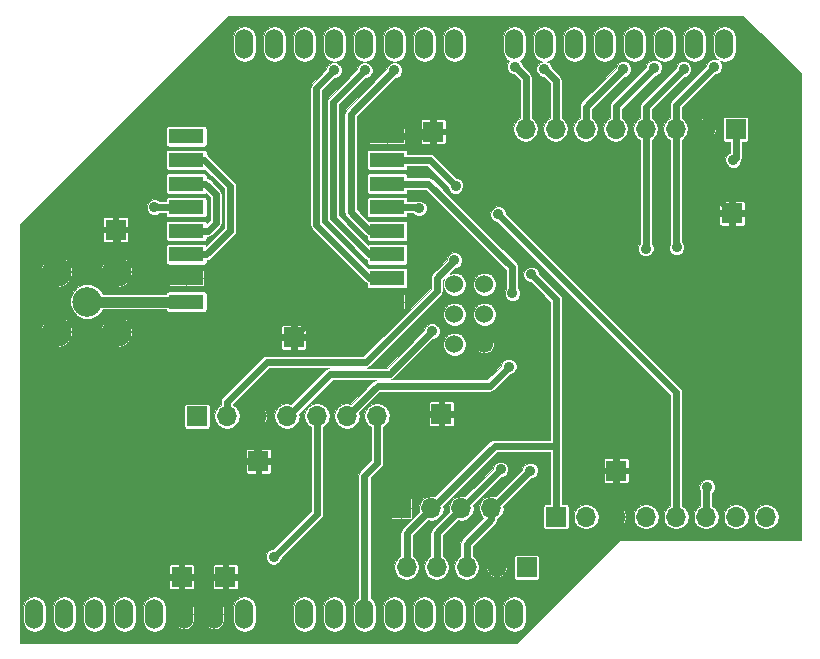
<source format=gbl>
G04 #@! TF.FileFunction,Copper,L2,Bot,Signal*
%FSLAX46Y46*%
G04 Gerber Fmt 4.6, Leading zero omitted, Abs format (unit mm)*
G04 Created by KiCad (PCBNEW 4.0.7-e2-6376~58~ubuntu17.04.1) date Fri Apr 27 15:57:42 2018*
%MOMM*%
%LPD*%
G01*
G04 APERTURE LIST*
%ADD10C,0.100000*%
%ADD11C,2.500000*%
%ADD12R,3.000000X1.300000*%
%ADD13R,1.700000X1.700000*%
%ADD14O,1.700000X1.700000*%
%ADD15O,1.524000X2.540000*%
%ADD16C,1.524000*%
%ADD17C,0.900000*%
%ADD18C,0.600000*%
%ADD19C,0.900000*%
%ADD20C,0.026000*%
G04 APERTURE END LIST*
D10*
D11*
X131760000Y-90640000D03*
X131760000Y-85560000D03*
X136840000Y-90640000D03*
X136840000Y-85560000D03*
X134300000Y-88100000D03*
D12*
X142700000Y-88100000D03*
X142700000Y-86100000D03*
X142700000Y-84100000D03*
X142700000Y-82100000D03*
X142700000Y-80100000D03*
X142700000Y-78100000D03*
X142700000Y-76100000D03*
X142700000Y-74100000D03*
X159700000Y-74100000D03*
X159700000Y-76100000D03*
X159700000Y-78100000D03*
X159700000Y-80100000D03*
X159700000Y-82100000D03*
X159700000Y-84100000D03*
X159700000Y-86100000D03*
X159700000Y-88100000D03*
D13*
X160900000Y-105600000D03*
D14*
X163440000Y-105600000D03*
X165980000Y-105600000D03*
X168520000Y-105600000D03*
D13*
X171500000Y-110600000D03*
D14*
X168960000Y-110600000D03*
X166420000Y-110600000D03*
X163880000Y-110600000D03*
X161340000Y-110600000D03*
D13*
X143600000Y-97800000D03*
D14*
X146140000Y-97800000D03*
X148680000Y-97800000D03*
X151220000Y-97800000D03*
X153760000Y-97800000D03*
X156300000Y-97800000D03*
X158840000Y-97800000D03*
D13*
X189200000Y-73500000D03*
D14*
X186660000Y-73500000D03*
X184120000Y-73500000D03*
X181580000Y-73500000D03*
X179040000Y-73500000D03*
X176500000Y-73500000D03*
X173960000Y-73500000D03*
X171420000Y-73500000D03*
D15*
X170480000Y-66300000D03*
X173020000Y-66300000D03*
X175560000Y-66300000D03*
X178100000Y-66300000D03*
X180640000Y-66300000D03*
X183180000Y-66300000D03*
X185720000Y-66300000D03*
X188260000Y-66300000D03*
X170480000Y-114560000D03*
X167940000Y-114560000D03*
X165400000Y-114560000D03*
X162860000Y-114560000D03*
X160320000Y-114560000D03*
X152700000Y-114560000D03*
X155240000Y-114560000D03*
X157780000Y-114560000D03*
X147620000Y-114560000D03*
X145080000Y-114560000D03*
X142540000Y-114560000D03*
X137460000Y-114560000D03*
X134920000Y-114560000D03*
X165400000Y-66300000D03*
X162860000Y-66300000D03*
X160320000Y-66300000D03*
X157780000Y-66300000D03*
X155240000Y-66300000D03*
X152700000Y-66300000D03*
X150160000Y-66300000D03*
X147620000Y-66300000D03*
X140000000Y-114560000D03*
D16*
X165400000Y-86620000D03*
X167940000Y-86620000D03*
X165400000Y-89160000D03*
X167940000Y-89160000D03*
X165400000Y-91700000D03*
X167940000Y-91700000D03*
D15*
X132380000Y-114560000D03*
X129840000Y-114560000D03*
D13*
X174000000Y-106300000D03*
D14*
X176540000Y-106300000D03*
X179080000Y-106300000D03*
X181620000Y-106300000D03*
X184160000Y-106300000D03*
X186700000Y-106300000D03*
X189240000Y-106300000D03*
X191780000Y-106300000D03*
D13*
X164300000Y-97600000D03*
X163600000Y-73700000D03*
X136700000Y-82000000D03*
X179100000Y-102400000D03*
X188900000Y-80600000D03*
X148800000Y-101600000D03*
X142300000Y-111400000D03*
X146000000Y-111400000D03*
X151800000Y-91100000D03*
D17*
X160900000Y-102800000D03*
X169000000Y-108100000D03*
X171900000Y-85800000D03*
X140000000Y-80100000D03*
X150100000Y-109700000D03*
X189000000Y-76100000D03*
X165400000Y-84600000D03*
X165500000Y-78300000D03*
X170000000Y-93600000D03*
X170300000Y-87400000D03*
X163500000Y-90600000D03*
X162400000Y-80200000D03*
X160300000Y-68500000D03*
X157800000Y-68500000D03*
X155200000Y-68500000D03*
X181600000Y-83600000D03*
X169300000Y-102300000D03*
X184800000Y-68400000D03*
X184200000Y-83500000D03*
X171800000Y-102400000D03*
X187400000Y-68200000D03*
X182300000Y-68300000D03*
X179700000Y-68400000D03*
X173000000Y-68400000D03*
X170500000Y-68200000D03*
X169100000Y-80700000D03*
X186800000Y-103800000D03*
D18*
X159700000Y-88100000D02*
X154800000Y-88100000D01*
X154800000Y-88100000D02*
X151800000Y-91100000D01*
X148680000Y-97800000D02*
X148680000Y-101480000D01*
X148680000Y-101480000D02*
X148800000Y-101600000D01*
X186660000Y-73500000D02*
X186660000Y-78360000D01*
X186660000Y-78360000D02*
X188900000Y-80600000D01*
X179080000Y-106300000D02*
X179080000Y-102420000D01*
X179080000Y-102420000D02*
X179100000Y-102400000D01*
X136840000Y-85560000D02*
X136840000Y-82140000D01*
X136840000Y-82140000D02*
X136700000Y-82000000D01*
X142700000Y-86100000D02*
X137380000Y-86100000D01*
X137380000Y-86100000D02*
X136840000Y-85560000D01*
X159700000Y-74100000D02*
X163200000Y-74100000D01*
X163200000Y-74100000D02*
X163600000Y-73700000D01*
X160900000Y-105600000D02*
X160900000Y-102800000D01*
X168960000Y-110600000D02*
X168960000Y-108140000D01*
X168960000Y-108140000D02*
X169000000Y-108100000D01*
D19*
X142700000Y-88100000D02*
X134300000Y-88100000D01*
D18*
X142700000Y-76100000D02*
X144200000Y-76100000D01*
X144200000Y-76100000D02*
X146400000Y-78300000D01*
X146400000Y-78300000D02*
X146400000Y-82100000D01*
X146400000Y-82100000D02*
X144400000Y-84100000D01*
X144400000Y-84100000D02*
X142700000Y-84100000D01*
X142700000Y-78100000D02*
X144300000Y-78100000D01*
X144500000Y-82100000D02*
X142700000Y-82100000D01*
X145200000Y-81400000D02*
X144500000Y-82100000D01*
X145200000Y-79000000D02*
X145200000Y-81400000D01*
X144300000Y-78100000D02*
X145200000Y-79000000D01*
X163440000Y-105600000D02*
X163500000Y-105600000D01*
X163500000Y-105600000D02*
X168800000Y-100300000D01*
X168800000Y-100300000D02*
X174000000Y-100300000D01*
X174000000Y-87900000D02*
X174000000Y-100300000D01*
X174000000Y-100300000D02*
X174000000Y-106300000D01*
X171900000Y-85800000D02*
X174000000Y-87900000D01*
X142700000Y-80100000D02*
X140000000Y-80100000D01*
X153760000Y-106040000D02*
X153760000Y-97800000D01*
X150100000Y-109700000D02*
X153760000Y-106040000D01*
X161340000Y-110600000D02*
X161340000Y-107700000D01*
X161340000Y-107700000D02*
X163440000Y-105600000D01*
X189200000Y-73500000D02*
X189200000Y-75900000D01*
X189200000Y-75900000D02*
X189000000Y-76100000D01*
X146140000Y-97800000D02*
X146140000Y-96560000D01*
X163900000Y-86100000D02*
X165400000Y-84600000D01*
X163900000Y-87200000D02*
X163900000Y-86100000D01*
X157900000Y-93200000D02*
X163900000Y-87200000D01*
X149500000Y-93200000D02*
X157900000Y-93200000D01*
X146140000Y-96560000D02*
X149500000Y-93200000D01*
X159700000Y-76100000D02*
X163300000Y-76100000D01*
X163300000Y-76100000D02*
X165500000Y-78300000D01*
X158900000Y-95200000D02*
X156300000Y-97800000D01*
X168400000Y-95200000D02*
X158900000Y-95200000D01*
X170000000Y-93600000D02*
X168400000Y-95200000D01*
X159700000Y-78100000D02*
X163200000Y-78100000D01*
X170300000Y-85200000D02*
X170300000Y-87400000D01*
X163200000Y-78100000D02*
X170300000Y-85200000D01*
X151220000Y-97800000D02*
X151300000Y-97800000D01*
X151300000Y-97800000D02*
X154900000Y-94200000D01*
X154900000Y-94200000D02*
X159900000Y-94200000D01*
X159900000Y-94200000D02*
X163500000Y-90600000D01*
X159700000Y-80100000D02*
X162300000Y-80100000D01*
X162300000Y-80100000D02*
X162400000Y-80200000D01*
X156600000Y-80500000D02*
X158200000Y-82100000D01*
X156600000Y-72200000D02*
X156600000Y-80500000D01*
X160300000Y-68500000D02*
X156600000Y-72200000D01*
X158200000Y-82100000D02*
X159700000Y-82100000D01*
X155100000Y-81000000D02*
X158200000Y-84100000D01*
X155100000Y-71200000D02*
X155100000Y-81000000D01*
X157800000Y-68500000D02*
X155100000Y-71200000D01*
X158200000Y-84100000D02*
X159700000Y-84100000D01*
X153700000Y-81600000D02*
X158200000Y-86100000D01*
X153700000Y-70000000D02*
X153700000Y-81600000D01*
X155200000Y-68500000D02*
X153700000Y-70000000D01*
X158200000Y-86100000D02*
X159700000Y-86100000D01*
X165980000Y-105600000D02*
X166000000Y-105600000D01*
X166000000Y-105600000D02*
X169300000Y-102300000D01*
X181580000Y-83580000D02*
X181580000Y-73500000D01*
X181600000Y-83600000D02*
X181580000Y-83580000D01*
X163880000Y-110600000D02*
X163880000Y-107700000D01*
X163880000Y-107700000D02*
X165980000Y-105600000D01*
X184800000Y-68400000D02*
X181580000Y-71620000D01*
X181580000Y-71620000D02*
X181580000Y-73500000D01*
X168520000Y-105600000D02*
X168600000Y-105600000D01*
X168600000Y-105600000D02*
X171800000Y-102400000D01*
X184120000Y-83420000D02*
X184120000Y-73500000D01*
X184200000Y-83500000D02*
X184120000Y-83420000D01*
X168520000Y-105600000D02*
X168520000Y-106480000D01*
X166420000Y-108580000D02*
X166420000Y-110600000D01*
X168520000Y-106480000D02*
X166420000Y-108580000D01*
X187400000Y-68200000D02*
X184120000Y-71480000D01*
X184120000Y-71480000D02*
X184120000Y-73500000D01*
X158840000Y-97800000D02*
X158840000Y-101760000D01*
X157780000Y-102820000D02*
X157780000Y-114560000D01*
X158840000Y-101760000D02*
X157780000Y-102820000D01*
X182300000Y-68300000D02*
X179040000Y-71560000D01*
X179040000Y-71560000D02*
X179040000Y-73500000D01*
X179700000Y-68400000D02*
X176500000Y-71600000D01*
X176500000Y-71600000D02*
X176500000Y-73500000D01*
X173960000Y-69360000D02*
X173960000Y-73500000D01*
X173000000Y-68400000D02*
X173960000Y-69360000D01*
X171420000Y-69120000D02*
X171420000Y-73500000D01*
X170500000Y-68200000D02*
X171420000Y-69120000D01*
X184160000Y-95760000D02*
X184160000Y-106300000D01*
X169100000Y-80700000D02*
X184160000Y-95760000D01*
X186700000Y-103900000D02*
X186700000Y-106300000D01*
X186800000Y-103800000D02*
X186700000Y-103900000D01*
D20*
G36*
X194712000Y-68736451D02*
X194712000Y-108312000D01*
X179400000Y-108312000D01*
X179366324Y-108318699D01*
X179337775Y-108337775D01*
X170663550Y-117012000D01*
X128588000Y-117012000D01*
X128588000Y-114022946D01*
X128865000Y-114022946D01*
X128865000Y-115097054D01*
X128939217Y-115470170D01*
X129150571Y-115786483D01*
X129466884Y-115997837D01*
X129840000Y-116072054D01*
X130213116Y-115997837D01*
X130529429Y-115786483D01*
X130740783Y-115470170D01*
X130815000Y-115097054D01*
X130815000Y-114022946D01*
X131405000Y-114022946D01*
X131405000Y-115097054D01*
X131479217Y-115470170D01*
X131690571Y-115786483D01*
X132006884Y-115997837D01*
X132380000Y-116072054D01*
X132753116Y-115997837D01*
X133069429Y-115786483D01*
X133280783Y-115470170D01*
X133355000Y-115097054D01*
X133355000Y-114022946D01*
X133945000Y-114022946D01*
X133945000Y-115097054D01*
X134019217Y-115470170D01*
X134230571Y-115786483D01*
X134546884Y-115997837D01*
X134920000Y-116072054D01*
X135293116Y-115997837D01*
X135609429Y-115786483D01*
X135820783Y-115470170D01*
X135895000Y-115097054D01*
X135895000Y-114022946D01*
X136485000Y-114022946D01*
X136485000Y-115097054D01*
X136559217Y-115470170D01*
X136770571Y-115786483D01*
X137086884Y-115997837D01*
X137460000Y-116072054D01*
X137833116Y-115997837D01*
X138149429Y-115786483D01*
X138360783Y-115470170D01*
X138435000Y-115097054D01*
X138435000Y-114022946D01*
X139025000Y-114022946D01*
X139025000Y-115097054D01*
X139099217Y-115470170D01*
X139310571Y-115786483D01*
X139626884Y-115997837D01*
X140000000Y-116072054D01*
X140373116Y-115997837D01*
X140689429Y-115786483D01*
X140900783Y-115470170D01*
X140975000Y-115097054D01*
X140975000Y-114560050D01*
X141765000Y-114560050D01*
X141765000Y-115068050D01*
X141824012Y-115364626D01*
X141992027Y-115616043D01*
X142243466Y-115784026D01*
X142418714Y-115833451D01*
X142539950Y-115839750D01*
X142539950Y-114560050D01*
X142540050Y-114560050D01*
X142540050Y-115839750D01*
X142661286Y-115833451D01*
X142836534Y-115784026D01*
X143087973Y-115616043D01*
X143255988Y-115364626D01*
X143315000Y-115068050D01*
X143315000Y-114560050D01*
X144305000Y-114560050D01*
X144305000Y-115068050D01*
X144364012Y-115364626D01*
X144532027Y-115616043D01*
X144783466Y-115784026D01*
X144958714Y-115833451D01*
X145079950Y-115839750D01*
X145079950Y-114560050D01*
X145080050Y-114560050D01*
X145080050Y-115839750D01*
X145201286Y-115833451D01*
X145376534Y-115784026D01*
X145627973Y-115616043D01*
X145795988Y-115364626D01*
X145855000Y-115068050D01*
X145855000Y-114560050D01*
X145080050Y-114560050D01*
X145079950Y-114560050D01*
X144305000Y-114560050D01*
X143315000Y-114560050D01*
X142540050Y-114560050D01*
X142539950Y-114560050D01*
X141765000Y-114560050D01*
X140975000Y-114560050D01*
X140975000Y-114051950D01*
X141765000Y-114051950D01*
X141765000Y-114559950D01*
X142539950Y-114559950D01*
X142540050Y-114559950D01*
X143315000Y-114559950D01*
X143315000Y-114051950D01*
X144305000Y-114051950D01*
X144305000Y-114559950D01*
X145079950Y-114559950D01*
X145080050Y-114559950D01*
X145855000Y-114559950D01*
X145855000Y-114051950D01*
X145849229Y-114022946D01*
X146645000Y-114022946D01*
X146645000Y-115097054D01*
X146719217Y-115470170D01*
X146930571Y-115786483D01*
X147246884Y-115997837D01*
X147620000Y-116072054D01*
X147993116Y-115997837D01*
X148309429Y-115786483D01*
X148520783Y-115470170D01*
X148595000Y-115097054D01*
X148595000Y-114022946D01*
X151725000Y-114022946D01*
X151725000Y-115097054D01*
X151799217Y-115470170D01*
X152010571Y-115786483D01*
X152326884Y-115997837D01*
X152700000Y-116072054D01*
X153073116Y-115997837D01*
X153389429Y-115786483D01*
X153600783Y-115470170D01*
X153675000Y-115097054D01*
X153675000Y-114022946D01*
X154265000Y-114022946D01*
X154265000Y-115097054D01*
X154339217Y-115470170D01*
X154550571Y-115786483D01*
X154866884Y-115997837D01*
X155240000Y-116072054D01*
X155613116Y-115997837D01*
X155929429Y-115786483D01*
X156140783Y-115470170D01*
X156215000Y-115097054D01*
X156215000Y-114022946D01*
X156805000Y-114022946D01*
X156805000Y-115097054D01*
X156879217Y-115470170D01*
X157090571Y-115786483D01*
X157406884Y-115997837D01*
X157780000Y-116072054D01*
X158153116Y-115997837D01*
X158469429Y-115786483D01*
X158680783Y-115470170D01*
X158755000Y-115097054D01*
X158755000Y-114022946D01*
X159345000Y-114022946D01*
X159345000Y-115097054D01*
X159419217Y-115470170D01*
X159630571Y-115786483D01*
X159946884Y-115997837D01*
X160320000Y-116072054D01*
X160693116Y-115997837D01*
X161009429Y-115786483D01*
X161220783Y-115470170D01*
X161295000Y-115097054D01*
X161295000Y-114022946D01*
X161885000Y-114022946D01*
X161885000Y-115097054D01*
X161959217Y-115470170D01*
X162170571Y-115786483D01*
X162486884Y-115997837D01*
X162860000Y-116072054D01*
X163233116Y-115997837D01*
X163549429Y-115786483D01*
X163760783Y-115470170D01*
X163835000Y-115097054D01*
X163835000Y-114022946D01*
X164425000Y-114022946D01*
X164425000Y-115097054D01*
X164499217Y-115470170D01*
X164710571Y-115786483D01*
X165026884Y-115997837D01*
X165400000Y-116072054D01*
X165773116Y-115997837D01*
X166089429Y-115786483D01*
X166300783Y-115470170D01*
X166375000Y-115097054D01*
X166375000Y-114022946D01*
X166965000Y-114022946D01*
X166965000Y-115097054D01*
X167039217Y-115470170D01*
X167250571Y-115786483D01*
X167566884Y-115997837D01*
X167940000Y-116072054D01*
X168313116Y-115997837D01*
X168629429Y-115786483D01*
X168840783Y-115470170D01*
X168915000Y-115097054D01*
X168915000Y-114022946D01*
X169505000Y-114022946D01*
X169505000Y-115097054D01*
X169579217Y-115470170D01*
X169790571Y-115786483D01*
X170106884Y-115997837D01*
X170480000Y-116072054D01*
X170853116Y-115997837D01*
X171169429Y-115786483D01*
X171380783Y-115470170D01*
X171455000Y-115097054D01*
X171455000Y-114022946D01*
X171380783Y-113649830D01*
X171169429Y-113333517D01*
X170853116Y-113122163D01*
X170480000Y-113047946D01*
X170106884Y-113122163D01*
X169790571Y-113333517D01*
X169579217Y-113649830D01*
X169505000Y-114022946D01*
X168915000Y-114022946D01*
X168840783Y-113649830D01*
X168629429Y-113333517D01*
X168313116Y-113122163D01*
X167940000Y-113047946D01*
X167566884Y-113122163D01*
X167250571Y-113333517D01*
X167039217Y-113649830D01*
X166965000Y-114022946D01*
X166375000Y-114022946D01*
X166300783Y-113649830D01*
X166089429Y-113333517D01*
X165773116Y-113122163D01*
X165400000Y-113047946D01*
X165026884Y-113122163D01*
X164710571Y-113333517D01*
X164499217Y-113649830D01*
X164425000Y-114022946D01*
X163835000Y-114022946D01*
X163760783Y-113649830D01*
X163549429Y-113333517D01*
X163233116Y-113122163D01*
X162860000Y-113047946D01*
X162486884Y-113122163D01*
X162170571Y-113333517D01*
X161959217Y-113649830D01*
X161885000Y-114022946D01*
X161295000Y-114022946D01*
X161220783Y-113649830D01*
X161009429Y-113333517D01*
X160693116Y-113122163D01*
X160320000Y-113047946D01*
X159946884Y-113122163D01*
X159630571Y-113333517D01*
X159419217Y-113649830D01*
X159345000Y-114022946D01*
X158755000Y-114022946D01*
X158680783Y-113649830D01*
X158469429Y-113333517D01*
X158293000Y-113215631D01*
X158293000Y-110579175D01*
X160277000Y-110579175D01*
X160277000Y-110620825D01*
X160357916Y-111027617D01*
X160588345Y-111372480D01*
X160933208Y-111602909D01*
X161340000Y-111683825D01*
X161746792Y-111602909D01*
X162091655Y-111372480D01*
X162322084Y-111027617D01*
X162403000Y-110620825D01*
X162403000Y-110579175D01*
X162817000Y-110579175D01*
X162817000Y-110620825D01*
X162897916Y-111027617D01*
X163128345Y-111372480D01*
X163473208Y-111602909D01*
X163880000Y-111683825D01*
X164286792Y-111602909D01*
X164631655Y-111372480D01*
X164862084Y-111027617D01*
X164943000Y-110620825D01*
X164943000Y-110579175D01*
X165357000Y-110579175D01*
X165357000Y-110620825D01*
X165437916Y-111027617D01*
X165668345Y-111372480D01*
X166013208Y-111602909D01*
X166420000Y-111683825D01*
X166826792Y-111602909D01*
X167171655Y-111372480D01*
X167402084Y-111027617D01*
X167483000Y-110620825D01*
X167483000Y-110600050D01*
X168100250Y-110600050D01*
X168107633Y-110735052D01*
X168224198Y-111050959D01*
X168452782Y-111298211D01*
X168758585Y-111439167D01*
X168824948Y-111452367D01*
X168959950Y-111459750D01*
X168959950Y-110600050D01*
X168960050Y-110600050D01*
X168960050Y-111459750D01*
X169095052Y-111452367D01*
X169161415Y-111439167D01*
X169467218Y-111298211D01*
X169695802Y-111050959D01*
X169812367Y-110735052D01*
X169819750Y-110600050D01*
X168960050Y-110600050D01*
X168959950Y-110600050D01*
X168100250Y-110600050D01*
X167483000Y-110600050D01*
X167483000Y-110599950D01*
X168100250Y-110599950D01*
X168959950Y-110599950D01*
X168960050Y-110599950D01*
X169819750Y-110599950D01*
X169812367Y-110464948D01*
X169695802Y-110149041D01*
X169467218Y-109901789D01*
X169161415Y-109760833D01*
X169106953Y-109750000D01*
X170432828Y-109750000D01*
X170432828Y-111450000D01*
X170447680Y-111528933D01*
X170494329Y-111601428D01*
X170565508Y-111650062D01*
X170650000Y-111667172D01*
X172350000Y-111667172D01*
X172428933Y-111652320D01*
X172501428Y-111605671D01*
X172550062Y-111534492D01*
X172567172Y-111450000D01*
X172567172Y-109750000D01*
X172552320Y-109671067D01*
X172505671Y-109598572D01*
X172434492Y-109549938D01*
X172350000Y-109532828D01*
X170650000Y-109532828D01*
X170571067Y-109547680D01*
X170498572Y-109594329D01*
X170449938Y-109665508D01*
X170432828Y-109750000D01*
X169106953Y-109750000D01*
X169095052Y-109747633D01*
X168960050Y-109740250D01*
X168960050Y-110599950D01*
X168959950Y-110599950D01*
X168959950Y-109740250D01*
X168824948Y-109747633D01*
X168758585Y-109760833D01*
X168452782Y-109901789D01*
X168224198Y-110149041D01*
X168107633Y-110464948D01*
X168100250Y-110599950D01*
X167483000Y-110599950D01*
X167483000Y-110579175D01*
X167402084Y-110172383D01*
X167171655Y-109827520D01*
X166933000Y-109668057D01*
X166933000Y-108792492D01*
X168882743Y-106842748D01*
X168882746Y-106842746D01*
X168993950Y-106676317D01*
X169021084Y-106539905D01*
X169271655Y-106372480D01*
X169502084Y-106027617D01*
X169583000Y-105620825D01*
X169583000Y-105579175D01*
X169543732Y-105381760D01*
X171862436Y-103063055D01*
X171931300Y-103063115D01*
X172175069Y-102962392D01*
X172361736Y-102776050D01*
X172462885Y-102532457D01*
X172463115Y-102268700D01*
X172362392Y-102024931D01*
X172176050Y-101838264D01*
X171932457Y-101737115D01*
X171668700Y-101736885D01*
X171424931Y-101837608D01*
X171238264Y-102023950D01*
X171137115Y-102267543D01*
X171137054Y-102337455D01*
X168885609Y-104588899D01*
X168520000Y-104516175D01*
X168113208Y-104597091D01*
X167768345Y-104827520D01*
X167537916Y-105172383D01*
X167457000Y-105579175D01*
X167457000Y-105620825D01*
X167537916Y-106027617D01*
X167768345Y-106372480D01*
X167848483Y-106426026D01*
X166057254Y-108217254D01*
X165946050Y-108383683D01*
X165907000Y-108580000D01*
X165907000Y-109668057D01*
X165668345Y-109827520D01*
X165437916Y-110172383D01*
X165357000Y-110579175D01*
X164943000Y-110579175D01*
X164862084Y-110172383D01*
X164631655Y-109827520D01*
X164393000Y-109668057D01*
X164393000Y-107912492D01*
X165681118Y-106624374D01*
X165980000Y-106683825D01*
X166386792Y-106602909D01*
X166731655Y-106372480D01*
X166962084Y-106027617D01*
X167043000Y-105620825D01*
X167043000Y-105579175D01*
X166993777Y-105331715D01*
X169362437Y-102963055D01*
X169431300Y-102963115D01*
X169675069Y-102862392D01*
X169861736Y-102676050D01*
X169962885Y-102432457D01*
X169963115Y-102168700D01*
X169862392Y-101924931D01*
X169676050Y-101738264D01*
X169432457Y-101637115D01*
X169168700Y-101636885D01*
X168924931Y-101737608D01*
X168738264Y-101923950D01*
X168637115Y-102167543D01*
X168637054Y-102237454D01*
X166295563Y-104578945D01*
X165980000Y-104516175D01*
X165573208Y-104597091D01*
X165228345Y-104827520D01*
X164997916Y-105172383D01*
X164917000Y-105579175D01*
X164917000Y-105620825D01*
X164969541Y-105884967D01*
X163517254Y-107337254D01*
X163406050Y-107503683D01*
X163367000Y-107700000D01*
X163367000Y-109668057D01*
X163128345Y-109827520D01*
X162897916Y-110172383D01*
X162817000Y-110579175D01*
X162403000Y-110579175D01*
X162322084Y-110172383D01*
X162091655Y-109827520D01*
X161853000Y-109668057D01*
X161853000Y-107912492D01*
X163141118Y-106624374D01*
X163440000Y-106683825D01*
X163846792Y-106602909D01*
X164191655Y-106372480D01*
X164422084Y-106027617D01*
X164503000Y-105620825D01*
X164503000Y-105579175D01*
X164460414Y-105365078D01*
X169012492Y-100813000D01*
X173487000Y-100813000D01*
X173487000Y-105232828D01*
X173150000Y-105232828D01*
X173071067Y-105247680D01*
X172998572Y-105294329D01*
X172949938Y-105365508D01*
X172932828Y-105450000D01*
X172932828Y-107150000D01*
X172947680Y-107228933D01*
X172994329Y-107301428D01*
X173065508Y-107350062D01*
X173150000Y-107367172D01*
X174850000Y-107367172D01*
X174928933Y-107352320D01*
X175001428Y-107305671D01*
X175050062Y-107234492D01*
X175067172Y-107150000D01*
X175067172Y-106279175D01*
X175477000Y-106279175D01*
X175477000Y-106320825D01*
X175557916Y-106727617D01*
X175788345Y-107072480D01*
X176133208Y-107302909D01*
X176540000Y-107383825D01*
X176946792Y-107302909D01*
X177291655Y-107072480D01*
X177522084Y-106727617D01*
X177603000Y-106320825D01*
X177603000Y-106300050D01*
X178220250Y-106300050D01*
X178227633Y-106435052D01*
X178344198Y-106750959D01*
X178572782Y-106998211D01*
X178878585Y-107139167D01*
X178944948Y-107152367D01*
X179079950Y-107159750D01*
X179079950Y-106300050D01*
X179080050Y-106300050D01*
X179080050Y-107159750D01*
X179215052Y-107152367D01*
X179281415Y-107139167D01*
X179587218Y-106998211D01*
X179815802Y-106750959D01*
X179932367Y-106435052D01*
X179939750Y-106300050D01*
X179080050Y-106300050D01*
X179079950Y-106300050D01*
X178220250Y-106300050D01*
X177603000Y-106300050D01*
X177603000Y-106299950D01*
X178220250Y-106299950D01*
X179079950Y-106299950D01*
X179080050Y-106299950D01*
X179939750Y-106299950D01*
X179938614Y-106279175D01*
X180557000Y-106279175D01*
X180557000Y-106320825D01*
X180637916Y-106727617D01*
X180868345Y-107072480D01*
X181213208Y-107302909D01*
X181620000Y-107383825D01*
X182026792Y-107302909D01*
X182371655Y-107072480D01*
X182602084Y-106727617D01*
X182683000Y-106320825D01*
X182683000Y-106279175D01*
X182602084Y-105872383D01*
X182371655Y-105527520D01*
X182026792Y-105297091D01*
X181620000Y-105216175D01*
X181213208Y-105297091D01*
X180868345Y-105527520D01*
X180637916Y-105872383D01*
X180557000Y-106279175D01*
X179938614Y-106279175D01*
X179932367Y-106164948D01*
X179815802Y-105849041D01*
X179587218Y-105601789D01*
X179281415Y-105460833D01*
X179215052Y-105447633D01*
X179080050Y-105440250D01*
X179080050Y-106299950D01*
X179079950Y-106299950D01*
X179079950Y-105440250D01*
X178944948Y-105447633D01*
X178878585Y-105460833D01*
X178572782Y-105601789D01*
X178344198Y-105849041D01*
X178227633Y-106164948D01*
X178220250Y-106299950D01*
X177603000Y-106299950D01*
X177603000Y-106279175D01*
X177522084Y-105872383D01*
X177291655Y-105527520D01*
X176946792Y-105297091D01*
X176540000Y-105216175D01*
X176133208Y-105297091D01*
X175788345Y-105527520D01*
X175557916Y-105872383D01*
X175477000Y-106279175D01*
X175067172Y-106279175D01*
X175067172Y-105450000D01*
X175052320Y-105371067D01*
X175005671Y-105298572D01*
X174934492Y-105249938D01*
X174850000Y-105232828D01*
X174513000Y-105232828D01*
X174513000Y-102690250D01*
X178037000Y-102690250D01*
X178037000Y-103292369D01*
X178069428Y-103370655D01*
X178129346Y-103430573D01*
X178207632Y-103463000D01*
X178809750Y-103463000D01*
X178863000Y-103409750D01*
X178863000Y-102637000D01*
X179337000Y-102637000D01*
X179337000Y-103409750D01*
X179390250Y-103463000D01*
X179992368Y-103463000D01*
X180070654Y-103430573D01*
X180130572Y-103370655D01*
X180163000Y-103292369D01*
X180163000Y-102690250D01*
X180109750Y-102637000D01*
X179337000Y-102637000D01*
X178863000Y-102637000D01*
X178090250Y-102637000D01*
X178037000Y-102690250D01*
X174513000Y-102690250D01*
X174513000Y-101507631D01*
X178037000Y-101507631D01*
X178037000Y-102109750D01*
X178090250Y-102163000D01*
X178863000Y-102163000D01*
X178863000Y-101390250D01*
X179337000Y-101390250D01*
X179337000Y-102163000D01*
X180109750Y-102163000D01*
X180163000Y-102109750D01*
X180163000Y-101507631D01*
X180130572Y-101429345D01*
X180070654Y-101369427D01*
X179992368Y-101337000D01*
X179390250Y-101337000D01*
X179337000Y-101390250D01*
X178863000Y-101390250D01*
X178809750Y-101337000D01*
X178207632Y-101337000D01*
X178129346Y-101369427D01*
X178069428Y-101429345D01*
X178037000Y-101507631D01*
X174513000Y-101507631D01*
X174513000Y-87900000D01*
X174473950Y-87703683D01*
X174362746Y-87537254D01*
X174362743Y-87537252D01*
X172563055Y-85737563D01*
X172563115Y-85668700D01*
X172462392Y-85424931D01*
X172276050Y-85238264D01*
X172032457Y-85137115D01*
X171768700Y-85136885D01*
X171524931Y-85237608D01*
X171338264Y-85423950D01*
X171237115Y-85667543D01*
X171236885Y-85931300D01*
X171337608Y-86175069D01*
X171523950Y-86361736D01*
X171767543Y-86462885D01*
X171837454Y-86462946D01*
X173487000Y-88112491D01*
X173487000Y-99787000D01*
X168800000Y-99787000D01*
X168603683Y-99826050D01*
X168437254Y-99937254D01*
X163788927Y-104585581D01*
X163440000Y-104516175D01*
X163033208Y-104597091D01*
X162688345Y-104827520D01*
X162457916Y-105172383D01*
X162377000Y-105579175D01*
X162377000Y-105620825D01*
X162429541Y-105884967D01*
X160977254Y-107337254D01*
X160866050Y-107503683D01*
X160827000Y-107700000D01*
X160827000Y-109668057D01*
X160588345Y-109827520D01*
X160357916Y-110172383D01*
X160277000Y-110579175D01*
X158293000Y-110579175D01*
X158293000Y-105603300D01*
X160037000Y-105603300D01*
X160037000Y-106452586D01*
X160038979Y-106457364D01*
X160042636Y-106461021D01*
X160047414Y-106463000D01*
X160896700Y-106463000D01*
X160899950Y-106459750D01*
X160899950Y-105600050D01*
X160900050Y-105600050D01*
X160900050Y-106459750D01*
X160903300Y-106463000D01*
X161752586Y-106463000D01*
X161757364Y-106461021D01*
X161761021Y-106457364D01*
X161763000Y-106452586D01*
X161763000Y-105603300D01*
X161759750Y-105600050D01*
X160900050Y-105600050D01*
X160899950Y-105600050D01*
X160040250Y-105600050D01*
X160037000Y-105603300D01*
X158293000Y-105603300D01*
X158293000Y-104747414D01*
X160037000Y-104747414D01*
X160037000Y-105596700D01*
X160040250Y-105599950D01*
X160899950Y-105599950D01*
X160899950Y-104740250D01*
X160900050Y-104740250D01*
X160900050Y-105599950D01*
X161759750Y-105599950D01*
X161763000Y-105596700D01*
X161763000Y-104747414D01*
X161761021Y-104742636D01*
X161757364Y-104738979D01*
X161752586Y-104737000D01*
X160903300Y-104737000D01*
X160900050Y-104740250D01*
X160899950Y-104740250D01*
X160896700Y-104737000D01*
X160047414Y-104737000D01*
X160042636Y-104738979D01*
X160038979Y-104742636D01*
X160037000Y-104747414D01*
X158293000Y-104747414D01*
X158293000Y-103032492D01*
X159202746Y-102122746D01*
X159259869Y-102037255D01*
X159313950Y-101956317D01*
X159353000Y-101760000D01*
X159353000Y-98731943D01*
X159591655Y-98572480D01*
X159822084Y-98227617D01*
X159889190Y-97890250D01*
X163237000Y-97890250D01*
X163237000Y-98492369D01*
X163269428Y-98570655D01*
X163329346Y-98630573D01*
X163407632Y-98663000D01*
X164009750Y-98663000D01*
X164063000Y-98609750D01*
X164063000Y-97837000D01*
X164537000Y-97837000D01*
X164537000Y-98609750D01*
X164590250Y-98663000D01*
X165192368Y-98663000D01*
X165270654Y-98630573D01*
X165330572Y-98570655D01*
X165363000Y-98492369D01*
X165363000Y-97890250D01*
X165309750Y-97837000D01*
X164537000Y-97837000D01*
X164063000Y-97837000D01*
X163290250Y-97837000D01*
X163237000Y-97890250D01*
X159889190Y-97890250D01*
X159903000Y-97820825D01*
X159903000Y-97779175D01*
X159822084Y-97372383D01*
X159591655Y-97027520D01*
X159246792Y-96797091D01*
X158840000Y-96716175D01*
X158433208Y-96797091D01*
X158088345Y-97027520D01*
X157857916Y-97372383D01*
X157777000Y-97779175D01*
X157777000Y-97820825D01*
X157857916Y-98227617D01*
X158088345Y-98572480D01*
X158327000Y-98731943D01*
X158327000Y-101547508D01*
X157417254Y-102457254D01*
X157306050Y-102623683D01*
X157267000Y-102820000D01*
X157267000Y-113215631D01*
X157090571Y-113333517D01*
X156879217Y-113649830D01*
X156805000Y-114022946D01*
X156215000Y-114022946D01*
X156140783Y-113649830D01*
X155929429Y-113333517D01*
X155613116Y-113122163D01*
X155240000Y-113047946D01*
X154866884Y-113122163D01*
X154550571Y-113333517D01*
X154339217Y-113649830D01*
X154265000Y-114022946D01*
X153675000Y-114022946D01*
X153600783Y-113649830D01*
X153389429Y-113333517D01*
X153073116Y-113122163D01*
X152700000Y-113047946D01*
X152326884Y-113122163D01*
X152010571Y-113333517D01*
X151799217Y-113649830D01*
X151725000Y-114022946D01*
X148595000Y-114022946D01*
X148520783Y-113649830D01*
X148309429Y-113333517D01*
X147993116Y-113122163D01*
X147620000Y-113047946D01*
X147246884Y-113122163D01*
X146930571Y-113333517D01*
X146719217Y-113649830D01*
X146645000Y-114022946D01*
X145849229Y-114022946D01*
X145795988Y-113755374D01*
X145627973Y-113503957D01*
X145376534Y-113335974D01*
X145201286Y-113286549D01*
X145080050Y-113280250D01*
X145080050Y-114559950D01*
X145079950Y-114559950D01*
X145079950Y-113280250D01*
X144958714Y-113286549D01*
X144783466Y-113335974D01*
X144532027Y-113503957D01*
X144364012Y-113755374D01*
X144305000Y-114051950D01*
X143315000Y-114051950D01*
X143255988Y-113755374D01*
X143087973Y-113503957D01*
X142836534Y-113335974D01*
X142661286Y-113286549D01*
X142540050Y-113280250D01*
X142540050Y-114559950D01*
X142539950Y-114559950D01*
X142539950Y-113280250D01*
X142418714Y-113286549D01*
X142243466Y-113335974D01*
X141992027Y-113503957D01*
X141824012Y-113755374D01*
X141765000Y-114051950D01*
X140975000Y-114051950D01*
X140975000Y-114022946D01*
X140900783Y-113649830D01*
X140689429Y-113333517D01*
X140373116Y-113122163D01*
X140000000Y-113047946D01*
X139626884Y-113122163D01*
X139310571Y-113333517D01*
X139099217Y-113649830D01*
X139025000Y-114022946D01*
X138435000Y-114022946D01*
X138360783Y-113649830D01*
X138149429Y-113333517D01*
X137833116Y-113122163D01*
X137460000Y-113047946D01*
X137086884Y-113122163D01*
X136770571Y-113333517D01*
X136559217Y-113649830D01*
X136485000Y-114022946D01*
X135895000Y-114022946D01*
X135820783Y-113649830D01*
X135609429Y-113333517D01*
X135293116Y-113122163D01*
X134920000Y-113047946D01*
X134546884Y-113122163D01*
X134230571Y-113333517D01*
X134019217Y-113649830D01*
X133945000Y-114022946D01*
X133355000Y-114022946D01*
X133280783Y-113649830D01*
X133069429Y-113333517D01*
X132753116Y-113122163D01*
X132380000Y-113047946D01*
X132006884Y-113122163D01*
X131690571Y-113333517D01*
X131479217Y-113649830D01*
X131405000Y-114022946D01*
X130815000Y-114022946D01*
X130740783Y-113649830D01*
X130529429Y-113333517D01*
X130213116Y-113122163D01*
X129840000Y-113047946D01*
X129466884Y-113122163D01*
X129150571Y-113333517D01*
X128939217Y-113649830D01*
X128865000Y-114022946D01*
X128588000Y-114022946D01*
X128588000Y-111690250D01*
X141237000Y-111690250D01*
X141237000Y-112292369D01*
X141269428Y-112370655D01*
X141329346Y-112430573D01*
X141407632Y-112463000D01*
X142009750Y-112463000D01*
X142063000Y-112409750D01*
X142063000Y-111637000D01*
X142537000Y-111637000D01*
X142537000Y-112409750D01*
X142590250Y-112463000D01*
X143192368Y-112463000D01*
X143270654Y-112430573D01*
X143330572Y-112370655D01*
X143363000Y-112292369D01*
X143363000Y-111690250D01*
X144937000Y-111690250D01*
X144937000Y-112292369D01*
X144969428Y-112370655D01*
X145029346Y-112430573D01*
X145107632Y-112463000D01*
X145709750Y-112463000D01*
X145763000Y-112409750D01*
X145763000Y-111637000D01*
X146237000Y-111637000D01*
X146237000Y-112409750D01*
X146290250Y-112463000D01*
X146892368Y-112463000D01*
X146970654Y-112430573D01*
X147030572Y-112370655D01*
X147063000Y-112292369D01*
X147063000Y-111690250D01*
X147009750Y-111637000D01*
X146237000Y-111637000D01*
X145763000Y-111637000D01*
X144990250Y-111637000D01*
X144937000Y-111690250D01*
X143363000Y-111690250D01*
X143309750Y-111637000D01*
X142537000Y-111637000D01*
X142063000Y-111637000D01*
X141290250Y-111637000D01*
X141237000Y-111690250D01*
X128588000Y-111690250D01*
X128588000Y-110507631D01*
X141237000Y-110507631D01*
X141237000Y-111109750D01*
X141290250Y-111163000D01*
X142063000Y-111163000D01*
X142063000Y-110390250D01*
X142537000Y-110390250D01*
X142537000Y-111163000D01*
X143309750Y-111163000D01*
X143363000Y-111109750D01*
X143363000Y-110507631D01*
X144937000Y-110507631D01*
X144937000Y-111109750D01*
X144990250Y-111163000D01*
X145763000Y-111163000D01*
X145763000Y-110390250D01*
X146237000Y-110390250D01*
X146237000Y-111163000D01*
X147009750Y-111163000D01*
X147063000Y-111109750D01*
X147063000Y-110507631D01*
X147030572Y-110429345D01*
X146970654Y-110369427D01*
X146892368Y-110337000D01*
X146290250Y-110337000D01*
X146237000Y-110390250D01*
X145763000Y-110390250D01*
X145709750Y-110337000D01*
X145107632Y-110337000D01*
X145029346Y-110369427D01*
X144969428Y-110429345D01*
X144937000Y-110507631D01*
X143363000Y-110507631D01*
X143330572Y-110429345D01*
X143270654Y-110369427D01*
X143192368Y-110337000D01*
X142590250Y-110337000D01*
X142537000Y-110390250D01*
X142063000Y-110390250D01*
X142009750Y-110337000D01*
X141407632Y-110337000D01*
X141329346Y-110369427D01*
X141269428Y-110429345D01*
X141237000Y-110507631D01*
X128588000Y-110507631D01*
X128588000Y-109831300D01*
X149436885Y-109831300D01*
X149537608Y-110075069D01*
X149723950Y-110261736D01*
X149967543Y-110362885D01*
X150231300Y-110363115D01*
X150475069Y-110262392D01*
X150661736Y-110076050D01*
X150762885Y-109832457D01*
X150762946Y-109762546D01*
X154122746Y-106402746D01*
X154233951Y-106236316D01*
X154273001Y-106040000D01*
X154273000Y-106039995D01*
X154273000Y-98731943D01*
X154511655Y-98572480D01*
X154742084Y-98227617D01*
X154823000Y-97820825D01*
X154823000Y-97779175D01*
X154742084Y-97372383D01*
X154511655Y-97027520D01*
X154166792Y-96797091D01*
X153760000Y-96716175D01*
X153353208Y-96797091D01*
X153008345Y-97027520D01*
X152777916Y-97372383D01*
X152697000Y-97779175D01*
X152697000Y-97820825D01*
X152777916Y-98227617D01*
X153008345Y-98572480D01*
X153247000Y-98731943D01*
X153247000Y-105827508D01*
X150037563Y-109036945D01*
X149968700Y-109036885D01*
X149724931Y-109137608D01*
X149538264Y-109323950D01*
X149437115Y-109567543D01*
X149436885Y-109831300D01*
X128588000Y-109831300D01*
X128588000Y-101890250D01*
X147737000Y-101890250D01*
X147737000Y-102492369D01*
X147769428Y-102570655D01*
X147829346Y-102630573D01*
X147907632Y-102663000D01*
X148509750Y-102663000D01*
X148563000Y-102609750D01*
X148563000Y-101837000D01*
X149037000Y-101837000D01*
X149037000Y-102609750D01*
X149090250Y-102663000D01*
X149692368Y-102663000D01*
X149770654Y-102630573D01*
X149830572Y-102570655D01*
X149863000Y-102492369D01*
X149863000Y-101890250D01*
X149809750Y-101837000D01*
X149037000Y-101837000D01*
X148563000Y-101837000D01*
X147790250Y-101837000D01*
X147737000Y-101890250D01*
X128588000Y-101890250D01*
X128588000Y-100707631D01*
X147737000Y-100707631D01*
X147737000Y-101309750D01*
X147790250Y-101363000D01*
X148563000Y-101363000D01*
X148563000Y-100590250D01*
X149037000Y-100590250D01*
X149037000Y-101363000D01*
X149809750Y-101363000D01*
X149863000Y-101309750D01*
X149863000Y-100707631D01*
X149830572Y-100629345D01*
X149770654Y-100569427D01*
X149692368Y-100537000D01*
X149090250Y-100537000D01*
X149037000Y-100590250D01*
X148563000Y-100590250D01*
X148509750Y-100537000D01*
X147907632Y-100537000D01*
X147829346Y-100569427D01*
X147769428Y-100629345D01*
X147737000Y-100707631D01*
X128588000Y-100707631D01*
X128588000Y-96950000D01*
X142532828Y-96950000D01*
X142532828Y-98650000D01*
X142547680Y-98728933D01*
X142594329Y-98801428D01*
X142665508Y-98850062D01*
X142750000Y-98867172D01*
X144450000Y-98867172D01*
X144528933Y-98852320D01*
X144601428Y-98805671D01*
X144650062Y-98734492D01*
X144667172Y-98650000D01*
X144667172Y-97779175D01*
X145077000Y-97779175D01*
X145077000Y-97820825D01*
X145157916Y-98227617D01*
X145388345Y-98572480D01*
X145733208Y-98802909D01*
X146140000Y-98883825D01*
X146546792Y-98802909D01*
X146891655Y-98572480D01*
X147122084Y-98227617D01*
X147203000Y-97820825D01*
X147203000Y-97800050D01*
X147820250Y-97800050D01*
X147827633Y-97935052D01*
X147944198Y-98250959D01*
X148172782Y-98498211D01*
X148478585Y-98639167D01*
X148544948Y-98652367D01*
X148679950Y-98659750D01*
X148679950Y-97800050D01*
X148680050Y-97800050D01*
X148680050Y-98659750D01*
X148815052Y-98652367D01*
X148881415Y-98639167D01*
X149187218Y-98498211D01*
X149415802Y-98250959D01*
X149532367Y-97935052D01*
X149539750Y-97800050D01*
X148680050Y-97800050D01*
X148679950Y-97800050D01*
X147820250Y-97800050D01*
X147203000Y-97800050D01*
X147203000Y-97799950D01*
X147820250Y-97799950D01*
X148679950Y-97799950D01*
X148680050Y-97799950D01*
X149539750Y-97799950D01*
X149532367Y-97664948D01*
X149415802Y-97349041D01*
X149187218Y-97101789D01*
X148881415Y-96960833D01*
X148815052Y-96947633D01*
X148680050Y-96940250D01*
X148680050Y-97799950D01*
X148679950Y-97799950D01*
X148679950Y-96940250D01*
X148544948Y-96947633D01*
X148478585Y-96960833D01*
X148172782Y-97101789D01*
X147944198Y-97349041D01*
X147827633Y-97664948D01*
X147820250Y-97799950D01*
X147203000Y-97799950D01*
X147203000Y-97779175D01*
X147122084Y-97372383D01*
X146891655Y-97027520D01*
X146653000Y-96868057D01*
X146653000Y-96772492D01*
X149712491Y-93713000D01*
X154769290Y-93713000D01*
X154703683Y-93726050D01*
X154537254Y-93837254D01*
X151585609Y-96788899D01*
X151220000Y-96716175D01*
X150813208Y-96797091D01*
X150468345Y-97027520D01*
X150237916Y-97372383D01*
X150157000Y-97779175D01*
X150157000Y-97820825D01*
X150237916Y-98227617D01*
X150468345Y-98572480D01*
X150813208Y-98802909D01*
X151220000Y-98883825D01*
X151626792Y-98802909D01*
X151971655Y-98572480D01*
X152202084Y-98227617D01*
X152283000Y-97820825D01*
X152283000Y-97779175D01*
X152243732Y-97581760D01*
X155112492Y-94713000D01*
X158769290Y-94713000D01*
X158703683Y-94726050D01*
X158537254Y-94837254D01*
X156598882Y-96775626D01*
X156300000Y-96716175D01*
X155893208Y-96797091D01*
X155548345Y-97027520D01*
X155317916Y-97372383D01*
X155237000Y-97779175D01*
X155237000Y-97820825D01*
X155317916Y-98227617D01*
X155548345Y-98572480D01*
X155893208Y-98802909D01*
X156300000Y-98883825D01*
X156706792Y-98802909D01*
X157051655Y-98572480D01*
X157282084Y-98227617D01*
X157363000Y-97820825D01*
X157363000Y-97779175D01*
X157310459Y-97515033D01*
X158117861Y-96707631D01*
X163237000Y-96707631D01*
X163237000Y-97309750D01*
X163290250Y-97363000D01*
X164063000Y-97363000D01*
X164063000Y-96590250D01*
X164537000Y-96590250D01*
X164537000Y-97363000D01*
X165309750Y-97363000D01*
X165363000Y-97309750D01*
X165363000Y-96707631D01*
X165330572Y-96629345D01*
X165270654Y-96569427D01*
X165192368Y-96537000D01*
X164590250Y-96537000D01*
X164537000Y-96590250D01*
X164063000Y-96590250D01*
X164009750Y-96537000D01*
X163407632Y-96537000D01*
X163329346Y-96569427D01*
X163269428Y-96629345D01*
X163237000Y-96707631D01*
X158117861Y-96707631D01*
X159112492Y-95713000D01*
X168400000Y-95713000D01*
X168596317Y-95673950D01*
X168762746Y-95562746D01*
X170062437Y-94263055D01*
X170131300Y-94263115D01*
X170375069Y-94162392D01*
X170561736Y-93976050D01*
X170662885Y-93732457D01*
X170663115Y-93468700D01*
X170562392Y-93224931D01*
X170376050Y-93038264D01*
X170132457Y-92937115D01*
X169868700Y-92936885D01*
X169624931Y-93037608D01*
X169438264Y-93223950D01*
X169337115Y-93467543D01*
X169337054Y-93537454D01*
X168187508Y-94687000D01*
X160030710Y-94687000D01*
X160096317Y-94673950D01*
X160262746Y-94562746D01*
X162932403Y-91893089D01*
X164424831Y-91893089D01*
X164572954Y-92251571D01*
X164846986Y-92526082D01*
X165205210Y-92674830D01*
X165593089Y-92675169D01*
X165951571Y-92527046D01*
X166222608Y-92256481D01*
X167383590Y-92256481D01*
X167475582Y-92339301D01*
X167755584Y-92468362D01*
X168063661Y-92480447D01*
X168352912Y-92373716D01*
X168404418Y-92339301D01*
X168496410Y-92256481D01*
X167940000Y-91700071D01*
X167383590Y-92256481D01*
X166222608Y-92256481D01*
X166226082Y-92253014D01*
X166374830Y-91894790D01*
X166374892Y-91823661D01*
X167159553Y-91823661D01*
X167266284Y-92112912D01*
X167300699Y-92164418D01*
X167383519Y-92256410D01*
X167939929Y-91700000D01*
X167940071Y-91700000D01*
X168496481Y-92256410D01*
X168579301Y-92164418D01*
X168708362Y-91884416D01*
X168720447Y-91576339D01*
X168613716Y-91287088D01*
X168579301Y-91235582D01*
X168496481Y-91143590D01*
X167940071Y-91700000D01*
X167939929Y-91700000D01*
X167383519Y-91143590D01*
X167300699Y-91235582D01*
X167171638Y-91515584D01*
X167159553Y-91823661D01*
X166374892Y-91823661D01*
X166375169Y-91506911D01*
X166227046Y-91148429D01*
X166222145Y-91143519D01*
X167383590Y-91143519D01*
X167940000Y-91699929D01*
X168496410Y-91143519D01*
X168404418Y-91060699D01*
X168124416Y-90931638D01*
X167816339Y-90919553D01*
X167527088Y-91026284D01*
X167475582Y-91060699D01*
X167383590Y-91143519D01*
X166222145Y-91143519D01*
X165953014Y-90873918D01*
X165594790Y-90725170D01*
X165206911Y-90724831D01*
X164848429Y-90872954D01*
X164573918Y-91146986D01*
X164425170Y-91505210D01*
X164424831Y-91893089D01*
X162932403Y-91893089D01*
X163562437Y-91263055D01*
X163631300Y-91263115D01*
X163875069Y-91162392D01*
X164061736Y-90976050D01*
X164162885Y-90732457D01*
X164163115Y-90468700D01*
X164062392Y-90224931D01*
X163876050Y-90038264D01*
X163632457Y-89937115D01*
X163368700Y-89936885D01*
X163124931Y-90037608D01*
X162938264Y-90223950D01*
X162837115Y-90467543D01*
X162837054Y-90537454D01*
X159687508Y-93687000D01*
X158030710Y-93687000D01*
X158096317Y-93673950D01*
X158262746Y-93562746D01*
X162472403Y-89353089D01*
X164424831Y-89353089D01*
X164572954Y-89711571D01*
X164846986Y-89986082D01*
X165205210Y-90134830D01*
X165593089Y-90135169D01*
X165951571Y-89987046D01*
X166226082Y-89713014D01*
X166374830Y-89354790D01*
X166374831Y-89353089D01*
X166964831Y-89353089D01*
X167112954Y-89711571D01*
X167386986Y-89986082D01*
X167745210Y-90134830D01*
X168133089Y-90135169D01*
X168491571Y-89987046D01*
X168766082Y-89713014D01*
X168914830Y-89354790D01*
X168915169Y-88966911D01*
X168767046Y-88608429D01*
X168493014Y-88333918D01*
X168134790Y-88185170D01*
X167746911Y-88184831D01*
X167388429Y-88332954D01*
X167113918Y-88606986D01*
X166965170Y-88965210D01*
X166964831Y-89353089D01*
X166374831Y-89353089D01*
X166375169Y-88966911D01*
X166227046Y-88608429D01*
X165953014Y-88333918D01*
X165594790Y-88185170D01*
X165206911Y-88184831D01*
X164848429Y-88332954D01*
X164573918Y-88606986D01*
X164425170Y-88965210D01*
X164424831Y-89353089D01*
X162472403Y-89353089D01*
X164262746Y-87562746D01*
X164340698Y-87446082D01*
X164373950Y-87396317D01*
X164413000Y-87200000D01*
X164413000Y-86312492D01*
X164513852Y-86211640D01*
X164425170Y-86425210D01*
X164424831Y-86813089D01*
X164572954Y-87171571D01*
X164846986Y-87446082D01*
X165205210Y-87594830D01*
X165593089Y-87595169D01*
X165951571Y-87447046D01*
X166226082Y-87173014D01*
X166374830Y-86814790D01*
X166374831Y-86813089D01*
X166964831Y-86813089D01*
X167112954Y-87171571D01*
X167386986Y-87446082D01*
X167745210Y-87594830D01*
X168133089Y-87595169D01*
X168491571Y-87447046D01*
X168766082Y-87173014D01*
X168914830Y-86814790D01*
X168915169Y-86426911D01*
X168767046Y-86068429D01*
X168493014Y-85793918D01*
X168134790Y-85645170D01*
X167746911Y-85644831D01*
X167388429Y-85792954D01*
X167113918Y-86066986D01*
X166965170Y-86425210D01*
X166964831Y-86813089D01*
X166374831Y-86813089D01*
X166375169Y-86426911D01*
X166227046Y-86068429D01*
X165953014Y-85793918D01*
X165594790Y-85645170D01*
X165206911Y-85644831D01*
X164991763Y-85733729D01*
X165462437Y-85263055D01*
X165531300Y-85263115D01*
X165775069Y-85162392D01*
X165961736Y-84976050D01*
X166062885Y-84732457D01*
X166063115Y-84468700D01*
X165962392Y-84224931D01*
X165776050Y-84038264D01*
X165532457Y-83937115D01*
X165268700Y-83936885D01*
X165024931Y-84037608D01*
X164838264Y-84223950D01*
X164737115Y-84467543D01*
X164737054Y-84537454D01*
X163537254Y-85737254D01*
X163426050Y-85903683D01*
X163387000Y-86100000D01*
X163387000Y-86987508D01*
X157687508Y-92687000D01*
X149500005Y-92687000D01*
X149500000Y-92686999D01*
X149303684Y-92726049D01*
X149303682Y-92726050D01*
X149303683Y-92726050D01*
X149137254Y-92837254D01*
X149137252Y-92837257D01*
X145777254Y-96197254D01*
X145666050Y-96363683D01*
X145627000Y-96560000D01*
X145627000Y-96868057D01*
X145388345Y-97027520D01*
X145157916Y-97372383D01*
X145077000Y-97779175D01*
X144667172Y-97779175D01*
X144667172Y-96950000D01*
X144652320Y-96871067D01*
X144605671Y-96798572D01*
X144534492Y-96749938D01*
X144450000Y-96732828D01*
X142750000Y-96732828D01*
X142671067Y-96747680D01*
X142598572Y-96794329D01*
X142549938Y-96865508D01*
X142532828Y-96950000D01*
X128588000Y-96950000D01*
X128588000Y-91548310D01*
X130851761Y-91548310D01*
X131003124Y-91681836D01*
X131459431Y-91892175D01*
X131961497Y-91911881D01*
X132432887Y-91737956D01*
X132516876Y-91681836D01*
X132668239Y-91548310D01*
X135931761Y-91548310D01*
X136083124Y-91681836D01*
X136539431Y-91892175D01*
X137041497Y-91911881D01*
X137512887Y-91737956D01*
X137596876Y-91681836D01*
X137748239Y-91548310D01*
X136840000Y-90640071D01*
X135931761Y-91548310D01*
X132668239Y-91548310D01*
X131760000Y-90640071D01*
X130851761Y-91548310D01*
X128588000Y-91548310D01*
X128588000Y-90841497D01*
X130488119Y-90841497D01*
X130662044Y-91312887D01*
X130718164Y-91396876D01*
X130851690Y-91548239D01*
X131759929Y-90640000D01*
X131760071Y-90640000D01*
X132668310Y-91548239D01*
X132801836Y-91396876D01*
X133012175Y-90940569D01*
X133016063Y-90841497D01*
X135568119Y-90841497D01*
X135742044Y-91312887D01*
X135798164Y-91396876D01*
X135931690Y-91548239D01*
X136839929Y-90640000D01*
X136840071Y-90640000D01*
X137748310Y-91548239D01*
X137881836Y-91396876D01*
X137884890Y-91390250D01*
X150737000Y-91390250D01*
X150737000Y-91992369D01*
X150769428Y-92070655D01*
X150829346Y-92130573D01*
X150907632Y-92163000D01*
X151509750Y-92163000D01*
X151563000Y-92109750D01*
X151563000Y-91337000D01*
X152037000Y-91337000D01*
X152037000Y-92109750D01*
X152090250Y-92163000D01*
X152692368Y-92163000D01*
X152770654Y-92130573D01*
X152830572Y-92070655D01*
X152863000Y-91992369D01*
X152863000Y-91390250D01*
X152809750Y-91337000D01*
X152037000Y-91337000D01*
X151563000Y-91337000D01*
X150790250Y-91337000D01*
X150737000Y-91390250D01*
X137884890Y-91390250D01*
X138092175Y-90940569D01*
X138111881Y-90438503D01*
X138026699Y-90207631D01*
X150737000Y-90207631D01*
X150737000Y-90809750D01*
X150790250Y-90863000D01*
X151563000Y-90863000D01*
X151563000Y-90090250D01*
X152037000Y-90090250D01*
X152037000Y-90863000D01*
X152809750Y-90863000D01*
X152863000Y-90809750D01*
X152863000Y-90207631D01*
X152830572Y-90129345D01*
X152770654Y-90069427D01*
X152692368Y-90037000D01*
X152090250Y-90037000D01*
X152037000Y-90090250D01*
X151563000Y-90090250D01*
X151509750Y-90037000D01*
X150907632Y-90037000D01*
X150829346Y-90069427D01*
X150769428Y-90129345D01*
X150737000Y-90207631D01*
X138026699Y-90207631D01*
X137937956Y-89967113D01*
X137881836Y-89883124D01*
X137748310Y-89731761D01*
X136840071Y-90640000D01*
X136839929Y-90640000D01*
X135931690Y-89731761D01*
X135798164Y-89883124D01*
X135587825Y-90339431D01*
X135568119Y-90841497D01*
X133016063Y-90841497D01*
X133031881Y-90438503D01*
X132857956Y-89967113D01*
X132801836Y-89883124D01*
X132668310Y-89731761D01*
X131760071Y-90640000D01*
X131759929Y-90640000D01*
X130851690Y-89731761D01*
X130718164Y-89883124D01*
X130507825Y-90339431D01*
X130488119Y-90841497D01*
X128588000Y-90841497D01*
X128588000Y-89731690D01*
X130851761Y-89731690D01*
X131760000Y-90639929D01*
X132668239Y-89731690D01*
X135931761Y-89731690D01*
X136840000Y-90639929D01*
X137748239Y-89731690D01*
X137596876Y-89598164D01*
X137140569Y-89387825D01*
X136638503Y-89368119D01*
X136167113Y-89542044D01*
X136083124Y-89598164D01*
X135931761Y-89731690D01*
X132668239Y-89731690D01*
X132516876Y-89598164D01*
X132060569Y-89387825D01*
X131558503Y-89368119D01*
X131087113Y-89542044D01*
X131003124Y-89598164D01*
X130851761Y-89731690D01*
X128588000Y-89731690D01*
X128588000Y-88389732D01*
X132836746Y-88389732D01*
X133059006Y-88927640D01*
X133470195Y-89339548D01*
X134007715Y-89562746D01*
X134589732Y-89563254D01*
X135127640Y-89340994D01*
X135539548Y-88929805D01*
X135608812Y-88763000D01*
X140985274Y-88763000D01*
X140997680Y-88828933D01*
X141044329Y-88901428D01*
X141115508Y-88950062D01*
X141200000Y-88967172D01*
X144200000Y-88967172D01*
X144278933Y-88952320D01*
X144351428Y-88905671D01*
X144400062Y-88834492D01*
X144417172Y-88750000D01*
X144417172Y-88103300D01*
X158187000Y-88103300D01*
X158187000Y-88752586D01*
X158188979Y-88757364D01*
X158192636Y-88761021D01*
X158197414Y-88763000D01*
X159696700Y-88763000D01*
X159699950Y-88759750D01*
X159699950Y-88100050D01*
X159700050Y-88100050D01*
X159700050Y-88759750D01*
X159703300Y-88763000D01*
X161202586Y-88763000D01*
X161207364Y-88761021D01*
X161211021Y-88757364D01*
X161213000Y-88752586D01*
X161213000Y-88103300D01*
X161209750Y-88100050D01*
X159700050Y-88100050D01*
X159699950Y-88100050D01*
X158190250Y-88100050D01*
X158187000Y-88103300D01*
X144417172Y-88103300D01*
X144417172Y-87450000D01*
X144416686Y-87447414D01*
X158187000Y-87447414D01*
X158187000Y-88096700D01*
X158190250Y-88099950D01*
X159699950Y-88099950D01*
X159699950Y-87440250D01*
X159700050Y-87440250D01*
X159700050Y-88099950D01*
X161209750Y-88099950D01*
X161213000Y-88096700D01*
X161213000Y-87447414D01*
X161211021Y-87442636D01*
X161207364Y-87438979D01*
X161202586Y-87437000D01*
X159703300Y-87437000D01*
X159700050Y-87440250D01*
X159699950Y-87440250D01*
X159696700Y-87437000D01*
X158197414Y-87437000D01*
X158192636Y-87438979D01*
X158188979Y-87442636D01*
X158187000Y-87447414D01*
X144416686Y-87447414D01*
X144402320Y-87371067D01*
X144355671Y-87298572D01*
X144284492Y-87249938D01*
X144200000Y-87232828D01*
X141200000Y-87232828D01*
X141121067Y-87247680D01*
X141048572Y-87294329D01*
X140999938Y-87365508D01*
X140985461Y-87437000D01*
X135609022Y-87437000D01*
X135540994Y-87272360D01*
X135129805Y-86860452D01*
X134592285Y-86637254D01*
X134010268Y-86636746D01*
X133472360Y-86859006D01*
X133060452Y-87270195D01*
X132837254Y-87807715D01*
X132836746Y-88389732D01*
X128588000Y-88389732D01*
X128588000Y-86468310D01*
X130851761Y-86468310D01*
X131003124Y-86601836D01*
X131459431Y-86812175D01*
X131961497Y-86831881D01*
X132432887Y-86657956D01*
X132516876Y-86601836D01*
X132668239Y-86468310D01*
X135931761Y-86468310D01*
X136083124Y-86601836D01*
X136539431Y-86812175D01*
X137041497Y-86831881D01*
X137512887Y-86657956D01*
X137596876Y-86601836D01*
X137748239Y-86468310D01*
X136840000Y-85560071D01*
X135931761Y-86468310D01*
X132668239Y-86468310D01*
X131760000Y-85560071D01*
X130851761Y-86468310D01*
X128588000Y-86468310D01*
X128588000Y-85761497D01*
X130488119Y-85761497D01*
X130662044Y-86232887D01*
X130718164Y-86316876D01*
X130851690Y-86468239D01*
X131759929Y-85560000D01*
X131760071Y-85560000D01*
X132668310Y-86468239D01*
X132801836Y-86316876D01*
X133012175Y-85860569D01*
X133016063Y-85761497D01*
X135568119Y-85761497D01*
X135742044Y-86232887D01*
X135798164Y-86316876D01*
X135931690Y-86468239D01*
X136839929Y-85560000D01*
X136840071Y-85560000D01*
X137748310Y-86468239D01*
X137881836Y-86316876D01*
X137980285Y-86103300D01*
X141187000Y-86103300D01*
X141187000Y-86752586D01*
X141188979Y-86757364D01*
X141192636Y-86761021D01*
X141197414Y-86763000D01*
X142696700Y-86763000D01*
X142699950Y-86759750D01*
X142699950Y-86100050D01*
X142700050Y-86100050D01*
X142700050Y-86759750D01*
X142703300Y-86763000D01*
X144202586Y-86763000D01*
X144207364Y-86761021D01*
X144211021Y-86757364D01*
X144213000Y-86752586D01*
X144213000Y-86103300D01*
X144209750Y-86100050D01*
X142700050Y-86100050D01*
X142699950Y-86100050D01*
X141190250Y-86100050D01*
X141187000Y-86103300D01*
X137980285Y-86103300D01*
X138092175Y-85860569D01*
X138108391Y-85447414D01*
X141187000Y-85447414D01*
X141187000Y-86096700D01*
X141190250Y-86099950D01*
X142699950Y-86099950D01*
X142699950Y-85440250D01*
X142700050Y-85440250D01*
X142700050Y-86099950D01*
X144209750Y-86099950D01*
X144213000Y-86096700D01*
X144213000Y-85447414D01*
X144211021Y-85442636D01*
X144207364Y-85438979D01*
X144202586Y-85437000D01*
X142703300Y-85437000D01*
X142700050Y-85440250D01*
X142699950Y-85440250D01*
X142696700Y-85437000D01*
X141197414Y-85437000D01*
X141192636Y-85438979D01*
X141188979Y-85442636D01*
X141187000Y-85447414D01*
X138108391Y-85447414D01*
X138111881Y-85358503D01*
X137937956Y-84887113D01*
X137881836Y-84803124D01*
X137748310Y-84651761D01*
X136840071Y-85560000D01*
X136839929Y-85560000D01*
X135931690Y-84651761D01*
X135798164Y-84803124D01*
X135587825Y-85259431D01*
X135568119Y-85761497D01*
X133016063Y-85761497D01*
X133031881Y-85358503D01*
X132857956Y-84887113D01*
X132801836Y-84803124D01*
X132668310Y-84651761D01*
X131760071Y-85560000D01*
X131759929Y-85560000D01*
X130851690Y-84651761D01*
X130718164Y-84803124D01*
X130507825Y-85259431D01*
X130488119Y-85761497D01*
X128588000Y-85761497D01*
X128588000Y-84651690D01*
X130851761Y-84651690D01*
X131760000Y-85559929D01*
X132668239Y-84651690D01*
X135931761Y-84651690D01*
X136840000Y-85559929D01*
X137748239Y-84651690D01*
X137596876Y-84518164D01*
X137140569Y-84307825D01*
X136638503Y-84288119D01*
X136167113Y-84462044D01*
X136083124Y-84518164D01*
X135931761Y-84651690D01*
X132668239Y-84651690D01*
X132516876Y-84518164D01*
X132060569Y-84307825D01*
X131558503Y-84288119D01*
X131087113Y-84462044D01*
X131003124Y-84518164D01*
X130851761Y-84651690D01*
X128588000Y-84651690D01*
X128588000Y-82290250D01*
X135637000Y-82290250D01*
X135637000Y-82892369D01*
X135669428Y-82970655D01*
X135729346Y-83030573D01*
X135807632Y-83063000D01*
X136409750Y-83063000D01*
X136463000Y-83009750D01*
X136463000Y-82237000D01*
X136937000Y-82237000D01*
X136937000Y-83009750D01*
X136990250Y-83063000D01*
X137592368Y-83063000D01*
X137670654Y-83030573D01*
X137730572Y-82970655D01*
X137763000Y-82892369D01*
X137763000Y-82290250D01*
X137709750Y-82237000D01*
X136937000Y-82237000D01*
X136463000Y-82237000D01*
X135690250Y-82237000D01*
X135637000Y-82290250D01*
X128588000Y-82290250D01*
X128588000Y-81536450D01*
X129016819Y-81107631D01*
X135637000Y-81107631D01*
X135637000Y-81709750D01*
X135690250Y-81763000D01*
X136463000Y-81763000D01*
X136463000Y-80990250D01*
X136937000Y-80990250D01*
X136937000Y-81763000D01*
X137709750Y-81763000D01*
X137763000Y-81709750D01*
X137763000Y-81107631D01*
X137730572Y-81029345D01*
X137670654Y-80969427D01*
X137592368Y-80937000D01*
X136990250Y-80937000D01*
X136937000Y-80990250D01*
X136463000Y-80990250D01*
X136409750Y-80937000D01*
X135807632Y-80937000D01*
X135729346Y-80969427D01*
X135669428Y-81029345D01*
X135637000Y-81107631D01*
X129016819Y-81107631D01*
X129893150Y-80231300D01*
X139336885Y-80231300D01*
X139437608Y-80475069D01*
X139623950Y-80661736D01*
X139867543Y-80762885D01*
X140131300Y-80763115D01*
X140375069Y-80662392D01*
X140424547Y-80613000D01*
X140982828Y-80613000D01*
X140982828Y-80750000D01*
X140997680Y-80828933D01*
X141044329Y-80901428D01*
X141115508Y-80950062D01*
X141200000Y-80967172D01*
X144200000Y-80967172D01*
X144278933Y-80952320D01*
X144351428Y-80905671D01*
X144400062Y-80834492D01*
X144417172Y-80750000D01*
X144417172Y-79450000D01*
X144402320Y-79371067D01*
X144355671Y-79298572D01*
X144284492Y-79249938D01*
X144200000Y-79232828D01*
X141200000Y-79232828D01*
X141121067Y-79247680D01*
X141048572Y-79294329D01*
X140999938Y-79365508D01*
X140982828Y-79450000D01*
X140982828Y-79587000D01*
X140424701Y-79587000D01*
X140376050Y-79538264D01*
X140132457Y-79437115D01*
X139868700Y-79436885D01*
X139624931Y-79537608D01*
X139438264Y-79723950D01*
X139337115Y-79967543D01*
X139336885Y-80231300D01*
X129893150Y-80231300D01*
X132674450Y-77450000D01*
X140982828Y-77450000D01*
X140982828Y-78750000D01*
X140997680Y-78828933D01*
X141044329Y-78901428D01*
X141115508Y-78950062D01*
X141200000Y-78967172D01*
X144200000Y-78967172D01*
X144278933Y-78952320D01*
X144351428Y-78905671D01*
X144363098Y-78888590D01*
X144687000Y-79212492D01*
X144687000Y-81187509D01*
X144417172Y-81457336D01*
X144417172Y-81450000D01*
X144402320Y-81371067D01*
X144355671Y-81298572D01*
X144284492Y-81249938D01*
X144200000Y-81232828D01*
X141200000Y-81232828D01*
X141121067Y-81247680D01*
X141048572Y-81294329D01*
X140999938Y-81365508D01*
X140982828Y-81450000D01*
X140982828Y-82750000D01*
X140997680Y-82828933D01*
X141044329Y-82901428D01*
X141115508Y-82950062D01*
X141200000Y-82967172D01*
X144200000Y-82967172D01*
X144278933Y-82952320D01*
X144351428Y-82905671D01*
X144400062Y-82834492D01*
X144417172Y-82750000D01*
X144417172Y-82613000D01*
X144500000Y-82613000D01*
X144696317Y-82573950D01*
X144862746Y-82462746D01*
X145562743Y-81762748D01*
X145562746Y-81762746D01*
X145673950Y-81596317D01*
X145713000Y-81400000D01*
X145713000Y-79000000D01*
X145673950Y-78803683D01*
X145562746Y-78637254D01*
X144662746Y-77737254D01*
X144496317Y-77626050D01*
X144417172Y-77610307D01*
X144417172Y-77450000D01*
X144402320Y-77371067D01*
X144355671Y-77298572D01*
X144284492Y-77249938D01*
X144200000Y-77232828D01*
X141200000Y-77232828D01*
X141121067Y-77247680D01*
X141048572Y-77294329D01*
X140999938Y-77365508D01*
X140982828Y-77450000D01*
X132674450Y-77450000D01*
X134674450Y-75450000D01*
X140982828Y-75450000D01*
X140982828Y-76750000D01*
X140997680Y-76828933D01*
X141044329Y-76901428D01*
X141115508Y-76950062D01*
X141200000Y-76967172D01*
X144200000Y-76967172D01*
X144278933Y-76952320D01*
X144308075Y-76933567D01*
X145887000Y-78512492D01*
X145887000Y-81887508D01*
X144402498Y-83372010D01*
X144402320Y-83371067D01*
X144355671Y-83298572D01*
X144284492Y-83249938D01*
X144200000Y-83232828D01*
X141200000Y-83232828D01*
X141121067Y-83247680D01*
X141048572Y-83294329D01*
X140999938Y-83365508D01*
X140982828Y-83450000D01*
X140982828Y-84750000D01*
X140997680Y-84828933D01*
X141044329Y-84901428D01*
X141115508Y-84950062D01*
X141200000Y-84967172D01*
X144200000Y-84967172D01*
X144278933Y-84952320D01*
X144351428Y-84905671D01*
X144400062Y-84834492D01*
X144417172Y-84750000D01*
X144417172Y-84609584D01*
X144596317Y-84573950D01*
X144762746Y-84462746D01*
X146762746Y-82462746D01*
X146873950Y-82296317D01*
X146913000Y-82100000D01*
X146913000Y-78300000D01*
X146873950Y-78103683D01*
X146762746Y-77937254D01*
X144562746Y-75737254D01*
X144512505Y-75703684D01*
X144417172Y-75639985D01*
X144417172Y-75450000D01*
X144402320Y-75371067D01*
X144355671Y-75298572D01*
X144284492Y-75249938D01*
X144200000Y-75232828D01*
X141200000Y-75232828D01*
X141121067Y-75247680D01*
X141048572Y-75294329D01*
X140999938Y-75365508D01*
X140982828Y-75450000D01*
X134674450Y-75450000D01*
X136674450Y-73450000D01*
X140982828Y-73450000D01*
X140982828Y-74750000D01*
X140997680Y-74828933D01*
X141044329Y-74901428D01*
X141115508Y-74950062D01*
X141200000Y-74967172D01*
X144200000Y-74967172D01*
X144278933Y-74952320D01*
X144351428Y-74905671D01*
X144400062Y-74834492D01*
X144417172Y-74750000D01*
X144417172Y-73450000D01*
X144402320Y-73371067D01*
X144355671Y-73298572D01*
X144284492Y-73249938D01*
X144200000Y-73232828D01*
X141200000Y-73232828D01*
X141121067Y-73247680D01*
X141048572Y-73294329D01*
X140999938Y-73365508D01*
X140982828Y-73450000D01*
X136674450Y-73450000D01*
X140124450Y-70000000D01*
X153187000Y-70000000D01*
X153187000Y-81600000D01*
X153226050Y-81796317D01*
X153297790Y-81903684D01*
X153337254Y-81962746D01*
X157837254Y-86462746D01*
X157982828Y-86560015D01*
X157982828Y-86750000D01*
X157997680Y-86828933D01*
X158044329Y-86901428D01*
X158115508Y-86950062D01*
X158200000Y-86967172D01*
X161200000Y-86967172D01*
X161278933Y-86952320D01*
X161351428Y-86905671D01*
X161400062Y-86834492D01*
X161417172Y-86750000D01*
X161417172Y-85450000D01*
X161402320Y-85371067D01*
X161355671Y-85298572D01*
X161284492Y-85249938D01*
X161200000Y-85232828D01*
X158200000Y-85232828D01*
X158121067Y-85247680D01*
X158091925Y-85266433D01*
X154213000Y-81387508D01*
X154213000Y-71200000D01*
X154587000Y-71200000D01*
X154587000Y-81000000D01*
X154626050Y-81196317D01*
X154737254Y-81362746D01*
X157837254Y-84462746D01*
X157982828Y-84560015D01*
X157982828Y-84750000D01*
X157997680Y-84828933D01*
X158044329Y-84901428D01*
X158115508Y-84950062D01*
X158200000Y-84967172D01*
X161200000Y-84967172D01*
X161278933Y-84952320D01*
X161351428Y-84905671D01*
X161400062Y-84834492D01*
X161417172Y-84750000D01*
X161417172Y-83450000D01*
X161402320Y-83371067D01*
X161355671Y-83298572D01*
X161284492Y-83249938D01*
X161200000Y-83232828D01*
X158200000Y-83232828D01*
X158121067Y-83247680D01*
X158091925Y-83266433D01*
X155613000Y-80787508D01*
X155613000Y-72200000D01*
X156087000Y-72200000D01*
X156087000Y-80500000D01*
X156126050Y-80696317D01*
X156170683Y-80763115D01*
X156237254Y-80862746D01*
X157837254Y-82462746D01*
X157982828Y-82560015D01*
X157982828Y-82750000D01*
X157997680Y-82828933D01*
X158044329Y-82901428D01*
X158115508Y-82950062D01*
X158200000Y-82967172D01*
X161200000Y-82967172D01*
X161278933Y-82952320D01*
X161351428Y-82905671D01*
X161400062Y-82834492D01*
X161417172Y-82750000D01*
X161417172Y-81450000D01*
X161402320Y-81371067D01*
X161355671Y-81298572D01*
X161284492Y-81249938D01*
X161200000Y-81232828D01*
X158200000Y-81232828D01*
X158121067Y-81247680D01*
X158091925Y-81266433D01*
X157113000Y-80287508D01*
X157113000Y-79450000D01*
X157982828Y-79450000D01*
X157982828Y-80750000D01*
X157997680Y-80828933D01*
X158044329Y-80901428D01*
X158115508Y-80950062D01*
X158200000Y-80967172D01*
X161200000Y-80967172D01*
X161278933Y-80952320D01*
X161351428Y-80905671D01*
X161400062Y-80834492D01*
X161417172Y-80750000D01*
X161417172Y-80613000D01*
X161875473Y-80613000D01*
X162023950Y-80761736D01*
X162267543Y-80862885D01*
X162531300Y-80863115D01*
X162775069Y-80762392D01*
X162961736Y-80576050D01*
X163062885Y-80332457D01*
X163063115Y-80068700D01*
X162962392Y-79824931D01*
X162776050Y-79638264D01*
X162532457Y-79537115D01*
X162268700Y-79536885D01*
X162147412Y-79587000D01*
X161417172Y-79587000D01*
X161417172Y-79450000D01*
X161402320Y-79371067D01*
X161355671Y-79298572D01*
X161284492Y-79249938D01*
X161200000Y-79232828D01*
X158200000Y-79232828D01*
X158121067Y-79247680D01*
X158048572Y-79294329D01*
X157999938Y-79365508D01*
X157982828Y-79450000D01*
X157113000Y-79450000D01*
X157113000Y-77450000D01*
X157982828Y-77450000D01*
X157982828Y-78750000D01*
X157997680Y-78828933D01*
X158044329Y-78901428D01*
X158115508Y-78950062D01*
X158200000Y-78967172D01*
X161200000Y-78967172D01*
X161278933Y-78952320D01*
X161351428Y-78905671D01*
X161400062Y-78834492D01*
X161417172Y-78750000D01*
X161417172Y-78613000D01*
X162987508Y-78613000D01*
X169787000Y-85412492D01*
X169787000Y-86975299D01*
X169738264Y-87023950D01*
X169637115Y-87267543D01*
X169636885Y-87531300D01*
X169737608Y-87775069D01*
X169923950Y-87961736D01*
X170167543Y-88062885D01*
X170431300Y-88063115D01*
X170675069Y-87962392D01*
X170861736Y-87776050D01*
X170962885Y-87532457D01*
X170963115Y-87268700D01*
X170862392Y-87024931D01*
X170813000Y-86975453D01*
X170813000Y-85200000D01*
X170773950Y-85003683D01*
X170662746Y-84837254D01*
X166656792Y-80831300D01*
X168436885Y-80831300D01*
X168537608Y-81075069D01*
X168723950Y-81261736D01*
X168967543Y-81362885D01*
X169037454Y-81362946D01*
X183647000Y-95972492D01*
X183647000Y-105368057D01*
X183408345Y-105527520D01*
X183177916Y-105872383D01*
X183097000Y-106279175D01*
X183097000Y-106320825D01*
X183177916Y-106727617D01*
X183408345Y-107072480D01*
X183753208Y-107302909D01*
X184160000Y-107383825D01*
X184566792Y-107302909D01*
X184911655Y-107072480D01*
X185142084Y-106727617D01*
X185223000Y-106320825D01*
X185223000Y-106279175D01*
X185637000Y-106279175D01*
X185637000Y-106320825D01*
X185717916Y-106727617D01*
X185948345Y-107072480D01*
X186293208Y-107302909D01*
X186700000Y-107383825D01*
X187106792Y-107302909D01*
X187451655Y-107072480D01*
X187682084Y-106727617D01*
X187763000Y-106320825D01*
X187763000Y-106279175D01*
X188177000Y-106279175D01*
X188177000Y-106320825D01*
X188257916Y-106727617D01*
X188488345Y-107072480D01*
X188833208Y-107302909D01*
X189240000Y-107383825D01*
X189646792Y-107302909D01*
X189991655Y-107072480D01*
X190222084Y-106727617D01*
X190303000Y-106320825D01*
X190303000Y-106279175D01*
X190717000Y-106279175D01*
X190717000Y-106320825D01*
X190797916Y-106727617D01*
X191028345Y-107072480D01*
X191373208Y-107302909D01*
X191780000Y-107383825D01*
X192186792Y-107302909D01*
X192531655Y-107072480D01*
X192762084Y-106727617D01*
X192843000Y-106320825D01*
X192843000Y-106279175D01*
X192762084Y-105872383D01*
X192531655Y-105527520D01*
X192186792Y-105297091D01*
X191780000Y-105216175D01*
X191373208Y-105297091D01*
X191028345Y-105527520D01*
X190797916Y-105872383D01*
X190717000Y-106279175D01*
X190303000Y-106279175D01*
X190222084Y-105872383D01*
X189991655Y-105527520D01*
X189646792Y-105297091D01*
X189240000Y-105216175D01*
X188833208Y-105297091D01*
X188488345Y-105527520D01*
X188257916Y-105872383D01*
X188177000Y-106279175D01*
X187763000Y-106279175D01*
X187682084Y-105872383D01*
X187451655Y-105527520D01*
X187213000Y-105368057D01*
X187213000Y-104324527D01*
X187361736Y-104176050D01*
X187462885Y-103932457D01*
X187463115Y-103668700D01*
X187362392Y-103424931D01*
X187176050Y-103238264D01*
X186932457Y-103137115D01*
X186668700Y-103136885D01*
X186424931Y-103237608D01*
X186238264Y-103423950D01*
X186137115Y-103667543D01*
X186136885Y-103931300D01*
X186187000Y-104052588D01*
X186187000Y-105368057D01*
X185948345Y-105527520D01*
X185717916Y-105872383D01*
X185637000Y-106279175D01*
X185223000Y-106279175D01*
X185142084Y-105872383D01*
X184911655Y-105527520D01*
X184673000Y-105368057D01*
X184673000Y-95760000D01*
X184633950Y-95563683D01*
X184522746Y-95397254D01*
X169763055Y-80637563D01*
X169763115Y-80568700D01*
X169662392Y-80324931D01*
X169476050Y-80138264D01*
X169232457Y-80037115D01*
X168968700Y-80036885D01*
X168724931Y-80137608D01*
X168538264Y-80323950D01*
X168437115Y-80567543D01*
X168436885Y-80831300D01*
X166656792Y-80831300D01*
X163562746Y-77737254D01*
X163396317Y-77626050D01*
X163200000Y-77587000D01*
X161417172Y-77587000D01*
X161417172Y-77450000D01*
X161402320Y-77371067D01*
X161355671Y-77298572D01*
X161284492Y-77249938D01*
X161200000Y-77232828D01*
X158200000Y-77232828D01*
X158121067Y-77247680D01*
X158048572Y-77294329D01*
X157999938Y-77365508D01*
X157982828Y-77450000D01*
X157113000Y-77450000D01*
X157113000Y-75450000D01*
X157982828Y-75450000D01*
X157982828Y-76750000D01*
X157997680Y-76828933D01*
X158044329Y-76901428D01*
X158115508Y-76950062D01*
X158200000Y-76967172D01*
X161200000Y-76967172D01*
X161278933Y-76952320D01*
X161351428Y-76905671D01*
X161400062Y-76834492D01*
X161417172Y-76750000D01*
X161417172Y-76613000D01*
X163087508Y-76613000D01*
X164836945Y-78362437D01*
X164836885Y-78431300D01*
X164937608Y-78675069D01*
X165123950Y-78861736D01*
X165367543Y-78962885D01*
X165631300Y-78963115D01*
X165875069Y-78862392D01*
X166061736Y-78676050D01*
X166162885Y-78432457D01*
X166163115Y-78168700D01*
X166062392Y-77924931D01*
X165876050Y-77738264D01*
X165632457Y-77637115D01*
X165562546Y-77637054D01*
X163662746Y-75737254D01*
X163612505Y-75703684D01*
X163496317Y-75626050D01*
X163300000Y-75587000D01*
X161417172Y-75587000D01*
X161417172Y-75450000D01*
X161402320Y-75371067D01*
X161355671Y-75298572D01*
X161284492Y-75249938D01*
X161200000Y-75232828D01*
X158200000Y-75232828D01*
X158121067Y-75247680D01*
X158048572Y-75294329D01*
X157999938Y-75365508D01*
X157982828Y-75450000D01*
X157113000Y-75450000D01*
X157113000Y-74103300D01*
X158187000Y-74103300D01*
X158187000Y-74752586D01*
X158188979Y-74757364D01*
X158192636Y-74761021D01*
X158197414Y-74763000D01*
X159696700Y-74763000D01*
X159699950Y-74759750D01*
X159699950Y-74100050D01*
X159700050Y-74100050D01*
X159700050Y-74759750D01*
X159703300Y-74763000D01*
X161202586Y-74763000D01*
X161207364Y-74761021D01*
X161211021Y-74757364D01*
X161213000Y-74752586D01*
X161213000Y-74103300D01*
X161209750Y-74100050D01*
X159700050Y-74100050D01*
X159699950Y-74100050D01*
X158190250Y-74100050D01*
X158187000Y-74103300D01*
X157113000Y-74103300D01*
X157113000Y-73447414D01*
X158187000Y-73447414D01*
X158187000Y-74096700D01*
X158190250Y-74099950D01*
X159699950Y-74099950D01*
X159699950Y-73440250D01*
X159700050Y-73440250D01*
X159700050Y-74099950D01*
X161209750Y-74099950D01*
X161213000Y-74096700D01*
X161213000Y-73990250D01*
X162537000Y-73990250D01*
X162537000Y-74592369D01*
X162569428Y-74670655D01*
X162629346Y-74730573D01*
X162707632Y-74763000D01*
X163309750Y-74763000D01*
X163363000Y-74709750D01*
X163363000Y-73937000D01*
X163837000Y-73937000D01*
X163837000Y-74709750D01*
X163890250Y-74763000D01*
X164492368Y-74763000D01*
X164570654Y-74730573D01*
X164630572Y-74670655D01*
X164663000Y-74592369D01*
X164663000Y-73990250D01*
X164609750Y-73937000D01*
X163837000Y-73937000D01*
X163363000Y-73937000D01*
X162590250Y-73937000D01*
X162537000Y-73990250D01*
X161213000Y-73990250D01*
X161213000Y-73447414D01*
X161211021Y-73442636D01*
X161207364Y-73438979D01*
X161202586Y-73437000D01*
X159703300Y-73437000D01*
X159700050Y-73440250D01*
X159699950Y-73440250D01*
X159696700Y-73437000D01*
X158197414Y-73437000D01*
X158192636Y-73438979D01*
X158188979Y-73442636D01*
X158187000Y-73447414D01*
X157113000Y-73447414D01*
X157113000Y-72807631D01*
X162537000Y-72807631D01*
X162537000Y-73409750D01*
X162590250Y-73463000D01*
X163363000Y-73463000D01*
X163363000Y-72690250D01*
X163837000Y-72690250D01*
X163837000Y-73463000D01*
X164609750Y-73463000D01*
X164663000Y-73409750D01*
X164663000Y-72807631D01*
X164630572Y-72729345D01*
X164570654Y-72669427D01*
X164492368Y-72637000D01*
X163890250Y-72637000D01*
X163837000Y-72690250D01*
X163363000Y-72690250D01*
X163309750Y-72637000D01*
X162707632Y-72637000D01*
X162629346Y-72669427D01*
X162569428Y-72729345D01*
X162537000Y-72807631D01*
X157113000Y-72807631D01*
X157113000Y-72412492D01*
X160362437Y-69163055D01*
X160431300Y-69163115D01*
X160675069Y-69062392D01*
X160861736Y-68876050D01*
X160962885Y-68632457D01*
X160963115Y-68368700D01*
X160862392Y-68124931D01*
X160676050Y-67938264D01*
X160432457Y-67837115D01*
X160168700Y-67836885D01*
X159924931Y-67937608D01*
X159738264Y-68123950D01*
X159637115Y-68367543D01*
X159637054Y-68437454D01*
X156237254Y-71837254D01*
X156126050Y-72003683D01*
X156087000Y-72200000D01*
X155613000Y-72200000D01*
X155613000Y-71412492D01*
X157862437Y-69163055D01*
X157931300Y-69163115D01*
X158175069Y-69062392D01*
X158361736Y-68876050D01*
X158462885Y-68632457D01*
X158463115Y-68368700D01*
X158362392Y-68124931D01*
X158176050Y-67938264D01*
X157932457Y-67837115D01*
X157668700Y-67836885D01*
X157424931Y-67937608D01*
X157238264Y-68123950D01*
X157137115Y-68367543D01*
X157137054Y-68437454D01*
X154737254Y-70837254D01*
X154626050Y-71003683D01*
X154587000Y-71200000D01*
X154213000Y-71200000D01*
X154213000Y-70212492D01*
X155262437Y-69163055D01*
X155331300Y-69163115D01*
X155575069Y-69062392D01*
X155761736Y-68876050D01*
X155862885Y-68632457D01*
X155863115Y-68368700D01*
X155762392Y-68124931D01*
X155576050Y-67938264D01*
X155332457Y-67837115D01*
X155068700Y-67836885D01*
X154824931Y-67937608D01*
X154638264Y-68123950D01*
X154537115Y-68367543D01*
X154537054Y-68437454D01*
X153337254Y-69637254D01*
X153226050Y-69803683D01*
X153187000Y-70000000D01*
X140124450Y-70000000D01*
X144361504Y-65762946D01*
X146645000Y-65762946D01*
X146645000Y-66837054D01*
X146719217Y-67210170D01*
X146930571Y-67526483D01*
X147246884Y-67737837D01*
X147620000Y-67812054D01*
X147993116Y-67737837D01*
X148309429Y-67526483D01*
X148520783Y-67210170D01*
X148595000Y-66837054D01*
X148595000Y-65762946D01*
X149185000Y-65762946D01*
X149185000Y-66837054D01*
X149259217Y-67210170D01*
X149470571Y-67526483D01*
X149786884Y-67737837D01*
X150160000Y-67812054D01*
X150533116Y-67737837D01*
X150849429Y-67526483D01*
X151060783Y-67210170D01*
X151135000Y-66837054D01*
X151135000Y-65762946D01*
X151725000Y-65762946D01*
X151725000Y-66837054D01*
X151799217Y-67210170D01*
X152010571Y-67526483D01*
X152326884Y-67737837D01*
X152700000Y-67812054D01*
X153073116Y-67737837D01*
X153389429Y-67526483D01*
X153600783Y-67210170D01*
X153675000Y-66837054D01*
X153675000Y-65762946D01*
X154265000Y-65762946D01*
X154265000Y-66837054D01*
X154339217Y-67210170D01*
X154550571Y-67526483D01*
X154866884Y-67737837D01*
X155240000Y-67812054D01*
X155613116Y-67737837D01*
X155929429Y-67526483D01*
X156140783Y-67210170D01*
X156215000Y-66837054D01*
X156215000Y-65762946D01*
X156805000Y-65762946D01*
X156805000Y-66837054D01*
X156879217Y-67210170D01*
X157090571Y-67526483D01*
X157406884Y-67737837D01*
X157780000Y-67812054D01*
X158153116Y-67737837D01*
X158469429Y-67526483D01*
X158680783Y-67210170D01*
X158755000Y-66837054D01*
X158755000Y-65762946D01*
X159345000Y-65762946D01*
X159345000Y-66837054D01*
X159419217Y-67210170D01*
X159630571Y-67526483D01*
X159946884Y-67737837D01*
X160320000Y-67812054D01*
X160693116Y-67737837D01*
X161009429Y-67526483D01*
X161220783Y-67210170D01*
X161295000Y-66837054D01*
X161295000Y-65762946D01*
X161885000Y-65762946D01*
X161885000Y-66837054D01*
X161959217Y-67210170D01*
X162170571Y-67526483D01*
X162486884Y-67737837D01*
X162860000Y-67812054D01*
X163233116Y-67737837D01*
X163549429Y-67526483D01*
X163760783Y-67210170D01*
X163835000Y-66837054D01*
X163835000Y-65762946D01*
X164425000Y-65762946D01*
X164425000Y-66837054D01*
X164499217Y-67210170D01*
X164710571Y-67526483D01*
X165026884Y-67737837D01*
X165400000Y-67812054D01*
X165773116Y-67737837D01*
X166089429Y-67526483D01*
X166300783Y-67210170D01*
X166375000Y-66837054D01*
X166375000Y-65762946D01*
X169505000Y-65762946D01*
X169505000Y-66837054D01*
X169579217Y-67210170D01*
X169790571Y-67526483D01*
X170057549Y-67704872D01*
X169938264Y-67823950D01*
X169837115Y-68067543D01*
X169836885Y-68331300D01*
X169937608Y-68575069D01*
X170123950Y-68761736D01*
X170367543Y-68862885D01*
X170437454Y-68862946D01*
X170907000Y-69332491D01*
X170907000Y-72568057D01*
X170668345Y-72727520D01*
X170437916Y-73072383D01*
X170357000Y-73479175D01*
X170357000Y-73520825D01*
X170437916Y-73927617D01*
X170668345Y-74272480D01*
X171013208Y-74502909D01*
X171420000Y-74583825D01*
X171826792Y-74502909D01*
X172171655Y-74272480D01*
X172402084Y-73927617D01*
X172483000Y-73520825D01*
X172483000Y-73479175D01*
X172402084Y-73072383D01*
X172171655Y-72727520D01*
X171933000Y-72568057D01*
X171933000Y-69120000D01*
X171893950Y-68923683D01*
X171782746Y-68757254D01*
X171782743Y-68757252D01*
X171163055Y-68137563D01*
X171163115Y-68068700D01*
X171062392Y-67824931D01*
X170926501Y-67688803D01*
X171169429Y-67526483D01*
X171380783Y-67210170D01*
X171455000Y-66837054D01*
X171455000Y-65762946D01*
X172045000Y-65762946D01*
X172045000Y-66837054D01*
X172119217Y-67210170D01*
X172330571Y-67526483D01*
X172646884Y-67737837D01*
X172795062Y-67767311D01*
X172624931Y-67837608D01*
X172438264Y-68023950D01*
X172337115Y-68267543D01*
X172336885Y-68531300D01*
X172437608Y-68775069D01*
X172623950Y-68961736D01*
X172867543Y-69062885D01*
X172937454Y-69062946D01*
X173447000Y-69572492D01*
X173447000Y-72568057D01*
X173208345Y-72727520D01*
X172977916Y-73072383D01*
X172897000Y-73479175D01*
X172897000Y-73520825D01*
X172977916Y-73927617D01*
X173208345Y-74272480D01*
X173553208Y-74502909D01*
X173960000Y-74583825D01*
X174366792Y-74502909D01*
X174711655Y-74272480D01*
X174942084Y-73927617D01*
X175023000Y-73520825D01*
X175023000Y-73479175D01*
X175437000Y-73479175D01*
X175437000Y-73520825D01*
X175517916Y-73927617D01*
X175748345Y-74272480D01*
X176093208Y-74502909D01*
X176500000Y-74583825D01*
X176906792Y-74502909D01*
X177251655Y-74272480D01*
X177482084Y-73927617D01*
X177563000Y-73520825D01*
X177563000Y-73479175D01*
X177977000Y-73479175D01*
X177977000Y-73520825D01*
X178057916Y-73927617D01*
X178288345Y-74272480D01*
X178633208Y-74502909D01*
X179040000Y-74583825D01*
X179446792Y-74502909D01*
X179791655Y-74272480D01*
X180022084Y-73927617D01*
X180103000Y-73520825D01*
X180103000Y-73479175D01*
X180517000Y-73479175D01*
X180517000Y-73520825D01*
X180597916Y-73927617D01*
X180828345Y-74272480D01*
X181067000Y-74431943D01*
X181067000Y-83195264D01*
X181038264Y-83223950D01*
X180937115Y-83467543D01*
X180936885Y-83731300D01*
X181037608Y-83975069D01*
X181223950Y-84161736D01*
X181467543Y-84262885D01*
X181731300Y-84263115D01*
X181975069Y-84162392D01*
X182161736Y-83976050D01*
X182262885Y-83732457D01*
X182263115Y-83468700D01*
X182162392Y-83224931D01*
X182093000Y-83155418D01*
X182093000Y-74431943D01*
X182331655Y-74272480D01*
X182562084Y-73927617D01*
X182643000Y-73520825D01*
X182643000Y-73479175D01*
X183057000Y-73479175D01*
X183057000Y-73520825D01*
X183137916Y-73927617D01*
X183368345Y-74272480D01*
X183607000Y-74431943D01*
X183607000Y-83199242D01*
X183537115Y-83367543D01*
X183536885Y-83631300D01*
X183637608Y-83875069D01*
X183823950Y-84061736D01*
X184067543Y-84162885D01*
X184331300Y-84163115D01*
X184575069Y-84062392D01*
X184761736Y-83876050D01*
X184862885Y-83632457D01*
X184863115Y-83368700D01*
X184762392Y-83124931D01*
X184633000Y-82995313D01*
X184633000Y-80890250D01*
X187837000Y-80890250D01*
X187837000Y-81492369D01*
X187869428Y-81570655D01*
X187929346Y-81630573D01*
X188007632Y-81663000D01*
X188609750Y-81663000D01*
X188663000Y-81609750D01*
X188663000Y-80837000D01*
X189137000Y-80837000D01*
X189137000Y-81609750D01*
X189190250Y-81663000D01*
X189792368Y-81663000D01*
X189870654Y-81630573D01*
X189930572Y-81570655D01*
X189963000Y-81492369D01*
X189963000Y-80890250D01*
X189909750Y-80837000D01*
X189137000Y-80837000D01*
X188663000Y-80837000D01*
X187890250Y-80837000D01*
X187837000Y-80890250D01*
X184633000Y-80890250D01*
X184633000Y-79707631D01*
X187837000Y-79707631D01*
X187837000Y-80309750D01*
X187890250Y-80363000D01*
X188663000Y-80363000D01*
X188663000Y-79590250D01*
X189137000Y-79590250D01*
X189137000Y-80363000D01*
X189909750Y-80363000D01*
X189963000Y-80309750D01*
X189963000Y-79707631D01*
X189930572Y-79629345D01*
X189870654Y-79569427D01*
X189792368Y-79537000D01*
X189190250Y-79537000D01*
X189137000Y-79590250D01*
X188663000Y-79590250D01*
X188609750Y-79537000D01*
X188007632Y-79537000D01*
X187929346Y-79569427D01*
X187869428Y-79629345D01*
X187837000Y-79707631D01*
X184633000Y-79707631D01*
X184633000Y-74431943D01*
X184871655Y-74272480D01*
X185102084Y-73927617D01*
X185183000Y-73520825D01*
X185183000Y-73500050D01*
X185800250Y-73500050D01*
X185807633Y-73635052D01*
X185924198Y-73950959D01*
X186152782Y-74198211D01*
X186458585Y-74339167D01*
X186524948Y-74352367D01*
X186659950Y-74359750D01*
X186659950Y-73500050D01*
X186660050Y-73500050D01*
X186660050Y-74359750D01*
X186795052Y-74352367D01*
X186861415Y-74339167D01*
X187167218Y-74198211D01*
X187395802Y-73950959D01*
X187512367Y-73635052D01*
X187519750Y-73500050D01*
X186660050Y-73500050D01*
X186659950Y-73500050D01*
X185800250Y-73500050D01*
X185183000Y-73500050D01*
X185183000Y-73499950D01*
X185800250Y-73499950D01*
X186659950Y-73499950D01*
X186660050Y-73499950D01*
X187519750Y-73499950D01*
X187512367Y-73364948D01*
X187395802Y-73049041D01*
X187167218Y-72801789D01*
X186861415Y-72660833D01*
X186806953Y-72650000D01*
X188132828Y-72650000D01*
X188132828Y-74350000D01*
X188147680Y-74428933D01*
X188194329Y-74501428D01*
X188265508Y-74550062D01*
X188350000Y-74567172D01*
X188687000Y-74567172D01*
X188687000Y-75511962D01*
X188624931Y-75537608D01*
X188438264Y-75723950D01*
X188337115Y-75967543D01*
X188336885Y-76231300D01*
X188437608Y-76475069D01*
X188623950Y-76661736D01*
X188867543Y-76762885D01*
X189131300Y-76763115D01*
X189375069Y-76662392D01*
X189561736Y-76476050D01*
X189662885Y-76232457D01*
X189662989Y-76112721D01*
X189673951Y-76096316D01*
X189713001Y-75900000D01*
X189713000Y-75899995D01*
X189713000Y-74567172D01*
X190050000Y-74567172D01*
X190128933Y-74552320D01*
X190201428Y-74505671D01*
X190250062Y-74434492D01*
X190267172Y-74350000D01*
X190267172Y-72650000D01*
X190252320Y-72571067D01*
X190205671Y-72498572D01*
X190134492Y-72449938D01*
X190050000Y-72432828D01*
X188350000Y-72432828D01*
X188271067Y-72447680D01*
X188198572Y-72494329D01*
X188149938Y-72565508D01*
X188132828Y-72650000D01*
X186806953Y-72650000D01*
X186795052Y-72647633D01*
X186660050Y-72640250D01*
X186660050Y-73499950D01*
X186659950Y-73499950D01*
X186659950Y-72640250D01*
X186524948Y-72647633D01*
X186458585Y-72660833D01*
X186152782Y-72801789D01*
X185924198Y-73049041D01*
X185807633Y-73364948D01*
X185800250Y-73499950D01*
X185183000Y-73499950D01*
X185183000Y-73479175D01*
X185102084Y-73072383D01*
X184871655Y-72727520D01*
X184633000Y-72568057D01*
X184633000Y-71692492D01*
X187462436Y-68863055D01*
X187531300Y-68863115D01*
X187775069Y-68762392D01*
X187961736Y-68576050D01*
X188062885Y-68332457D01*
X188063115Y-68068700D01*
X187962392Y-67824931D01*
X187852545Y-67714892D01*
X187886884Y-67737837D01*
X188260000Y-67812054D01*
X188633116Y-67737837D01*
X188949429Y-67526483D01*
X189160783Y-67210170D01*
X189235000Y-66837054D01*
X189235000Y-65762946D01*
X189160783Y-65389830D01*
X188949429Y-65073517D01*
X188633116Y-64862163D01*
X188260000Y-64787946D01*
X187886884Y-64862163D01*
X187570571Y-65073517D01*
X187359217Y-65389830D01*
X187285000Y-65762946D01*
X187285000Y-66837054D01*
X187359217Y-67210170D01*
X187570571Y-67526483D01*
X187675173Y-67596376D01*
X187532457Y-67537115D01*
X187268700Y-67536885D01*
X187024931Y-67637608D01*
X186838264Y-67823950D01*
X186737115Y-68067543D01*
X186737054Y-68137455D01*
X183757254Y-71117254D01*
X183646050Y-71283683D01*
X183607000Y-71480000D01*
X183607000Y-72568057D01*
X183368345Y-72727520D01*
X183137916Y-73072383D01*
X183057000Y-73479175D01*
X182643000Y-73479175D01*
X182562084Y-73072383D01*
X182331655Y-72727520D01*
X182093000Y-72568057D01*
X182093000Y-71832492D01*
X184862437Y-69063055D01*
X184931300Y-69063115D01*
X185175069Y-68962392D01*
X185361736Y-68776050D01*
X185462885Y-68532457D01*
X185463115Y-68268700D01*
X185362392Y-68024931D01*
X185176050Y-67838264D01*
X184932457Y-67737115D01*
X184668700Y-67736885D01*
X184424931Y-67837608D01*
X184238264Y-68023950D01*
X184137115Y-68267543D01*
X184137054Y-68337454D01*
X181217254Y-71257254D01*
X181106050Y-71423683D01*
X181067000Y-71620000D01*
X181067000Y-72568057D01*
X180828345Y-72727520D01*
X180597916Y-73072383D01*
X180517000Y-73479175D01*
X180103000Y-73479175D01*
X180022084Y-73072383D01*
X179791655Y-72727520D01*
X179553000Y-72568057D01*
X179553000Y-71772492D01*
X182362437Y-68963055D01*
X182431300Y-68963115D01*
X182675069Y-68862392D01*
X182861736Y-68676050D01*
X182962885Y-68432457D01*
X182963115Y-68168700D01*
X182862392Y-67924931D01*
X182676050Y-67738264D01*
X182432457Y-67637115D01*
X182168700Y-67636885D01*
X181924931Y-67737608D01*
X181738264Y-67923950D01*
X181637115Y-68167543D01*
X181637054Y-68237454D01*
X178677254Y-71197254D01*
X178566050Y-71363683D01*
X178527000Y-71560000D01*
X178527000Y-72568057D01*
X178288345Y-72727520D01*
X178057916Y-73072383D01*
X177977000Y-73479175D01*
X177563000Y-73479175D01*
X177482084Y-73072383D01*
X177251655Y-72727520D01*
X177013000Y-72568057D01*
X177013000Y-71812492D01*
X179762436Y-69063055D01*
X179831300Y-69063115D01*
X180075069Y-68962392D01*
X180261736Y-68776050D01*
X180362885Y-68532457D01*
X180363115Y-68268700D01*
X180262392Y-68024931D01*
X180076050Y-67838264D01*
X179832457Y-67737115D01*
X179568700Y-67736885D01*
X179324931Y-67837608D01*
X179138264Y-68023950D01*
X179037115Y-68267543D01*
X179037054Y-68337455D01*
X176137254Y-71237254D01*
X176026050Y-71403683D01*
X175987000Y-71600000D01*
X175987000Y-72568057D01*
X175748345Y-72727520D01*
X175517916Y-73072383D01*
X175437000Y-73479175D01*
X175023000Y-73479175D01*
X174942084Y-73072383D01*
X174711655Y-72727520D01*
X174473000Y-72568057D01*
X174473000Y-69360000D01*
X174433950Y-69163683D01*
X174322746Y-68997254D01*
X173663055Y-68337563D01*
X173663115Y-68268700D01*
X173562392Y-68024931D01*
X173376050Y-67838264D01*
X173218055Y-67772659D01*
X173393116Y-67737837D01*
X173709429Y-67526483D01*
X173920783Y-67210170D01*
X173995000Y-66837054D01*
X173995000Y-65762946D01*
X174585000Y-65762946D01*
X174585000Y-66837054D01*
X174659217Y-67210170D01*
X174870571Y-67526483D01*
X175186884Y-67737837D01*
X175560000Y-67812054D01*
X175933116Y-67737837D01*
X176249429Y-67526483D01*
X176460783Y-67210170D01*
X176535000Y-66837054D01*
X176535000Y-65762946D01*
X177125000Y-65762946D01*
X177125000Y-66837054D01*
X177199217Y-67210170D01*
X177410571Y-67526483D01*
X177726884Y-67737837D01*
X178100000Y-67812054D01*
X178473116Y-67737837D01*
X178789429Y-67526483D01*
X179000783Y-67210170D01*
X179075000Y-66837054D01*
X179075000Y-65762946D01*
X179665000Y-65762946D01*
X179665000Y-66837054D01*
X179739217Y-67210170D01*
X179950571Y-67526483D01*
X180266884Y-67737837D01*
X180640000Y-67812054D01*
X181013116Y-67737837D01*
X181329429Y-67526483D01*
X181540783Y-67210170D01*
X181615000Y-66837054D01*
X181615000Y-65762946D01*
X182205000Y-65762946D01*
X182205000Y-66837054D01*
X182279217Y-67210170D01*
X182490571Y-67526483D01*
X182806884Y-67737837D01*
X183180000Y-67812054D01*
X183553116Y-67737837D01*
X183869429Y-67526483D01*
X184080783Y-67210170D01*
X184155000Y-66837054D01*
X184155000Y-65762946D01*
X184745000Y-65762946D01*
X184745000Y-66837054D01*
X184819217Y-67210170D01*
X185030571Y-67526483D01*
X185346884Y-67737837D01*
X185720000Y-67812054D01*
X186093116Y-67737837D01*
X186409429Y-67526483D01*
X186620783Y-67210170D01*
X186695000Y-66837054D01*
X186695000Y-65762946D01*
X186620783Y-65389830D01*
X186409429Y-65073517D01*
X186093116Y-64862163D01*
X185720000Y-64787946D01*
X185346884Y-64862163D01*
X185030571Y-65073517D01*
X184819217Y-65389830D01*
X184745000Y-65762946D01*
X184155000Y-65762946D01*
X184080783Y-65389830D01*
X183869429Y-65073517D01*
X183553116Y-64862163D01*
X183180000Y-64787946D01*
X182806884Y-64862163D01*
X182490571Y-65073517D01*
X182279217Y-65389830D01*
X182205000Y-65762946D01*
X181615000Y-65762946D01*
X181540783Y-65389830D01*
X181329429Y-65073517D01*
X181013116Y-64862163D01*
X180640000Y-64787946D01*
X180266884Y-64862163D01*
X179950571Y-65073517D01*
X179739217Y-65389830D01*
X179665000Y-65762946D01*
X179075000Y-65762946D01*
X179000783Y-65389830D01*
X178789429Y-65073517D01*
X178473116Y-64862163D01*
X178100000Y-64787946D01*
X177726884Y-64862163D01*
X177410571Y-65073517D01*
X177199217Y-65389830D01*
X177125000Y-65762946D01*
X176535000Y-65762946D01*
X176460783Y-65389830D01*
X176249429Y-65073517D01*
X175933116Y-64862163D01*
X175560000Y-64787946D01*
X175186884Y-64862163D01*
X174870571Y-65073517D01*
X174659217Y-65389830D01*
X174585000Y-65762946D01*
X173995000Y-65762946D01*
X173920783Y-65389830D01*
X173709429Y-65073517D01*
X173393116Y-64862163D01*
X173020000Y-64787946D01*
X172646884Y-64862163D01*
X172330571Y-65073517D01*
X172119217Y-65389830D01*
X172045000Y-65762946D01*
X171455000Y-65762946D01*
X171380783Y-65389830D01*
X171169429Y-65073517D01*
X170853116Y-64862163D01*
X170480000Y-64787946D01*
X170106884Y-64862163D01*
X169790571Y-65073517D01*
X169579217Y-65389830D01*
X169505000Y-65762946D01*
X166375000Y-65762946D01*
X166300783Y-65389830D01*
X166089429Y-65073517D01*
X165773116Y-64862163D01*
X165400000Y-64787946D01*
X165026884Y-64862163D01*
X164710571Y-65073517D01*
X164499217Y-65389830D01*
X164425000Y-65762946D01*
X163835000Y-65762946D01*
X163760783Y-65389830D01*
X163549429Y-65073517D01*
X163233116Y-64862163D01*
X162860000Y-64787946D01*
X162486884Y-64862163D01*
X162170571Y-65073517D01*
X161959217Y-65389830D01*
X161885000Y-65762946D01*
X161295000Y-65762946D01*
X161220783Y-65389830D01*
X161009429Y-65073517D01*
X160693116Y-64862163D01*
X160320000Y-64787946D01*
X159946884Y-64862163D01*
X159630571Y-65073517D01*
X159419217Y-65389830D01*
X159345000Y-65762946D01*
X158755000Y-65762946D01*
X158680783Y-65389830D01*
X158469429Y-65073517D01*
X158153116Y-64862163D01*
X157780000Y-64787946D01*
X157406884Y-64862163D01*
X157090571Y-65073517D01*
X156879217Y-65389830D01*
X156805000Y-65762946D01*
X156215000Y-65762946D01*
X156140783Y-65389830D01*
X155929429Y-65073517D01*
X155613116Y-64862163D01*
X155240000Y-64787946D01*
X154866884Y-64862163D01*
X154550571Y-65073517D01*
X154339217Y-65389830D01*
X154265000Y-65762946D01*
X153675000Y-65762946D01*
X153600783Y-65389830D01*
X153389429Y-65073517D01*
X153073116Y-64862163D01*
X152700000Y-64787946D01*
X152326884Y-64862163D01*
X152010571Y-65073517D01*
X151799217Y-65389830D01*
X151725000Y-65762946D01*
X151135000Y-65762946D01*
X151060783Y-65389830D01*
X150849429Y-65073517D01*
X150533116Y-64862163D01*
X150160000Y-64787946D01*
X149786884Y-64862163D01*
X149470571Y-65073517D01*
X149259217Y-65389830D01*
X149185000Y-65762946D01*
X148595000Y-65762946D01*
X148520783Y-65389830D01*
X148309429Y-65073517D01*
X147993116Y-64862163D01*
X147620000Y-64787946D01*
X147246884Y-64862163D01*
X146930571Y-65073517D01*
X146719217Y-65389830D01*
X146645000Y-65762946D01*
X144361504Y-65762946D01*
X146236450Y-63888000D01*
X189863550Y-63888000D01*
X194712000Y-68736451D01*
X194712000Y-68736451D01*
G37*
X194712000Y-68736451D02*
X194712000Y-108312000D01*
X179400000Y-108312000D01*
X179366324Y-108318699D01*
X179337775Y-108337775D01*
X170663550Y-117012000D01*
X128588000Y-117012000D01*
X128588000Y-114022946D01*
X128865000Y-114022946D01*
X128865000Y-115097054D01*
X128939217Y-115470170D01*
X129150571Y-115786483D01*
X129466884Y-115997837D01*
X129840000Y-116072054D01*
X130213116Y-115997837D01*
X130529429Y-115786483D01*
X130740783Y-115470170D01*
X130815000Y-115097054D01*
X130815000Y-114022946D01*
X131405000Y-114022946D01*
X131405000Y-115097054D01*
X131479217Y-115470170D01*
X131690571Y-115786483D01*
X132006884Y-115997837D01*
X132380000Y-116072054D01*
X132753116Y-115997837D01*
X133069429Y-115786483D01*
X133280783Y-115470170D01*
X133355000Y-115097054D01*
X133355000Y-114022946D01*
X133945000Y-114022946D01*
X133945000Y-115097054D01*
X134019217Y-115470170D01*
X134230571Y-115786483D01*
X134546884Y-115997837D01*
X134920000Y-116072054D01*
X135293116Y-115997837D01*
X135609429Y-115786483D01*
X135820783Y-115470170D01*
X135895000Y-115097054D01*
X135895000Y-114022946D01*
X136485000Y-114022946D01*
X136485000Y-115097054D01*
X136559217Y-115470170D01*
X136770571Y-115786483D01*
X137086884Y-115997837D01*
X137460000Y-116072054D01*
X137833116Y-115997837D01*
X138149429Y-115786483D01*
X138360783Y-115470170D01*
X138435000Y-115097054D01*
X138435000Y-114022946D01*
X139025000Y-114022946D01*
X139025000Y-115097054D01*
X139099217Y-115470170D01*
X139310571Y-115786483D01*
X139626884Y-115997837D01*
X140000000Y-116072054D01*
X140373116Y-115997837D01*
X140689429Y-115786483D01*
X140900783Y-115470170D01*
X140975000Y-115097054D01*
X140975000Y-114560050D01*
X141765000Y-114560050D01*
X141765000Y-115068050D01*
X141824012Y-115364626D01*
X141992027Y-115616043D01*
X142243466Y-115784026D01*
X142418714Y-115833451D01*
X142539950Y-115839750D01*
X142539950Y-114560050D01*
X142540050Y-114560050D01*
X142540050Y-115839750D01*
X142661286Y-115833451D01*
X142836534Y-115784026D01*
X143087973Y-115616043D01*
X143255988Y-115364626D01*
X143315000Y-115068050D01*
X143315000Y-114560050D01*
X144305000Y-114560050D01*
X144305000Y-115068050D01*
X144364012Y-115364626D01*
X144532027Y-115616043D01*
X144783466Y-115784026D01*
X144958714Y-115833451D01*
X145079950Y-115839750D01*
X145079950Y-114560050D01*
X145080050Y-114560050D01*
X145080050Y-115839750D01*
X145201286Y-115833451D01*
X145376534Y-115784026D01*
X145627973Y-115616043D01*
X145795988Y-115364626D01*
X145855000Y-115068050D01*
X145855000Y-114560050D01*
X145080050Y-114560050D01*
X145079950Y-114560050D01*
X144305000Y-114560050D01*
X143315000Y-114560050D01*
X142540050Y-114560050D01*
X142539950Y-114560050D01*
X141765000Y-114560050D01*
X140975000Y-114560050D01*
X140975000Y-114051950D01*
X141765000Y-114051950D01*
X141765000Y-114559950D01*
X142539950Y-114559950D01*
X142540050Y-114559950D01*
X143315000Y-114559950D01*
X143315000Y-114051950D01*
X144305000Y-114051950D01*
X144305000Y-114559950D01*
X145079950Y-114559950D01*
X145080050Y-114559950D01*
X145855000Y-114559950D01*
X145855000Y-114051950D01*
X145849229Y-114022946D01*
X146645000Y-114022946D01*
X146645000Y-115097054D01*
X146719217Y-115470170D01*
X146930571Y-115786483D01*
X147246884Y-115997837D01*
X147620000Y-116072054D01*
X147993116Y-115997837D01*
X148309429Y-115786483D01*
X148520783Y-115470170D01*
X148595000Y-115097054D01*
X148595000Y-114022946D01*
X151725000Y-114022946D01*
X151725000Y-115097054D01*
X151799217Y-115470170D01*
X152010571Y-115786483D01*
X152326884Y-115997837D01*
X152700000Y-116072054D01*
X153073116Y-115997837D01*
X153389429Y-115786483D01*
X153600783Y-115470170D01*
X153675000Y-115097054D01*
X153675000Y-114022946D01*
X154265000Y-114022946D01*
X154265000Y-115097054D01*
X154339217Y-115470170D01*
X154550571Y-115786483D01*
X154866884Y-115997837D01*
X155240000Y-116072054D01*
X155613116Y-115997837D01*
X155929429Y-115786483D01*
X156140783Y-115470170D01*
X156215000Y-115097054D01*
X156215000Y-114022946D01*
X156805000Y-114022946D01*
X156805000Y-115097054D01*
X156879217Y-115470170D01*
X157090571Y-115786483D01*
X157406884Y-115997837D01*
X157780000Y-116072054D01*
X158153116Y-115997837D01*
X158469429Y-115786483D01*
X158680783Y-115470170D01*
X158755000Y-115097054D01*
X158755000Y-114022946D01*
X159345000Y-114022946D01*
X159345000Y-115097054D01*
X159419217Y-115470170D01*
X159630571Y-115786483D01*
X159946884Y-115997837D01*
X160320000Y-116072054D01*
X160693116Y-115997837D01*
X161009429Y-115786483D01*
X161220783Y-115470170D01*
X161295000Y-115097054D01*
X161295000Y-114022946D01*
X161885000Y-114022946D01*
X161885000Y-115097054D01*
X161959217Y-115470170D01*
X162170571Y-115786483D01*
X162486884Y-115997837D01*
X162860000Y-116072054D01*
X163233116Y-115997837D01*
X163549429Y-115786483D01*
X163760783Y-115470170D01*
X163835000Y-115097054D01*
X163835000Y-114022946D01*
X164425000Y-114022946D01*
X164425000Y-115097054D01*
X164499217Y-115470170D01*
X164710571Y-115786483D01*
X165026884Y-115997837D01*
X165400000Y-116072054D01*
X165773116Y-115997837D01*
X166089429Y-115786483D01*
X166300783Y-115470170D01*
X166375000Y-115097054D01*
X166375000Y-114022946D01*
X166965000Y-114022946D01*
X166965000Y-115097054D01*
X167039217Y-115470170D01*
X167250571Y-115786483D01*
X167566884Y-115997837D01*
X167940000Y-116072054D01*
X168313116Y-115997837D01*
X168629429Y-115786483D01*
X168840783Y-115470170D01*
X168915000Y-115097054D01*
X168915000Y-114022946D01*
X169505000Y-114022946D01*
X169505000Y-115097054D01*
X169579217Y-115470170D01*
X169790571Y-115786483D01*
X170106884Y-115997837D01*
X170480000Y-116072054D01*
X170853116Y-115997837D01*
X171169429Y-115786483D01*
X171380783Y-115470170D01*
X171455000Y-115097054D01*
X171455000Y-114022946D01*
X171380783Y-113649830D01*
X171169429Y-113333517D01*
X170853116Y-113122163D01*
X170480000Y-113047946D01*
X170106884Y-113122163D01*
X169790571Y-113333517D01*
X169579217Y-113649830D01*
X169505000Y-114022946D01*
X168915000Y-114022946D01*
X168840783Y-113649830D01*
X168629429Y-113333517D01*
X168313116Y-113122163D01*
X167940000Y-113047946D01*
X167566884Y-113122163D01*
X167250571Y-113333517D01*
X167039217Y-113649830D01*
X166965000Y-114022946D01*
X166375000Y-114022946D01*
X166300783Y-113649830D01*
X166089429Y-113333517D01*
X165773116Y-113122163D01*
X165400000Y-113047946D01*
X165026884Y-113122163D01*
X164710571Y-113333517D01*
X164499217Y-113649830D01*
X164425000Y-114022946D01*
X163835000Y-114022946D01*
X163760783Y-113649830D01*
X163549429Y-113333517D01*
X163233116Y-113122163D01*
X162860000Y-113047946D01*
X162486884Y-113122163D01*
X162170571Y-113333517D01*
X161959217Y-113649830D01*
X161885000Y-114022946D01*
X161295000Y-114022946D01*
X161220783Y-113649830D01*
X161009429Y-113333517D01*
X160693116Y-113122163D01*
X160320000Y-113047946D01*
X159946884Y-113122163D01*
X159630571Y-113333517D01*
X159419217Y-113649830D01*
X159345000Y-114022946D01*
X158755000Y-114022946D01*
X158680783Y-113649830D01*
X158469429Y-113333517D01*
X158293000Y-113215631D01*
X158293000Y-110579175D01*
X160277000Y-110579175D01*
X160277000Y-110620825D01*
X160357916Y-111027617D01*
X160588345Y-111372480D01*
X160933208Y-111602909D01*
X161340000Y-111683825D01*
X161746792Y-111602909D01*
X162091655Y-111372480D01*
X162322084Y-111027617D01*
X162403000Y-110620825D01*
X162403000Y-110579175D01*
X162817000Y-110579175D01*
X162817000Y-110620825D01*
X162897916Y-111027617D01*
X163128345Y-111372480D01*
X163473208Y-111602909D01*
X163880000Y-111683825D01*
X164286792Y-111602909D01*
X164631655Y-111372480D01*
X164862084Y-111027617D01*
X164943000Y-110620825D01*
X164943000Y-110579175D01*
X165357000Y-110579175D01*
X165357000Y-110620825D01*
X165437916Y-111027617D01*
X165668345Y-111372480D01*
X166013208Y-111602909D01*
X166420000Y-111683825D01*
X166826792Y-111602909D01*
X167171655Y-111372480D01*
X167402084Y-111027617D01*
X167483000Y-110620825D01*
X167483000Y-110600050D01*
X168100250Y-110600050D01*
X168107633Y-110735052D01*
X168224198Y-111050959D01*
X168452782Y-111298211D01*
X168758585Y-111439167D01*
X168824948Y-111452367D01*
X168959950Y-111459750D01*
X168959950Y-110600050D01*
X168960050Y-110600050D01*
X168960050Y-111459750D01*
X169095052Y-111452367D01*
X169161415Y-111439167D01*
X169467218Y-111298211D01*
X169695802Y-111050959D01*
X169812367Y-110735052D01*
X169819750Y-110600050D01*
X168960050Y-110600050D01*
X168959950Y-110600050D01*
X168100250Y-110600050D01*
X167483000Y-110600050D01*
X167483000Y-110599950D01*
X168100250Y-110599950D01*
X168959950Y-110599950D01*
X168960050Y-110599950D01*
X169819750Y-110599950D01*
X169812367Y-110464948D01*
X169695802Y-110149041D01*
X169467218Y-109901789D01*
X169161415Y-109760833D01*
X169106953Y-109750000D01*
X170432828Y-109750000D01*
X170432828Y-111450000D01*
X170447680Y-111528933D01*
X170494329Y-111601428D01*
X170565508Y-111650062D01*
X170650000Y-111667172D01*
X172350000Y-111667172D01*
X172428933Y-111652320D01*
X172501428Y-111605671D01*
X172550062Y-111534492D01*
X172567172Y-111450000D01*
X172567172Y-109750000D01*
X172552320Y-109671067D01*
X172505671Y-109598572D01*
X172434492Y-109549938D01*
X172350000Y-109532828D01*
X170650000Y-109532828D01*
X170571067Y-109547680D01*
X170498572Y-109594329D01*
X170449938Y-109665508D01*
X170432828Y-109750000D01*
X169106953Y-109750000D01*
X169095052Y-109747633D01*
X168960050Y-109740250D01*
X168960050Y-110599950D01*
X168959950Y-110599950D01*
X168959950Y-109740250D01*
X168824948Y-109747633D01*
X168758585Y-109760833D01*
X168452782Y-109901789D01*
X168224198Y-110149041D01*
X168107633Y-110464948D01*
X168100250Y-110599950D01*
X167483000Y-110599950D01*
X167483000Y-110579175D01*
X167402084Y-110172383D01*
X167171655Y-109827520D01*
X166933000Y-109668057D01*
X166933000Y-108792492D01*
X168882743Y-106842748D01*
X168882746Y-106842746D01*
X168993950Y-106676317D01*
X169021084Y-106539905D01*
X169271655Y-106372480D01*
X169502084Y-106027617D01*
X169583000Y-105620825D01*
X169583000Y-105579175D01*
X169543732Y-105381760D01*
X171862436Y-103063055D01*
X171931300Y-103063115D01*
X172175069Y-102962392D01*
X172361736Y-102776050D01*
X172462885Y-102532457D01*
X172463115Y-102268700D01*
X172362392Y-102024931D01*
X172176050Y-101838264D01*
X171932457Y-101737115D01*
X171668700Y-101736885D01*
X171424931Y-101837608D01*
X171238264Y-102023950D01*
X171137115Y-102267543D01*
X171137054Y-102337455D01*
X168885609Y-104588899D01*
X168520000Y-104516175D01*
X168113208Y-104597091D01*
X167768345Y-104827520D01*
X167537916Y-105172383D01*
X167457000Y-105579175D01*
X167457000Y-105620825D01*
X167537916Y-106027617D01*
X167768345Y-106372480D01*
X167848483Y-106426026D01*
X166057254Y-108217254D01*
X165946050Y-108383683D01*
X165907000Y-108580000D01*
X165907000Y-109668057D01*
X165668345Y-109827520D01*
X165437916Y-110172383D01*
X165357000Y-110579175D01*
X164943000Y-110579175D01*
X164862084Y-110172383D01*
X164631655Y-109827520D01*
X164393000Y-109668057D01*
X164393000Y-107912492D01*
X165681118Y-106624374D01*
X165980000Y-106683825D01*
X166386792Y-106602909D01*
X166731655Y-106372480D01*
X166962084Y-106027617D01*
X167043000Y-105620825D01*
X167043000Y-105579175D01*
X166993777Y-105331715D01*
X169362437Y-102963055D01*
X169431300Y-102963115D01*
X169675069Y-102862392D01*
X169861736Y-102676050D01*
X169962885Y-102432457D01*
X169963115Y-102168700D01*
X169862392Y-101924931D01*
X169676050Y-101738264D01*
X169432457Y-101637115D01*
X169168700Y-101636885D01*
X168924931Y-101737608D01*
X168738264Y-101923950D01*
X168637115Y-102167543D01*
X168637054Y-102237454D01*
X166295563Y-104578945D01*
X165980000Y-104516175D01*
X165573208Y-104597091D01*
X165228345Y-104827520D01*
X164997916Y-105172383D01*
X164917000Y-105579175D01*
X164917000Y-105620825D01*
X164969541Y-105884967D01*
X163517254Y-107337254D01*
X163406050Y-107503683D01*
X163367000Y-107700000D01*
X163367000Y-109668057D01*
X163128345Y-109827520D01*
X162897916Y-110172383D01*
X162817000Y-110579175D01*
X162403000Y-110579175D01*
X162322084Y-110172383D01*
X162091655Y-109827520D01*
X161853000Y-109668057D01*
X161853000Y-107912492D01*
X163141118Y-106624374D01*
X163440000Y-106683825D01*
X163846792Y-106602909D01*
X164191655Y-106372480D01*
X164422084Y-106027617D01*
X164503000Y-105620825D01*
X164503000Y-105579175D01*
X164460414Y-105365078D01*
X169012492Y-100813000D01*
X173487000Y-100813000D01*
X173487000Y-105232828D01*
X173150000Y-105232828D01*
X173071067Y-105247680D01*
X172998572Y-105294329D01*
X172949938Y-105365508D01*
X172932828Y-105450000D01*
X172932828Y-107150000D01*
X172947680Y-107228933D01*
X172994329Y-107301428D01*
X173065508Y-107350062D01*
X173150000Y-107367172D01*
X174850000Y-107367172D01*
X174928933Y-107352320D01*
X175001428Y-107305671D01*
X175050062Y-107234492D01*
X175067172Y-107150000D01*
X175067172Y-106279175D01*
X175477000Y-106279175D01*
X175477000Y-106320825D01*
X175557916Y-106727617D01*
X175788345Y-107072480D01*
X176133208Y-107302909D01*
X176540000Y-107383825D01*
X176946792Y-107302909D01*
X177291655Y-107072480D01*
X177522084Y-106727617D01*
X177603000Y-106320825D01*
X177603000Y-106300050D01*
X178220250Y-106300050D01*
X178227633Y-106435052D01*
X178344198Y-106750959D01*
X178572782Y-106998211D01*
X178878585Y-107139167D01*
X178944948Y-107152367D01*
X179079950Y-107159750D01*
X179079950Y-106300050D01*
X179080050Y-106300050D01*
X179080050Y-107159750D01*
X179215052Y-107152367D01*
X179281415Y-107139167D01*
X179587218Y-106998211D01*
X179815802Y-106750959D01*
X179932367Y-106435052D01*
X179939750Y-106300050D01*
X179080050Y-106300050D01*
X179079950Y-106300050D01*
X178220250Y-106300050D01*
X177603000Y-106300050D01*
X177603000Y-106299950D01*
X178220250Y-106299950D01*
X179079950Y-106299950D01*
X179080050Y-106299950D01*
X179939750Y-106299950D01*
X179938614Y-106279175D01*
X180557000Y-106279175D01*
X180557000Y-106320825D01*
X180637916Y-106727617D01*
X180868345Y-107072480D01*
X181213208Y-107302909D01*
X181620000Y-107383825D01*
X182026792Y-107302909D01*
X182371655Y-107072480D01*
X182602084Y-106727617D01*
X182683000Y-106320825D01*
X182683000Y-106279175D01*
X182602084Y-105872383D01*
X182371655Y-105527520D01*
X182026792Y-105297091D01*
X181620000Y-105216175D01*
X181213208Y-105297091D01*
X180868345Y-105527520D01*
X180637916Y-105872383D01*
X180557000Y-106279175D01*
X179938614Y-106279175D01*
X179932367Y-106164948D01*
X179815802Y-105849041D01*
X179587218Y-105601789D01*
X179281415Y-105460833D01*
X179215052Y-105447633D01*
X179080050Y-105440250D01*
X179080050Y-106299950D01*
X179079950Y-106299950D01*
X179079950Y-105440250D01*
X178944948Y-105447633D01*
X178878585Y-105460833D01*
X178572782Y-105601789D01*
X178344198Y-105849041D01*
X178227633Y-106164948D01*
X178220250Y-106299950D01*
X177603000Y-106299950D01*
X177603000Y-106279175D01*
X177522084Y-105872383D01*
X177291655Y-105527520D01*
X176946792Y-105297091D01*
X176540000Y-105216175D01*
X176133208Y-105297091D01*
X175788345Y-105527520D01*
X175557916Y-105872383D01*
X175477000Y-106279175D01*
X175067172Y-106279175D01*
X175067172Y-105450000D01*
X175052320Y-105371067D01*
X175005671Y-105298572D01*
X174934492Y-105249938D01*
X174850000Y-105232828D01*
X174513000Y-105232828D01*
X174513000Y-102690250D01*
X178037000Y-102690250D01*
X178037000Y-103292369D01*
X178069428Y-103370655D01*
X178129346Y-103430573D01*
X178207632Y-103463000D01*
X178809750Y-103463000D01*
X178863000Y-103409750D01*
X178863000Y-102637000D01*
X179337000Y-102637000D01*
X179337000Y-103409750D01*
X179390250Y-103463000D01*
X179992368Y-103463000D01*
X180070654Y-103430573D01*
X180130572Y-103370655D01*
X180163000Y-103292369D01*
X180163000Y-102690250D01*
X180109750Y-102637000D01*
X179337000Y-102637000D01*
X178863000Y-102637000D01*
X178090250Y-102637000D01*
X178037000Y-102690250D01*
X174513000Y-102690250D01*
X174513000Y-101507631D01*
X178037000Y-101507631D01*
X178037000Y-102109750D01*
X178090250Y-102163000D01*
X178863000Y-102163000D01*
X178863000Y-101390250D01*
X179337000Y-101390250D01*
X179337000Y-102163000D01*
X180109750Y-102163000D01*
X180163000Y-102109750D01*
X180163000Y-101507631D01*
X180130572Y-101429345D01*
X180070654Y-101369427D01*
X179992368Y-101337000D01*
X179390250Y-101337000D01*
X179337000Y-101390250D01*
X178863000Y-101390250D01*
X178809750Y-101337000D01*
X178207632Y-101337000D01*
X178129346Y-101369427D01*
X178069428Y-101429345D01*
X178037000Y-101507631D01*
X174513000Y-101507631D01*
X174513000Y-87900000D01*
X174473950Y-87703683D01*
X174362746Y-87537254D01*
X174362743Y-87537252D01*
X172563055Y-85737563D01*
X172563115Y-85668700D01*
X172462392Y-85424931D01*
X172276050Y-85238264D01*
X172032457Y-85137115D01*
X171768700Y-85136885D01*
X171524931Y-85237608D01*
X171338264Y-85423950D01*
X171237115Y-85667543D01*
X171236885Y-85931300D01*
X171337608Y-86175069D01*
X171523950Y-86361736D01*
X171767543Y-86462885D01*
X171837454Y-86462946D01*
X173487000Y-88112491D01*
X173487000Y-99787000D01*
X168800000Y-99787000D01*
X168603683Y-99826050D01*
X168437254Y-99937254D01*
X163788927Y-104585581D01*
X163440000Y-104516175D01*
X163033208Y-104597091D01*
X162688345Y-104827520D01*
X162457916Y-105172383D01*
X162377000Y-105579175D01*
X162377000Y-105620825D01*
X162429541Y-105884967D01*
X160977254Y-107337254D01*
X160866050Y-107503683D01*
X160827000Y-107700000D01*
X160827000Y-109668057D01*
X160588345Y-109827520D01*
X160357916Y-110172383D01*
X160277000Y-110579175D01*
X158293000Y-110579175D01*
X158293000Y-105603300D01*
X160037000Y-105603300D01*
X160037000Y-106452586D01*
X160038979Y-106457364D01*
X160042636Y-106461021D01*
X160047414Y-106463000D01*
X160896700Y-106463000D01*
X160899950Y-106459750D01*
X160899950Y-105600050D01*
X160900050Y-105600050D01*
X160900050Y-106459750D01*
X160903300Y-106463000D01*
X161752586Y-106463000D01*
X161757364Y-106461021D01*
X161761021Y-106457364D01*
X161763000Y-106452586D01*
X161763000Y-105603300D01*
X161759750Y-105600050D01*
X160900050Y-105600050D01*
X160899950Y-105600050D01*
X160040250Y-105600050D01*
X160037000Y-105603300D01*
X158293000Y-105603300D01*
X158293000Y-104747414D01*
X160037000Y-104747414D01*
X160037000Y-105596700D01*
X160040250Y-105599950D01*
X160899950Y-105599950D01*
X160899950Y-104740250D01*
X160900050Y-104740250D01*
X160900050Y-105599950D01*
X161759750Y-105599950D01*
X161763000Y-105596700D01*
X161763000Y-104747414D01*
X161761021Y-104742636D01*
X161757364Y-104738979D01*
X161752586Y-104737000D01*
X160903300Y-104737000D01*
X160900050Y-104740250D01*
X160899950Y-104740250D01*
X160896700Y-104737000D01*
X160047414Y-104737000D01*
X160042636Y-104738979D01*
X160038979Y-104742636D01*
X160037000Y-104747414D01*
X158293000Y-104747414D01*
X158293000Y-103032492D01*
X159202746Y-102122746D01*
X159259869Y-102037255D01*
X159313950Y-101956317D01*
X159353000Y-101760000D01*
X159353000Y-98731943D01*
X159591655Y-98572480D01*
X159822084Y-98227617D01*
X159889190Y-97890250D01*
X163237000Y-97890250D01*
X163237000Y-98492369D01*
X163269428Y-98570655D01*
X163329346Y-98630573D01*
X163407632Y-98663000D01*
X164009750Y-98663000D01*
X164063000Y-98609750D01*
X164063000Y-97837000D01*
X164537000Y-97837000D01*
X164537000Y-98609750D01*
X164590250Y-98663000D01*
X165192368Y-98663000D01*
X165270654Y-98630573D01*
X165330572Y-98570655D01*
X165363000Y-98492369D01*
X165363000Y-97890250D01*
X165309750Y-97837000D01*
X164537000Y-97837000D01*
X164063000Y-97837000D01*
X163290250Y-97837000D01*
X163237000Y-97890250D01*
X159889190Y-97890250D01*
X159903000Y-97820825D01*
X159903000Y-97779175D01*
X159822084Y-97372383D01*
X159591655Y-97027520D01*
X159246792Y-96797091D01*
X158840000Y-96716175D01*
X158433208Y-96797091D01*
X158088345Y-97027520D01*
X157857916Y-97372383D01*
X157777000Y-97779175D01*
X157777000Y-97820825D01*
X157857916Y-98227617D01*
X158088345Y-98572480D01*
X158327000Y-98731943D01*
X158327000Y-101547508D01*
X157417254Y-102457254D01*
X157306050Y-102623683D01*
X157267000Y-102820000D01*
X157267000Y-113215631D01*
X157090571Y-113333517D01*
X156879217Y-113649830D01*
X156805000Y-114022946D01*
X156215000Y-114022946D01*
X156140783Y-113649830D01*
X155929429Y-113333517D01*
X155613116Y-113122163D01*
X155240000Y-113047946D01*
X154866884Y-113122163D01*
X154550571Y-113333517D01*
X154339217Y-113649830D01*
X154265000Y-114022946D01*
X153675000Y-114022946D01*
X153600783Y-113649830D01*
X153389429Y-113333517D01*
X153073116Y-113122163D01*
X152700000Y-113047946D01*
X152326884Y-113122163D01*
X152010571Y-113333517D01*
X151799217Y-113649830D01*
X151725000Y-114022946D01*
X148595000Y-114022946D01*
X148520783Y-113649830D01*
X148309429Y-113333517D01*
X147993116Y-113122163D01*
X147620000Y-113047946D01*
X147246884Y-113122163D01*
X146930571Y-113333517D01*
X146719217Y-113649830D01*
X146645000Y-114022946D01*
X145849229Y-114022946D01*
X145795988Y-113755374D01*
X145627973Y-113503957D01*
X145376534Y-113335974D01*
X145201286Y-113286549D01*
X145080050Y-113280250D01*
X145080050Y-114559950D01*
X145079950Y-114559950D01*
X145079950Y-113280250D01*
X144958714Y-113286549D01*
X144783466Y-113335974D01*
X144532027Y-113503957D01*
X144364012Y-113755374D01*
X144305000Y-114051950D01*
X143315000Y-114051950D01*
X143255988Y-113755374D01*
X143087973Y-113503957D01*
X142836534Y-113335974D01*
X142661286Y-113286549D01*
X142540050Y-113280250D01*
X142540050Y-114559950D01*
X142539950Y-114559950D01*
X142539950Y-113280250D01*
X142418714Y-113286549D01*
X142243466Y-113335974D01*
X141992027Y-113503957D01*
X141824012Y-113755374D01*
X141765000Y-114051950D01*
X140975000Y-114051950D01*
X140975000Y-114022946D01*
X140900783Y-113649830D01*
X140689429Y-113333517D01*
X140373116Y-113122163D01*
X140000000Y-113047946D01*
X139626884Y-113122163D01*
X139310571Y-113333517D01*
X139099217Y-113649830D01*
X139025000Y-114022946D01*
X138435000Y-114022946D01*
X138360783Y-113649830D01*
X138149429Y-113333517D01*
X137833116Y-113122163D01*
X137460000Y-113047946D01*
X137086884Y-113122163D01*
X136770571Y-113333517D01*
X136559217Y-113649830D01*
X136485000Y-114022946D01*
X135895000Y-114022946D01*
X135820783Y-113649830D01*
X135609429Y-113333517D01*
X135293116Y-113122163D01*
X134920000Y-113047946D01*
X134546884Y-113122163D01*
X134230571Y-113333517D01*
X134019217Y-113649830D01*
X133945000Y-114022946D01*
X133355000Y-114022946D01*
X133280783Y-113649830D01*
X133069429Y-113333517D01*
X132753116Y-113122163D01*
X132380000Y-113047946D01*
X132006884Y-113122163D01*
X131690571Y-113333517D01*
X131479217Y-113649830D01*
X131405000Y-114022946D01*
X130815000Y-114022946D01*
X130740783Y-113649830D01*
X130529429Y-113333517D01*
X130213116Y-113122163D01*
X129840000Y-113047946D01*
X129466884Y-113122163D01*
X129150571Y-113333517D01*
X128939217Y-113649830D01*
X128865000Y-114022946D01*
X128588000Y-114022946D01*
X128588000Y-111690250D01*
X141237000Y-111690250D01*
X141237000Y-112292369D01*
X141269428Y-112370655D01*
X141329346Y-112430573D01*
X141407632Y-112463000D01*
X142009750Y-112463000D01*
X142063000Y-112409750D01*
X142063000Y-111637000D01*
X142537000Y-111637000D01*
X142537000Y-112409750D01*
X142590250Y-112463000D01*
X143192368Y-112463000D01*
X143270654Y-112430573D01*
X143330572Y-112370655D01*
X143363000Y-112292369D01*
X143363000Y-111690250D01*
X144937000Y-111690250D01*
X144937000Y-112292369D01*
X144969428Y-112370655D01*
X145029346Y-112430573D01*
X145107632Y-112463000D01*
X145709750Y-112463000D01*
X145763000Y-112409750D01*
X145763000Y-111637000D01*
X146237000Y-111637000D01*
X146237000Y-112409750D01*
X146290250Y-112463000D01*
X146892368Y-112463000D01*
X146970654Y-112430573D01*
X147030572Y-112370655D01*
X147063000Y-112292369D01*
X147063000Y-111690250D01*
X147009750Y-111637000D01*
X146237000Y-111637000D01*
X145763000Y-111637000D01*
X144990250Y-111637000D01*
X144937000Y-111690250D01*
X143363000Y-111690250D01*
X143309750Y-111637000D01*
X142537000Y-111637000D01*
X142063000Y-111637000D01*
X141290250Y-111637000D01*
X141237000Y-111690250D01*
X128588000Y-111690250D01*
X128588000Y-110507631D01*
X141237000Y-110507631D01*
X141237000Y-111109750D01*
X141290250Y-111163000D01*
X142063000Y-111163000D01*
X142063000Y-110390250D01*
X142537000Y-110390250D01*
X142537000Y-111163000D01*
X143309750Y-111163000D01*
X143363000Y-111109750D01*
X143363000Y-110507631D01*
X144937000Y-110507631D01*
X144937000Y-111109750D01*
X144990250Y-111163000D01*
X145763000Y-111163000D01*
X145763000Y-110390250D01*
X146237000Y-110390250D01*
X146237000Y-111163000D01*
X147009750Y-111163000D01*
X147063000Y-111109750D01*
X147063000Y-110507631D01*
X147030572Y-110429345D01*
X146970654Y-110369427D01*
X146892368Y-110337000D01*
X146290250Y-110337000D01*
X146237000Y-110390250D01*
X145763000Y-110390250D01*
X145709750Y-110337000D01*
X145107632Y-110337000D01*
X145029346Y-110369427D01*
X144969428Y-110429345D01*
X144937000Y-110507631D01*
X143363000Y-110507631D01*
X143330572Y-110429345D01*
X143270654Y-110369427D01*
X143192368Y-110337000D01*
X142590250Y-110337000D01*
X142537000Y-110390250D01*
X142063000Y-110390250D01*
X142009750Y-110337000D01*
X141407632Y-110337000D01*
X141329346Y-110369427D01*
X141269428Y-110429345D01*
X141237000Y-110507631D01*
X128588000Y-110507631D01*
X128588000Y-109831300D01*
X149436885Y-109831300D01*
X149537608Y-110075069D01*
X149723950Y-110261736D01*
X149967543Y-110362885D01*
X150231300Y-110363115D01*
X150475069Y-110262392D01*
X150661736Y-110076050D01*
X150762885Y-109832457D01*
X150762946Y-109762546D01*
X154122746Y-106402746D01*
X154233951Y-106236316D01*
X154273001Y-106040000D01*
X154273000Y-106039995D01*
X154273000Y-98731943D01*
X154511655Y-98572480D01*
X154742084Y-98227617D01*
X154823000Y-97820825D01*
X154823000Y-97779175D01*
X154742084Y-97372383D01*
X154511655Y-97027520D01*
X154166792Y-96797091D01*
X153760000Y-96716175D01*
X153353208Y-96797091D01*
X153008345Y-97027520D01*
X152777916Y-97372383D01*
X152697000Y-97779175D01*
X152697000Y-97820825D01*
X152777916Y-98227617D01*
X153008345Y-98572480D01*
X153247000Y-98731943D01*
X153247000Y-105827508D01*
X150037563Y-109036945D01*
X149968700Y-109036885D01*
X149724931Y-109137608D01*
X149538264Y-109323950D01*
X149437115Y-109567543D01*
X149436885Y-109831300D01*
X128588000Y-109831300D01*
X128588000Y-101890250D01*
X147737000Y-101890250D01*
X147737000Y-102492369D01*
X147769428Y-102570655D01*
X147829346Y-102630573D01*
X147907632Y-102663000D01*
X148509750Y-102663000D01*
X148563000Y-102609750D01*
X148563000Y-101837000D01*
X149037000Y-101837000D01*
X149037000Y-102609750D01*
X149090250Y-102663000D01*
X149692368Y-102663000D01*
X149770654Y-102630573D01*
X149830572Y-102570655D01*
X149863000Y-102492369D01*
X149863000Y-101890250D01*
X149809750Y-101837000D01*
X149037000Y-101837000D01*
X148563000Y-101837000D01*
X147790250Y-101837000D01*
X147737000Y-101890250D01*
X128588000Y-101890250D01*
X128588000Y-100707631D01*
X147737000Y-100707631D01*
X147737000Y-101309750D01*
X147790250Y-101363000D01*
X148563000Y-101363000D01*
X148563000Y-100590250D01*
X149037000Y-100590250D01*
X149037000Y-101363000D01*
X149809750Y-101363000D01*
X149863000Y-101309750D01*
X149863000Y-100707631D01*
X149830572Y-100629345D01*
X149770654Y-100569427D01*
X149692368Y-100537000D01*
X149090250Y-100537000D01*
X149037000Y-100590250D01*
X148563000Y-100590250D01*
X148509750Y-100537000D01*
X147907632Y-100537000D01*
X147829346Y-100569427D01*
X147769428Y-100629345D01*
X147737000Y-100707631D01*
X128588000Y-100707631D01*
X128588000Y-96950000D01*
X142532828Y-96950000D01*
X142532828Y-98650000D01*
X142547680Y-98728933D01*
X142594329Y-98801428D01*
X142665508Y-98850062D01*
X142750000Y-98867172D01*
X144450000Y-98867172D01*
X144528933Y-98852320D01*
X144601428Y-98805671D01*
X144650062Y-98734492D01*
X144667172Y-98650000D01*
X144667172Y-97779175D01*
X145077000Y-97779175D01*
X145077000Y-97820825D01*
X145157916Y-98227617D01*
X145388345Y-98572480D01*
X145733208Y-98802909D01*
X146140000Y-98883825D01*
X146546792Y-98802909D01*
X146891655Y-98572480D01*
X147122084Y-98227617D01*
X147203000Y-97820825D01*
X147203000Y-97800050D01*
X147820250Y-97800050D01*
X147827633Y-97935052D01*
X147944198Y-98250959D01*
X148172782Y-98498211D01*
X148478585Y-98639167D01*
X148544948Y-98652367D01*
X148679950Y-98659750D01*
X148679950Y-97800050D01*
X148680050Y-97800050D01*
X148680050Y-98659750D01*
X148815052Y-98652367D01*
X148881415Y-98639167D01*
X149187218Y-98498211D01*
X149415802Y-98250959D01*
X149532367Y-97935052D01*
X149539750Y-97800050D01*
X148680050Y-97800050D01*
X148679950Y-97800050D01*
X147820250Y-97800050D01*
X147203000Y-97800050D01*
X147203000Y-97799950D01*
X147820250Y-97799950D01*
X148679950Y-97799950D01*
X148680050Y-97799950D01*
X149539750Y-97799950D01*
X149532367Y-97664948D01*
X149415802Y-97349041D01*
X149187218Y-97101789D01*
X148881415Y-96960833D01*
X148815052Y-96947633D01*
X148680050Y-96940250D01*
X148680050Y-97799950D01*
X148679950Y-97799950D01*
X148679950Y-96940250D01*
X148544948Y-96947633D01*
X148478585Y-96960833D01*
X148172782Y-97101789D01*
X147944198Y-97349041D01*
X147827633Y-97664948D01*
X147820250Y-97799950D01*
X147203000Y-97799950D01*
X147203000Y-97779175D01*
X147122084Y-97372383D01*
X146891655Y-97027520D01*
X146653000Y-96868057D01*
X146653000Y-96772492D01*
X149712491Y-93713000D01*
X154769290Y-93713000D01*
X154703683Y-93726050D01*
X154537254Y-93837254D01*
X151585609Y-96788899D01*
X151220000Y-96716175D01*
X150813208Y-96797091D01*
X150468345Y-97027520D01*
X150237916Y-97372383D01*
X150157000Y-97779175D01*
X150157000Y-97820825D01*
X150237916Y-98227617D01*
X150468345Y-98572480D01*
X150813208Y-98802909D01*
X151220000Y-98883825D01*
X151626792Y-98802909D01*
X151971655Y-98572480D01*
X152202084Y-98227617D01*
X152283000Y-97820825D01*
X152283000Y-97779175D01*
X152243732Y-97581760D01*
X155112492Y-94713000D01*
X158769290Y-94713000D01*
X158703683Y-94726050D01*
X158537254Y-94837254D01*
X156598882Y-96775626D01*
X156300000Y-96716175D01*
X155893208Y-96797091D01*
X155548345Y-97027520D01*
X155317916Y-97372383D01*
X155237000Y-97779175D01*
X155237000Y-97820825D01*
X155317916Y-98227617D01*
X155548345Y-98572480D01*
X155893208Y-98802909D01*
X156300000Y-98883825D01*
X156706792Y-98802909D01*
X157051655Y-98572480D01*
X157282084Y-98227617D01*
X157363000Y-97820825D01*
X157363000Y-97779175D01*
X157310459Y-97515033D01*
X158117861Y-96707631D01*
X163237000Y-96707631D01*
X163237000Y-97309750D01*
X163290250Y-97363000D01*
X164063000Y-97363000D01*
X164063000Y-96590250D01*
X164537000Y-96590250D01*
X164537000Y-97363000D01*
X165309750Y-97363000D01*
X165363000Y-97309750D01*
X165363000Y-96707631D01*
X165330572Y-96629345D01*
X165270654Y-96569427D01*
X165192368Y-96537000D01*
X164590250Y-96537000D01*
X164537000Y-96590250D01*
X164063000Y-96590250D01*
X164009750Y-96537000D01*
X163407632Y-96537000D01*
X163329346Y-96569427D01*
X163269428Y-96629345D01*
X163237000Y-96707631D01*
X158117861Y-96707631D01*
X159112492Y-95713000D01*
X168400000Y-95713000D01*
X168596317Y-95673950D01*
X168762746Y-95562746D01*
X170062437Y-94263055D01*
X170131300Y-94263115D01*
X170375069Y-94162392D01*
X170561736Y-93976050D01*
X170662885Y-93732457D01*
X170663115Y-93468700D01*
X170562392Y-93224931D01*
X170376050Y-93038264D01*
X170132457Y-92937115D01*
X169868700Y-92936885D01*
X169624931Y-93037608D01*
X169438264Y-93223950D01*
X169337115Y-93467543D01*
X169337054Y-93537454D01*
X168187508Y-94687000D01*
X160030710Y-94687000D01*
X160096317Y-94673950D01*
X160262746Y-94562746D01*
X162932403Y-91893089D01*
X164424831Y-91893089D01*
X164572954Y-92251571D01*
X164846986Y-92526082D01*
X165205210Y-92674830D01*
X165593089Y-92675169D01*
X165951571Y-92527046D01*
X166222608Y-92256481D01*
X167383590Y-92256481D01*
X167475582Y-92339301D01*
X167755584Y-92468362D01*
X168063661Y-92480447D01*
X168352912Y-92373716D01*
X168404418Y-92339301D01*
X168496410Y-92256481D01*
X167940000Y-91700071D01*
X167383590Y-92256481D01*
X166222608Y-92256481D01*
X166226082Y-92253014D01*
X166374830Y-91894790D01*
X166374892Y-91823661D01*
X167159553Y-91823661D01*
X167266284Y-92112912D01*
X167300699Y-92164418D01*
X167383519Y-92256410D01*
X167939929Y-91700000D01*
X167940071Y-91700000D01*
X168496481Y-92256410D01*
X168579301Y-92164418D01*
X168708362Y-91884416D01*
X168720447Y-91576339D01*
X168613716Y-91287088D01*
X168579301Y-91235582D01*
X168496481Y-91143590D01*
X167940071Y-91700000D01*
X167939929Y-91700000D01*
X167383519Y-91143590D01*
X167300699Y-91235582D01*
X167171638Y-91515584D01*
X167159553Y-91823661D01*
X166374892Y-91823661D01*
X166375169Y-91506911D01*
X166227046Y-91148429D01*
X166222145Y-91143519D01*
X167383590Y-91143519D01*
X167940000Y-91699929D01*
X168496410Y-91143519D01*
X168404418Y-91060699D01*
X168124416Y-90931638D01*
X167816339Y-90919553D01*
X167527088Y-91026284D01*
X167475582Y-91060699D01*
X167383590Y-91143519D01*
X166222145Y-91143519D01*
X165953014Y-90873918D01*
X165594790Y-90725170D01*
X165206911Y-90724831D01*
X164848429Y-90872954D01*
X164573918Y-91146986D01*
X164425170Y-91505210D01*
X164424831Y-91893089D01*
X162932403Y-91893089D01*
X163562437Y-91263055D01*
X163631300Y-91263115D01*
X163875069Y-91162392D01*
X164061736Y-90976050D01*
X164162885Y-90732457D01*
X164163115Y-90468700D01*
X164062392Y-90224931D01*
X163876050Y-90038264D01*
X163632457Y-89937115D01*
X163368700Y-89936885D01*
X163124931Y-90037608D01*
X162938264Y-90223950D01*
X162837115Y-90467543D01*
X162837054Y-90537454D01*
X159687508Y-93687000D01*
X158030710Y-93687000D01*
X158096317Y-93673950D01*
X158262746Y-93562746D01*
X162472403Y-89353089D01*
X164424831Y-89353089D01*
X164572954Y-89711571D01*
X164846986Y-89986082D01*
X165205210Y-90134830D01*
X165593089Y-90135169D01*
X165951571Y-89987046D01*
X166226082Y-89713014D01*
X166374830Y-89354790D01*
X166374831Y-89353089D01*
X166964831Y-89353089D01*
X167112954Y-89711571D01*
X167386986Y-89986082D01*
X167745210Y-90134830D01*
X168133089Y-90135169D01*
X168491571Y-89987046D01*
X168766082Y-89713014D01*
X168914830Y-89354790D01*
X168915169Y-88966911D01*
X168767046Y-88608429D01*
X168493014Y-88333918D01*
X168134790Y-88185170D01*
X167746911Y-88184831D01*
X167388429Y-88332954D01*
X167113918Y-88606986D01*
X166965170Y-88965210D01*
X166964831Y-89353089D01*
X166374831Y-89353089D01*
X166375169Y-88966911D01*
X166227046Y-88608429D01*
X165953014Y-88333918D01*
X165594790Y-88185170D01*
X165206911Y-88184831D01*
X164848429Y-88332954D01*
X164573918Y-88606986D01*
X164425170Y-88965210D01*
X164424831Y-89353089D01*
X162472403Y-89353089D01*
X164262746Y-87562746D01*
X164340698Y-87446082D01*
X164373950Y-87396317D01*
X164413000Y-87200000D01*
X164413000Y-86312492D01*
X164513852Y-86211640D01*
X164425170Y-86425210D01*
X164424831Y-86813089D01*
X164572954Y-87171571D01*
X164846986Y-87446082D01*
X165205210Y-87594830D01*
X165593089Y-87595169D01*
X165951571Y-87447046D01*
X166226082Y-87173014D01*
X166374830Y-86814790D01*
X166374831Y-86813089D01*
X166964831Y-86813089D01*
X167112954Y-87171571D01*
X167386986Y-87446082D01*
X167745210Y-87594830D01*
X168133089Y-87595169D01*
X168491571Y-87447046D01*
X168766082Y-87173014D01*
X168914830Y-86814790D01*
X168915169Y-86426911D01*
X168767046Y-86068429D01*
X168493014Y-85793918D01*
X168134790Y-85645170D01*
X167746911Y-85644831D01*
X167388429Y-85792954D01*
X167113918Y-86066986D01*
X166965170Y-86425210D01*
X166964831Y-86813089D01*
X166374831Y-86813089D01*
X166375169Y-86426911D01*
X166227046Y-86068429D01*
X165953014Y-85793918D01*
X165594790Y-85645170D01*
X165206911Y-85644831D01*
X164991763Y-85733729D01*
X165462437Y-85263055D01*
X165531300Y-85263115D01*
X165775069Y-85162392D01*
X165961736Y-84976050D01*
X166062885Y-84732457D01*
X166063115Y-84468700D01*
X165962392Y-84224931D01*
X165776050Y-84038264D01*
X165532457Y-83937115D01*
X165268700Y-83936885D01*
X165024931Y-84037608D01*
X164838264Y-84223950D01*
X164737115Y-84467543D01*
X164737054Y-84537454D01*
X163537254Y-85737254D01*
X163426050Y-85903683D01*
X163387000Y-86100000D01*
X163387000Y-86987508D01*
X157687508Y-92687000D01*
X149500005Y-92687000D01*
X149500000Y-92686999D01*
X149303684Y-92726049D01*
X149303682Y-92726050D01*
X149303683Y-92726050D01*
X149137254Y-92837254D01*
X149137252Y-92837257D01*
X145777254Y-96197254D01*
X145666050Y-96363683D01*
X145627000Y-96560000D01*
X145627000Y-96868057D01*
X145388345Y-97027520D01*
X145157916Y-97372383D01*
X145077000Y-97779175D01*
X144667172Y-97779175D01*
X144667172Y-96950000D01*
X144652320Y-96871067D01*
X144605671Y-96798572D01*
X144534492Y-96749938D01*
X144450000Y-96732828D01*
X142750000Y-96732828D01*
X142671067Y-96747680D01*
X142598572Y-96794329D01*
X142549938Y-96865508D01*
X142532828Y-96950000D01*
X128588000Y-96950000D01*
X128588000Y-91548310D01*
X130851761Y-91548310D01*
X131003124Y-91681836D01*
X131459431Y-91892175D01*
X131961497Y-91911881D01*
X132432887Y-91737956D01*
X132516876Y-91681836D01*
X132668239Y-91548310D01*
X135931761Y-91548310D01*
X136083124Y-91681836D01*
X136539431Y-91892175D01*
X137041497Y-91911881D01*
X137512887Y-91737956D01*
X137596876Y-91681836D01*
X137748239Y-91548310D01*
X136840000Y-90640071D01*
X135931761Y-91548310D01*
X132668239Y-91548310D01*
X131760000Y-90640071D01*
X130851761Y-91548310D01*
X128588000Y-91548310D01*
X128588000Y-90841497D01*
X130488119Y-90841497D01*
X130662044Y-91312887D01*
X130718164Y-91396876D01*
X130851690Y-91548239D01*
X131759929Y-90640000D01*
X131760071Y-90640000D01*
X132668310Y-91548239D01*
X132801836Y-91396876D01*
X133012175Y-90940569D01*
X133016063Y-90841497D01*
X135568119Y-90841497D01*
X135742044Y-91312887D01*
X135798164Y-91396876D01*
X135931690Y-91548239D01*
X136839929Y-90640000D01*
X136840071Y-90640000D01*
X137748310Y-91548239D01*
X137881836Y-91396876D01*
X137884890Y-91390250D01*
X150737000Y-91390250D01*
X150737000Y-91992369D01*
X150769428Y-92070655D01*
X150829346Y-92130573D01*
X150907632Y-92163000D01*
X151509750Y-92163000D01*
X151563000Y-92109750D01*
X151563000Y-91337000D01*
X152037000Y-91337000D01*
X152037000Y-92109750D01*
X152090250Y-92163000D01*
X152692368Y-92163000D01*
X152770654Y-92130573D01*
X152830572Y-92070655D01*
X152863000Y-91992369D01*
X152863000Y-91390250D01*
X152809750Y-91337000D01*
X152037000Y-91337000D01*
X151563000Y-91337000D01*
X150790250Y-91337000D01*
X150737000Y-91390250D01*
X137884890Y-91390250D01*
X138092175Y-90940569D01*
X138111881Y-90438503D01*
X138026699Y-90207631D01*
X150737000Y-90207631D01*
X150737000Y-90809750D01*
X150790250Y-90863000D01*
X151563000Y-90863000D01*
X151563000Y-90090250D01*
X152037000Y-90090250D01*
X152037000Y-90863000D01*
X152809750Y-90863000D01*
X152863000Y-90809750D01*
X152863000Y-90207631D01*
X152830572Y-90129345D01*
X152770654Y-90069427D01*
X152692368Y-90037000D01*
X152090250Y-90037000D01*
X152037000Y-90090250D01*
X151563000Y-90090250D01*
X151509750Y-90037000D01*
X150907632Y-90037000D01*
X150829346Y-90069427D01*
X150769428Y-90129345D01*
X150737000Y-90207631D01*
X138026699Y-90207631D01*
X137937956Y-89967113D01*
X137881836Y-89883124D01*
X137748310Y-89731761D01*
X136840071Y-90640000D01*
X136839929Y-90640000D01*
X135931690Y-89731761D01*
X135798164Y-89883124D01*
X135587825Y-90339431D01*
X135568119Y-90841497D01*
X133016063Y-90841497D01*
X133031881Y-90438503D01*
X132857956Y-89967113D01*
X132801836Y-89883124D01*
X132668310Y-89731761D01*
X131760071Y-90640000D01*
X131759929Y-90640000D01*
X130851690Y-89731761D01*
X130718164Y-89883124D01*
X130507825Y-90339431D01*
X130488119Y-90841497D01*
X128588000Y-90841497D01*
X128588000Y-89731690D01*
X130851761Y-89731690D01*
X131760000Y-90639929D01*
X132668239Y-89731690D01*
X135931761Y-89731690D01*
X136840000Y-90639929D01*
X137748239Y-89731690D01*
X137596876Y-89598164D01*
X137140569Y-89387825D01*
X136638503Y-89368119D01*
X136167113Y-89542044D01*
X136083124Y-89598164D01*
X135931761Y-89731690D01*
X132668239Y-89731690D01*
X132516876Y-89598164D01*
X132060569Y-89387825D01*
X131558503Y-89368119D01*
X131087113Y-89542044D01*
X131003124Y-89598164D01*
X130851761Y-89731690D01*
X128588000Y-89731690D01*
X128588000Y-88389732D01*
X132836746Y-88389732D01*
X133059006Y-88927640D01*
X133470195Y-89339548D01*
X134007715Y-89562746D01*
X134589732Y-89563254D01*
X135127640Y-89340994D01*
X135539548Y-88929805D01*
X135608812Y-88763000D01*
X140985274Y-88763000D01*
X140997680Y-88828933D01*
X141044329Y-88901428D01*
X141115508Y-88950062D01*
X141200000Y-88967172D01*
X144200000Y-88967172D01*
X144278933Y-88952320D01*
X144351428Y-88905671D01*
X144400062Y-88834492D01*
X144417172Y-88750000D01*
X144417172Y-88103300D01*
X158187000Y-88103300D01*
X158187000Y-88752586D01*
X158188979Y-88757364D01*
X158192636Y-88761021D01*
X158197414Y-88763000D01*
X159696700Y-88763000D01*
X159699950Y-88759750D01*
X159699950Y-88100050D01*
X159700050Y-88100050D01*
X159700050Y-88759750D01*
X159703300Y-88763000D01*
X161202586Y-88763000D01*
X161207364Y-88761021D01*
X161211021Y-88757364D01*
X161213000Y-88752586D01*
X161213000Y-88103300D01*
X161209750Y-88100050D01*
X159700050Y-88100050D01*
X159699950Y-88100050D01*
X158190250Y-88100050D01*
X158187000Y-88103300D01*
X144417172Y-88103300D01*
X144417172Y-87450000D01*
X144416686Y-87447414D01*
X158187000Y-87447414D01*
X158187000Y-88096700D01*
X158190250Y-88099950D01*
X159699950Y-88099950D01*
X159699950Y-87440250D01*
X159700050Y-87440250D01*
X159700050Y-88099950D01*
X161209750Y-88099950D01*
X161213000Y-88096700D01*
X161213000Y-87447414D01*
X161211021Y-87442636D01*
X161207364Y-87438979D01*
X161202586Y-87437000D01*
X159703300Y-87437000D01*
X159700050Y-87440250D01*
X159699950Y-87440250D01*
X159696700Y-87437000D01*
X158197414Y-87437000D01*
X158192636Y-87438979D01*
X158188979Y-87442636D01*
X158187000Y-87447414D01*
X144416686Y-87447414D01*
X144402320Y-87371067D01*
X144355671Y-87298572D01*
X144284492Y-87249938D01*
X144200000Y-87232828D01*
X141200000Y-87232828D01*
X141121067Y-87247680D01*
X141048572Y-87294329D01*
X140999938Y-87365508D01*
X140985461Y-87437000D01*
X135609022Y-87437000D01*
X135540994Y-87272360D01*
X135129805Y-86860452D01*
X134592285Y-86637254D01*
X134010268Y-86636746D01*
X133472360Y-86859006D01*
X133060452Y-87270195D01*
X132837254Y-87807715D01*
X132836746Y-88389732D01*
X128588000Y-88389732D01*
X128588000Y-86468310D01*
X130851761Y-86468310D01*
X131003124Y-86601836D01*
X131459431Y-86812175D01*
X131961497Y-86831881D01*
X132432887Y-86657956D01*
X132516876Y-86601836D01*
X132668239Y-86468310D01*
X135931761Y-86468310D01*
X136083124Y-86601836D01*
X136539431Y-86812175D01*
X137041497Y-86831881D01*
X137512887Y-86657956D01*
X137596876Y-86601836D01*
X137748239Y-86468310D01*
X136840000Y-85560071D01*
X135931761Y-86468310D01*
X132668239Y-86468310D01*
X131760000Y-85560071D01*
X130851761Y-86468310D01*
X128588000Y-86468310D01*
X128588000Y-85761497D01*
X130488119Y-85761497D01*
X130662044Y-86232887D01*
X130718164Y-86316876D01*
X130851690Y-86468239D01*
X131759929Y-85560000D01*
X131760071Y-85560000D01*
X132668310Y-86468239D01*
X132801836Y-86316876D01*
X133012175Y-85860569D01*
X133016063Y-85761497D01*
X135568119Y-85761497D01*
X135742044Y-86232887D01*
X135798164Y-86316876D01*
X135931690Y-86468239D01*
X136839929Y-85560000D01*
X136840071Y-85560000D01*
X137748310Y-86468239D01*
X137881836Y-86316876D01*
X137980285Y-86103300D01*
X141187000Y-86103300D01*
X141187000Y-86752586D01*
X141188979Y-86757364D01*
X141192636Y-86761021D01*
X141197414Y-86763000D01*
X142696700Y-86763000D01*
X142699950Y-86759750D01*
X142699950Y-86100050D01*
X142700050Y-86100050D01*
X142700050Y-86759750D01*
X142703300Y-86763000D01*
X144202586Y-86763000D01*
X144207364Y-86761021D01*
X144211021Y-86757364D01*
X144213000Y-86752586D01*
X144213000Y-86103300D01*
X144209750Y-86100050D01*
X142700050Y-86100050D01*
X142699950Y-86100050D01*
X141190250Y-86100050D01*
X141187000Y-86103300D01*
X137980285Y-86103300D01*
X138092175Y-85860569D01*
X138108391Y-85447414D01*
X141187000Y-85447414D01*
X141187000Y-86096700D01*
X141190250Y-86099950D01*
X142699950Y-86099950D01*
X142699950Y-85440250D01*
X142700050Y-85440250D01*
X142700050Y-86099950D01*
X144209750Y-86099950D01*
X144213000Y-86096700D01*
X144213000Y-85447414D01*
X144211021Y-85442636D01*
X144207364Y-85438979D01*
X144202586Y-85437000D01*
X142703300Y-85437000D01*
X142700050Y-85440250D01*
X142699950Y-85440250D01*
X142696700Y-85437000D01*
X141197414Y-85437000D01*
X141192636Y-85438979D01*
X141188979Y-85442636D01*
X141187000Y-85447414D01*
X138108391Y-85447414D01*
X138111881Y-85358503D01*
X137937956Y-84887113D01*
X137881836Y-84803124D01*
X137748310Y-84651761D01*
X136840071Y-85560000D01*
X136839929Y-85560000D01*
X135931690Y-84651761D01*
X135798164Y-84803124D01*
X135587825Y-85259431D01*
X135568119Y-85761497D01*
X133016063Y-85761497D01*
X133031881Y-85358503D01*
X132857956Y-84887113D01*
X132801836Y-84803124D01*
X132668310Y-84651761D01*
X131760071Y-85560000D01*
X131759929Y-85560000D01*
X130851690Y-84651761D01*
X130718164Y-84803124D01*
X130507825Y-85259431D01*
X130488119Y-85761497D01*
X128588000Y-85761497D01*
X128588000Y-84651690D01*
X130851761Y-84651690D01*
X131760000Y-85559929D01*
X132668239Y-84651690D01*
X135931761Y-84651690D01*
X136840000Y-85559929D01*
X137748239Y-84651690D01*
X137596876Y-84518164D01*
X137140569Y-84307825D01*
X136638503Y-84288119D01*
X136167113Y-84462044D01*
X136083124Y-84518164D01*
X135931761Y-84651690D01*
X132668239Y-84651690D01*
X132516876Y-84518164D01*
X132060569Y-84307825D01*
X131558503Y-84288119D01*
X131087113Y-84462044D01*
X131003124Y-84518164D01*
X130851761Y-84651690D01*
X128588000Y-84651690D01*
X128588000Y-82290250D01*
X135637000Y-82290250D01*
X135637000Y-82892369D01*
X135669428Y-82970655D01*
X135729346Y-83030573D01*
X135807632Y-83063000D01*
X136409750Y-83063000D01*
X136463000Y-83009750D01*
X136463000Y-82237000D01*
X136937000Y-82237000D01*
X136937000Y-83009750D01*
X136990250Y-83063000D01*
X137592368Y-83063000D01*
X137670654Y-83030573D01*
X137730572Y-82970655D01*
X137763000Y-82892369D01*
X137763000Y-82290250D01*
X137709750Y-82237000D01*
X136937000Y-82237000D01*
X136463000Y-82237000D01*
X135690250Y-82237000D01*
X135637000Y-82290250D01*
X128588000Y-82290250D01*
X128588000Y-81536450D01*
X129016819Y-81107631D01*
X135637000Y-81107631D01*
X135637000Y-81709750D01*
X135690250Y-81763000D01*
X136463000Y-81763000D01*
X136463000Y-80990250D01*
X136937000Y-80990250D01*
X136937000Y-81763000D01*
X137709750Y-81763000D01*
X137763000Y-81709750D01*
X137763000Y-81107631D01*
X137730572Y-81029345D01*
X137670654Y-80969427D01*
X137592368Y-80937000D01*
X136990250Y-80937000D01*
X136937000Y-80990250D01*
X136463000Y-80990250D01*
X136409750Y-80937000D01*
X135807632Y-80937000D01*
X135729346Y-80969427D01*
X135669428Y-81029345D01*
X135637000Y-81107631D01*
X129016819Y-81107631D01*
X129893150Y-80231300D01*
X139336885Y-80231300D01*
X139437608Y-80475069D01*
X139623950Y-80661736D01*
X139867543Y-80762885D01*
X140131300Y-80763115D01*
X140375069Y-80662392D01*
X140424547Y-80613000D01*
X140982828Y-80613000D01*
X140982828Y-80750000D01*
X140997680Y-80828933D01*
X141044329Y-80901428D01*
X141115508Y-80950062D01*
X141200000Y-80967172D01*
X144200000Y-80967172D01*
X144278933Y-80952320D01*
X144351428Y-80905671D01*
X144400062Y-80834492D01*
X144417172Y-80750000D01*
X144417172Y-79450000D01*
X144402320Y-79371067D01*
X144355671Y-79298572D01*
X144284492Y-79249938D01*
X144200000Y-79232828D01*
X141200000Y-79232828D01*
X141121067Y-79247680D01*
X141048572Y-79294329D01*
X140999938Y-79365508D01*
X140982828Y-79450000D01*
X140982828Y-79587000D01*
X140424701Y-79587000D01*
X140376050Y-79538264D01*
X140132457Y-79437115D01*
X139868700Y-79436885D01*
X139624931Y-79537608D01*
X139438264Y-79723950D01*
X139337115Y-79967543D01*
X139336885Y-80231300D01*
X129893150Y-80231300D01*
X132674450Y-77450000D01*
X140982828Y-77450000D01*
X140982828Y-78750000D01*
X140997680Y-78828933D01*
X141044329Y-78901428D01*
X141115508Y-78950062D01*
X141200000Y-78967172D01*
X144200000Y-78967172D01*
X144278933Y-78952320D01*
X144351428Y-78905671D01*
X144363098Y-78888590D01*
X144687000Y-79212492D01*
X144687000Y-81187509D01*
X144417172Y-81457336D01*
X144417172Y-81450000D01*
X144402320Y-81371067D01*
X144355671Y-81298572D01*
X144284492Y-81249938D01*
X144200000Y-81232828D01*
X141200000Y-81232828D01*
X141121067Y-81247680D01*
X141048572Y-81294329D01*
X140999938Y-81365508D01*
X140982828Y-81450000D01*
X140982828Y-82750000D01*
X140997680Y-82828933D01*
X141044329Y-82901428D01*
X141115508Y-82950062D01*
X141200000Y-82967172D01*
X144200000Y-82967172D01*
X144278933Y-82952320D01*
X144351428Y-82905671D01*
X144400062Y-82834492D01*
X144417172Y-82750000D01*
X144417172Y-82613000D01*
X144500000Y-82613000D01*
X144696317Y-82573950D01*
X144862746Y-82462746D01*
X145562743Y-81762748D01*
X145562746Y-81762746D01*
X145673950Y-81596317D01*
X145713000Y-81400000D01*
X145713000Y-79000000D01*
X145673950Y-78803683D01*
X145562746Y-78637254D01*
X144662746Y-77737254D01*
X144496317Y-77626050D01*
X144417172Y-77610307D01*
X144417172Y-77450000D01*
X144402320Y-77371067D01*
X144355671Y-77298572D01*
X144284492Y-77249938D01*
X144200000Y-77232828D01*
X141200000Y-77232828D01*
X141121067Y-77247680D01*
X141048572Y-77294329D01*
X140999938Y-77365508D01*
X140982828Y-77450000D01*
X132674450Y-77450000D01*
X134674450Y-75450000D01*
X140982828Y-75450000D01*
X140982828Y-76750000D01*
X140997680Y-76828933D01*
X141044329Y-76901428D01*
X141115508Y-76950062D01*
X141200000Y-76967172D01*
X144200000Y-76967172D01*
X144278933Y-76952320D01*
X144308075Y-76933567D01*
X145887000Y-78512492D01*
X145887000Y-81887508D01*
X144402498Y-83372010D01*
X144402320Y-83371067D01*
X144355671Y-83298572D01*
X144284492Y-83249938D01*
X144200000Y-83232828D01*
X141200000Y-83232828D01*
X141121067Y-83247680D01*
X141048572Y-83294329D01*
X140999938Y-83365508D01*
X140982828Y-83450000D01*
X140982828Y-84750000D01*
X140997680Y-84828933D01*
X141044329Y-84901428D01*
X141115508Y-84950062D01*
X141200000Y-84967172D01*
X144200000Y-84967172D01*
X144278933Y-84952320D01*
X144351428Y-84905671D01*
X144400062Y-84834492D01*
X144417172Y-84750000D01*
X144417172Y-84609584D01*
X144596317Y-84573950D01*
X144762746Y-84462746D01*
X146762746Y-82462746D01*
X146873950Y-82296317D01*
X146913000Y-82100000D01*
X146913000Y-78300000D01*
X146873950Y-78103683D01*
X146762746Y-77937254D01*
X144562746Y-75737254D01*
X144512505Y-75703684D01*
X144417172Y-75639985D01*
X144417172Y-75450000D01*
X144402320Y-75371067D01*
X144355671Y-75298572D01*
X144284492Y-75249938D01*
X144200000Y-75232828D01*
X141200000Y-75232828D01*
X141121067Y-75247680D01*
X141048572Y-75294329D01*
X140999938Y-75365508D01*
X140982828Y-75450000D01*
X134674450Y-75450000D01*
X136674450Y-73450000D01*
X140982828Y-73450000D01*
X140982828Y-74750000D01*
X140997680Y-74828933D01*
X141044329Y-74901428D01*
X141115508Y-74950062D01*
X141200000Y-74967172D01*
X144200000Y-74967172D01*
X144278933Y-74952320D01*
X144351428Y-74905671D01*
X144400062Y-74834492D01*
X144417172Y-74750000D01*
X144417172Y-73450000D01*
X144402320Y-73371067D01*
X144355671Y-73298572D01*
X144284492Y-73249938D01*
X144200000Y-73232828D01*
X141200000Y-73232828D01*
X141121067Y-73247680D01*
X141048572Y-73294329D01*
X140999938Y-73365508D01*
X140982828Y-73450000D01*
X136674450Y-73450000D01*
X140124450Y-70000000D01*
X153187000Y-70000000D01*
X153187000Y-81600000D01*
X153226050Y-81796317D01*
X153297790Y-81903684D01*
X153337254Y-81962746D01*
X157837254Y-86462746D01*
X157982828Y-86560015D01*
X157982828Y-86750000D01*
X157997680Y-86828933D01*
X158044329Y-86901428D01*
X158115508Y-86950062D01*
X158200000Y-86967172D01*
X161200000Y-86967172D01*
X161278933Y-86952320D01*
X161351428Y-86905671D01*
X161400062Y-86834492D01*
X161417172Y-86750000D01*
X161417172Y-85450000D01*
X161402320Y-85371067D01*
X161355671Y-85298572D01*
X161284492Y-85249938D01*
X161200000Y-85232828D01*
X158200000Y-85232828D01*
X158121067Y-85247680D01*
X158091925Y-85266433D01*
X154213000Y-81387508D01*
X154213000Y-71200000D01*
X154587000Y-71200000D01*
X154587000Y-81000000D01*
X154626050Y-81196317D01*
X154737254Y-81362746D01*
X157837254Y-84462746D01*
X157982828Y-84560015D01*
X157982828Y-84750000D01*
X157997680Y-84828933D01*
X158044329Y-84901428D01*
X158115508Y-84950062D01*
X158200000Y-84967172D01*
X161200000Y-84967172D01*
X161278933Y-84952320D01*
X161351428Y-84905671D01*
X161400062Y-84834492D01*
X161417172Y-84750000D01*
X161417172Y-83450000D01*
X161402320Y-83371067D01*
X161355671Y-83298572D01*
X161284492Y-83249938D01*
X161200000Y-83232828D01*
X158200000Y-83232828D01*
X158121067Y-83247680D01*
X158091925Y-83266433D01*
X155613000Y-80787508D01*
X155613000Y-72200000D01*
X156087000Y-72200000D01*
X156087000Y-80500000D01*
X156126050Y-80696317D01*
X156170683Y-80763115D01*
X156237254Y-80862746D01*
X157837254Y-82462746D01*
X157982828Y-82560015D01*
X157982828Y-82750000D01*
X157997680Y-82828933D01*
X158044329Y-82901428D01*
X158115508Y-82950062D01*
X158200000Y-82967172D01*
X161200000Y-82967172D01*
X161278933Y-82952320D01*
X161351428Y-82905671D01*
X161400062Y-82834492D01*
X161417172Y-82750000D01*
X161417172Y-81450000D01*
X161402320Y-81371067D01*
X161355671Y-81298572D01*
X161284492Y-81249938D01*
X161200000Y-81232828D01*
X158200000Y-81232828D01*
X158121067Y-81247680D01*
X158091925Y-81266433D01*
X157113000Y-80287508D01*
X157113000Y-79450000D01*
X157982828Y-79450000D01*
X157982828Y-80750000D01*
X157997680Y-80828933D01*
X158044329Y-80901428D01*
X158115508Y-80950062D01*
X158200000Y-80967172D01*
X161200000Y-80967172D01*
X161278933Y-80952320D01*
X161351428Y-80905671D01*
X161400062Y-80834492D01*
X161417172Y-80750000D01*
X161417172Y-80613000D01*
X161875473Y-80613000D01*
X162023950Y-80761736D01*
X162267543Y-80862885D01*
X162531300Y-80863115D01*
X162775069Y-80762392D01*
X162961736Y-80576050D01*
X163062885Y-80332457D01*
X163063115Y-80068700D01*
X162962392Y-79824931D01*
X162776050Y-79638264D01*
X162532457Y-79537115D01*
X162268700Y-79536885D01*
X162147412Y-79587000D01*
X161417172Y-79587000D01*
X161417172Y-79450000D01*
X161402320Y-79371067D01*
X161355671Y-79298572D01*
X161284492Y-79249938D01*
X161200000Y-79232828D01*
X158200000Y-79232828D01*
X158121067Y-79247680D01*
X158048572Y-79294329D01*
X157999938Y-79365508D01*
X157982828Y-79450000D01*
X157113000Y-79450000D01*
X157113000Y-77450000D01*
X157982828Y-77450000D01*
X157982828Y-78750000D01*
X157997680Y-78828933D01*
X158044329Y-78901428D01*
X158115508Y-78950062D01*
X158200000Y-78967172D01*
X161200000Y-78967172D01*
X161278933Y-78952320D01*
X161351428Y-78905671D01*
X161400062Y-78834492D01*
X161417172Y-78750000D01*
X161417172Y-78613000D01*
X162987508Y-78613000D01*
X169787000Y-85412492D01*
X169787000Y-86975299D01*
X169738264Y-87023950D01*
X169637115Y-87267543D01*
X169636885Y-87531300D01*
X169737608Y-87775069D01*
X169923950Y-87961736D01*
X170167543Y-88062885D01*
X170431300Y-88063115D01*
X170675069Y-87962392D01*
X170861736Y-87776050D01*
X170962885Y-87532457D01*
X170963115Y-87268700D01*
X170862392Y-87024931D01*
X170813000Y-86975453D01*
X170813000Y-85200000D01*
X170773950Y-85003683D01*
X170662746Y-84837254D01*
X166656792Y-80831300D01*
X168436885Y-80831300D01*
X168537608Y-81075069D01*
X168723950Y-81261736D01*
X168967543Y-81362885D01*
X169037454Y-81362946D01*
X183647000Y-95972492D01*
X183647000Y-105368057D01*
X183408345Y-105527520D01*
X183177916Y-105872383D01*
X183097000Y-106279175D01*
X183097000Y-106320825D01*
X183177916Y-106727617D01*
X183408345Y-107072480D01*
X183753208Y-107302909D01*
X184160000Y-107383825D01*
X184566792Y-107302909D01*
X184911655Y-107072480D01*
X185142084Y-106727617D01*
X185223000Y-106320825D01*
X185223000Y-106279175D01*
X185637000Y-106279175D01*
X185637000Y-106320825D01*
X185717916Y-106727617D01*
X185948345Y-107072480D01*
X186293208Y-107302909D01*
X186700000Y-107383825D01*
X187106792Y-107302909D01*
X187451655Y-107072480D01*
X187682084Y-106727617D01*
X187763000Y-106320825D01*
X187763000Y-106279175D01*
X188177000Y-106279175D01*
X188177000Y-106320825D01*
X188257916Y-106727617D01*
X188488345Y-107072480D01*
X188833208Y-107302909D01*
X189240000Y-107383825D01*
X189646792Y-107302909D01*
X189991655Y-107072480D01*
X190222084Y-106727617D01*
X190303000Y-106320825D01*
X190303000Y-106279175D01*
X190717000Y-106279175D01*
X190717000Y-106320825D01*
X190797916Y-106727617D01*
X191028345Y-107072480D01*
X191373208Y-107302909D01*
X191780000Y-107383825D01*
X192186792Y-107302909D01*
X192531655Y-107072480D01*
X192762084Y-106727617D01*
X192843000Y-106320825D01*
X192843000Y-106279175D01*
X192762084Y-105872383D01*
X192531655Y-105527520D01*
X192186792Y-105297091D01*
X191780000Y-105216175D01*
X191373208Y-105297091D01*
X191028345Y-105527520D01*
X190797916Y-105872383D01*
X190717000Y-106279175D01*
X190303000Y-106279175D01*
X190222084Y-105872383D01*
X189991655Y-105527520D01*
X189646792Y-105297091D01*
X189240000Y-105216175D01*
X188833208Y-105297091D01*
X188488345Y-105527520D01*
X188257916Y-105872383D01*
X188177000Y-106279175D01*
X187763000Y-106279175D01*
X187682084Y-105872383D01*
X187451655Y-105527520D01*
X187213000Y-105368057D01*
X187213000Y-104324527D01*
X187361736Y-104176050D01*
X187462885Y-103932457D01*
X187463115Y-103668700D01*
X187362392Y-103424931D01*
X187176050Y-103238264D01*
X186932457Y-103137115D01*
X186668700Y-103136885D01*
X186424931Y-103237608D01*
X186238264Y-103423950D01*
X186137115Y-103667543D01*
X186136885Y-103931300D01*
X186187000Y-104052588D01*
X186187000Y-105368057D01*
X185948345Y-105527520D01*
X185717916Y-105872383D01*
X185637000Y-106279175D01*
X185223000Y-106279175D01*
X185142084Y-105872383D01*
X184911655Y-105527520D01*
X184673000Y-105368057D01*
X184673000Y-95760000D01*
X184633950Y-95563683D01*
X184522746Y-95397254D01*
X169763055Y-80637563D01*
X169763115Y-80568700D01*
X169662392Y-80324931D01*
X169476050Y-80138264D01*
X169232457Y-80037115D01*
X168968700Y-80036885D01*
X168724931Y-80137608D01*
X168538264Y-80323950D01*
X168437115Y-80567543D01*
X168436885Y-80831300D01*
X166656792Y-80831300D01*
X163562746Y-77737254D01*
X163396317Y-77626050D01*
X163200000Y-77587000D01*
X161417172Y-77587000D01*
X161417172Y-77450000D01*
X161402320Y-77371067D01*
X161355671Y-77298572D01*
X161284492Y-77249938D01*
X161200000Y-77232828D01*
X158200000Y-77232828D01*
X158121067Y-77247680D01*
X158048572Y-77294329D01*
X157999938Y-77365508D01*
X157982828Y-77450000D01*
X157113000Y-77450000D01*
X157113000Y-75450000D01*
X157982828Y-75450000D01*
X157982828Y-76750000D01*
X157997680Y-76828933D01*
X158044329Y-76901428D01*
X158115508Y-76950062D01*
X158200000Y-76967172D01*
X161200000Y-76967172D01*
X161278933Y-76952320D01*
X161351428Y-76905671D01*
X161400062Y-76834492D01*
X161417172Y-76750000D01*
X161417172Y-76613000D01*
X163087508Y-76613000D01*
X164836945Y-78362437D01*
X164836885Y-78431300D01*
X164937608Y-78675069D01*
X165123950Y-78861736D01*
X165367543Y-78962885D01*
X165631300Y-78963115D01*
X165875069Y-78862392D01*
X166061736Y-78676050D01*
X166162885Y-78432457D01*
X166163115Y-78168700D01*
X166062392Y-77924931D01*
X165876050Y-77738264D01*
X165632457Y-77637115D01*
X165562546Y-77637054D01*
X163662746Y-75737254D01*
X163612505Y-75703684D01*
X163496317Y-75626050D01*
X163300000Y-75587000D01*
X161417172Y-75587000D01*
X161417172Y-75450000D01*
X161402320Y-75371067D01*
X161355671Y-75298572D01*
X161284492Y-75249938D01*
X161200000Y-75232828D01*
X158200000Y-75232828D01*
X158121067Y-75247680D01*
X158048572Y-75294329D01*
X157999938Y-75365508D01*
X157982828Y-75450000D01*
X157113000Y-75450000D01*
X157113000Y-74103300D01*
X158187000Y-74103300D01*
X158187000Y-74752586D01*
X158188979Y-74757364D01*
X158192636Y-74761021D01*
X158197414Y-74763000D01*
X159696700Y-74763000D01*
X159699950Y-74759750D01*
X159699950Y-74100050D01*
X159700050Y-74100050D01*
X159700050Y-74759750D01*
X159703300Y-74763000D01*
X161202586Y-74763000D01*
X161207364Y-74761021D01*
X161211021Y-74757364D01*
X161213000Y-74752586D01*
X161213000Y-74103300D01*
X161209750Y-74100050D01*
X159700050Y-74100050D01*
X159699950Y-74100050D01*
X158190250Y-74100050D01*
X158187000Y-74103300D01*
X157113000Y-74103300D01*
X157113000Y-73447414D01*
X158187000Y-73447414D01*
X158187000Y-74096700D01*
X158190250Y-74099950D01*
X159699950Y-74099950D01*
X159699950Y-73440250D01*
X159700050Y-73440250D01*
X159700050Y-74099950D01*
X161209750Y-74099950D01*
X161213000Y-74096700D01*
X161213000Y-73990250D01*
X162537000Y-73990250D01*
X162537000Y-74592369D01*
X162569428Y-74670655D01*
X162629346Y-74730573D01*
X162707632Y-74763000D01*
X163309750Y-74763000D01*
X163363000Y-74709750D01*
X163363000Y-73937000D01*
X163837000Y-73937000D01*
X163837000Y-74709750D01*
X163890250Y-74763000D01*
X164492368Y-74763000D01*
X164570654Y-74730573D01*
X164630572Y-74670655D01*
X164663000Y-74592369D01*
X164663000Y-73990250D01*
X164609750Y-73937000D01*
X163837000Y-73937000D01*
X163363000Y-73937000D01*
X162590250Y-73937000D01*
X162537000Y-73990250D01*
X161213000Y-73990250D01*
X161213000Y-73447414D01*
X161211021Y-73442636D01*
X161207364Y-73438979D01*
X161202586Y-73437000D01*
X159703300Y-73437000D01*
X159700050Y-73440250D01*
X159699950Y-73440250D01*
X159696700Y-73437000D01*
X158197414Y-73437000D01*
X158192636Y-73438979D01*
X158188979Y-73442636D01*
X158187000Y-73447414D01*
X157113000Y-73447414D01*
X157113000Y-72807631D01*
X162537000Y-72807631D01*
X162537000Y-73409750D01*
X162590250Y-73463000D01*
X163363000Y-73463000D01*
X163363000Y-72690250D01*
X163837000Y-72690250D01*
X163837000Y-73463000D01*
X164609750Y-73463000D01*
X164663000Y-73409750D01*
X164663000Y-72807631D01*
X164630572Y-72729345D01*
X164570654Y-72669427D01*
X164492368Y-72637000D01*
X163890250Y-72637000D01*
X163837000Y-72690250D01*
X163363000Y-72690250D01*
X163309750Y-72637000D01*
X162707632Y-72637000D01*
X162629346Y-72669427D01*
X162569428Y-72729345D01*
X162537000Y-72807631D01*
X157113000Y-72807631D01*
X157113000Y-72412492D01*
X160362437Y-69163055D01*
X160431300Y-69163115D01*
X160675069Y-69062392D01*
X160861736Y-68876050D01*
X160962885Y-68632457D01*
X160963115Y-68368700D01*
X160862392Y-68124931D01*
X160676050Y-67938264D01*
X160432457Y-67837115D01*
X160168700Y-67836885D01*
X159924931Y-67937608D01*
X159738264Y-68123950D01*
X159637115Y-68367543D01*
X159637054Y-68437454D01*
X156237254Y-71837254D01*
X156126050Y-72003683D01*
X156087000Y-72200000D01*
X155613000Y-72200000D01*
X155613000Y-71412492D01*
X157862437Y-69163055D01*
X157931300Y-69163115D01*
X158175069Y-69062392D01*
X158361736Y-68876050D01*
X158462885Y-68632457D01*
X158463115Y-68368700D01*
X158362392Y-68124931D01*
X158176050Y-67938264D01*
X157932457Y-67837115D01*
X157668700Y-67836885D01*
X157424931Y-67937608D01*
X157238264Y-68123950D01*
X157137115Y-68367543D01*
X157137054Y-68437454D01*
X154737254Y-70837254D01*
X154626050Y-71003683D01*
X154587000Y-71200000D01*
X154213000Y-71200000D01*
X154213000Y-70212492D01*
X155262437Y-69163055D01*
X155331300Y-69163115D01*
X155575069Y-69062392D01*
X155761736Y-68876050D01*
X155862885Y-68632457D01*
X155863115Y-68368700D01*
X155762392Y-68124931D01*
X155576050Y-67938264D01*
X155332457Y-67837115D01*
X155068700Y-67836885D01*
X154824931Y-67937608D01*
X154638264Y-68123950D01*
X154537115Y-68367543D01*
X154537054Y-68437454D01*
X153337254Y-69637254D01*
X153226050Y-69803683D01*
X153187000Y-70000000D01*
X140124450Y-70000000D01*
X144361504Y-65762946D01*
X146645000Y-65762946D01*
X146645000Y-66837054D01*
X146719217Y-67210170D01*
X146930571Y-67526483D01*
X147246884Y-67737837D01*
X147620000Y-67812054D01*
X147993116Y-67737837D01*
X148309429Y-67526483D01*
X148520783Y-67210170D01*
X148595000Y-66837054D01*
X148595000Y-65762946D01*
X149185000Y-65762946D01*
X149185000Y-66837054D01*
X149259217Y-67210170D01*
X149470571Y-67526483D01*
X149786884Y-67737837D01*
X150160000Y-67812054D01*
X150533116Y-67737837D01*
X150849429Y-67526483D01*
X151060783Y-67210170D01*
X151135000Y-66837054D01*
X151135000Y-65762946D01*
X151725000Y-65762946D01*
X151725000Y-66837054D01*
X151799217Y-67210170D01*
X152010571Y-67526483D01*
X152326884Y-67737837D01*
X152700000Y-67812054D01*
X153073116Y-67737837D01*
X153389429Y-67526483D01*
X153600783Y-67210170D01*
X153675000Y-66837054D01*
X153675000Y-65762946D01*
X154265000Y-65762946D01*
X154265000Y-66837054D01*
X154339217Y-67210170D01*
X154550571Y-67526483D01*
X154866884Y-67737837D01*
X155240000Y-67812054D01*
X155613116Y-67737837D01*
X155929429Y-67526483D01*
X156140783Y-67210170D01*
X156215000Y-66837054D01*
X156215000Y-65762946D01*
X156805000Y-65762946D01*
X156805000Y-66837054D01*
X156879217Y-67210170D01*
X157090571Y-67526483D01*
X157406884Y-67737837D01*
X157780000Y-67812054D01*
X158153116Y-67737837D01*
X158469429Y-67526483D01*
X158680783Y-67210170D01*
X158755000Y-66837054D01*
X158755000Y-65762946D01*
X159345000Y-65762946D01*
X159345000Y-66837054D01*
X159419217Y-67210170D01*
X159630571Y-67526483D01*
X159946884Y-67737837D01*
X160320000Y-67812054D01*
X160693116Y-67737837D01*
X161009429Y-67526483D01*
X161220783Y-67210170D01*
X161295000Y-66837054D01*
X161295000Y-65762946D01*
X161885000Y-65762946D01*
X161885000Y-66837054D01*
X161959217Y-67210170D01*
X162170571Y-67526483D01*
X162486884Y-67737837D01*
X162860000Y-67812054D01*
X163233116Y-67737837D01*
X163549429Y-67526483D01*
X163760783Y-67210170D01*
X163835000Y-66837054D01*
X163835000Y-65762946D01*
X164425000Y-65762946D01*
X164425000Y-66837054D01*
X164499217Y-67210170D01*
X164710571Y-67526483D01*
X165026884Y-67737837D01*
X165400000Y-67812054D01*
X165773116Y-67737837D01*
X166089429Y-67526483D01*
X166300783Y-67210170D01*
X166375000Y-66837054D01*
X166375000Y-65762946D01*
X169505000Y-65762946D01*
X169505000Y-66837054D01*
X169579217Y-67210170D01*
X169790571Y-67526483D01*
X170057549Y-67704872D01*
X169938264Y-67823950D01*
X169837115Y-68067543D01*
X169836885Y-68331300D01*
X169937608Y-68575069D01*
X170123950Y-68761736D01*
X170367543Y-68862885D01*
X170437454Y-68862946D01*
X170907000Y-69332491D01*
X170907000Y-72568057D01*
X170668345Y-72727520D01*
X170437916Y-73072383D01*
X170357000Y-73479175D01*
X170357000Y-73520825D01*
X170437916Y-73927617D01*
X170668345Y-74272480D01*
X171013208Y-74502909D01*
X171420000Y-74583825D01*
X171826792Y-74502909D01*
X172171655Y-74272480D01*
X172402084Y-73927617D01*
X172483000Y-73520825D01*
X172483000Y-73479175D01*
X172402084Y-73072383D01*
X172171655Y-72727520D01*
X171933000Y-72568057D01*
X171933000Y-69120000D01*
X171893950Y-68923683D01*
X171782746Y-68757254D01*
X171782743Y-68757252D01*
X171163055Y-68137563D01*
X171163115Y-68068700D01*
X171062392Y-67824931D01*
X170926501Y-67688803D01*
X171169429Y-67526483D01*
X171380783Y-67210170D01*
X171455000Y-66837054D01*
X171455000Y-65762946D01*
X172045000Y-65762946D01*
X172045000Y-66837054D01*
X172119217Y-67210170D01*
X172330571Y-67526483D01*
X172646884Y-67737837D01*
X172795062Y-67767311D01*
X172624931Y-67837608D01*
X172438264Y-68023950D01*
X172337115Y-68267543D01*
X172336885Y-68531300D01*
X172437608Y-68775069D01*
X172623950Y-68961736D01*
X172867543Y-69062885D01*
X172937454Y-69062946D01*
X173447000Y-69572492D01*
X173447000Y-72568057D01*
X173208345Y-72727520D01*
X172977916Y-73072383D01*
X172897000Y-73479175D01*
X172897000Y-73520825D01*
X172977916Y-73927617D01*
X173208345Y-74272480D01*
X173553208Y-74502909D01*
X173960000Y-74583825D01*
X174366792Y-74502909D01*
X174711655Y-74272480D01*
X174942084Y-73927617D01*
X175023000Y-73520825D01*
X175023000Y-73479175D01*
X175437000Y-73479175D01*
X175437000Y-73520825D01*
X175517916Y-73927617D01*
X175748345Y-74272480D01*
X176093208Y-74502909D01*
X176500000Y-74583825D01*
X176906792Y-74502909D01*
X177251655Y-74272480D01*
X177482084Y-73927617D01*
X177563000Y-73520825D01*
X177563000Y-73479175D01*
X177977000Y-73479175D01*
X177977000Y-73520825D01*
X178057916Y-73927617D01*
X178288345Y-74272480D01*
X178633208Y-74502909D01*
X179040000Y-74583825D01*
X179446792Y-74502909D01*
X179791655Y-74272480D01*
X180022084Y-73927617D01*
X180103000Y-73520825D01*
X180103000Y-73479175D01*
X180517000Y-73479175D01*
X180517000Y-73520825D01*
X180597916Y-73927617D01*
X180828345Y-74272480D01*
X181067000Y-74431943D01*
X181067000Y-83195264D01*
X181038264Y-83223950D01*
X180937115Y-83467543D01*
X180936885Y-83731300D01*
X181037608Y-83975069D01*
X181223950Y-84161736D01*
X181467543Y-84262885D01*
X181731300Y-84263115D01*
X181975069Y-84162392D01*
X182161736Y-83976050D01*
X182262885Y-83732457D01*
X182263115Y-83468700D01*
X182162392Y-83224931D01*
X182093000Y-83155418D01*
X182093000Y-74431943D01*
X182331655Y-74272480D01*
X182562084Y-73927617D01*
X182643000Y-73520825D01*
X182643000Y-73479175D01*
X183057000Y-73479175D01*
X183057000Y-73520825D01*
X183137916Y-73927617D01*
X183368345Y-74272480D01*
X183607000Y-74431943D01*
X183607000Y-83199242D01*
X183537115Y-83367543D01*
X183536885Y-83631300D01*
X183637608Y-83875069D01*
X183823950Y-84061736D01*
X184067543Y-84162885D01*
X184331300Y-84163115D01*
X184575069Y-84062392D01*
X184761736Y-83876050D01*
X184862885Y-83632457D01*
X184863115Y-83368700D01*
X184762392Y-83124931D01*
X184633000Y-82995313D01*
X184633000Y-80890250D01*
X187837000Y-80890250D01*
X187837000Y-81492369D01*
X187869428Y-81570655D01*
X187929346Y-81630573D01*
X188007632Y-81663000D01*
X188609750Y-81663000D01*
X188663000Y-81609750D01*
X188663000Y-80837000D01*
X189137000Y-80837000D01*
X189137000Y-81609750D01*
X189190250Y-81663000D01*
X189792368Y-81663000D01*
X189870654Y-81630573D01*
X189930572Y-81570655D01*
X189963000Y-81492369D01*
X189963000Y-80890250D01*
X189909750Y-80837000D01*
X189137000Y-80837000D01*
X188663000Y-80837000D01*
X187890250Y-80837000D01*
X187837000Y-80890250D01*
X184633000Y-80890250D01*
X184633000Y-79707631D01*
X187837000Y-79707631D01*
X187837000Y-80309750D01*
X187890250Y-80363000D01*
X188663000Y-80363000D01*
X188663000Y-79590250D01*
X189137000Y-79590250D01*
X189137000Y-80363000D01*
X189909750Y-80363000D01*
X189963000Y-80309750D01*
X189963000Y-79707631D01*
X189930572Y-79629345D01*
X189870654Y-79569427D01*
X189792368Y-79537000D01*
X189190250Y-79537000D01*
X189137000Y-79590250D01*
X188663000Y-79590250D01*
X188609750Y-79537000D01*
X188007632Y-79537000D01*
X187929346Y-79569427D01*
X187869428Y-79629345D01*
X187837000Y-79707631D01*
X184633000Y-79707631D01*
X184633000Y-74431943D01*
X184871655Y-74272480D01*
X185102084Y-73927617D01*
X185183000Y-73520825D01*
X185183000Y-73500050D01*
X185800250Y-73500050D01*
X185807633Y-73635052D01*
X185924198Y-73950959D01*
X186152782Y-74198211D01*
X186458585Y-74339167D01*
X186524948Y-74352367D01*
X186659950Y-74359750D01*
X186659950Y-73500050D01*
X186660050Y-73500050D01*
X186660050Y-74359750D01*
X186795052Y-74352367D01*
X186861415Y-74339167D01*
X187167218Y-74198211D01*
X187395802Y-73950959D01*
X187512367Y-73635052D01*
X187519750Y-73500050D01*
X186660050Y-73500050D01*
X186659950Y-73500050D01*
X185800250Y-73500050D01*
X185183000Y-73500050D01*
X185183000Y-73499950D01*
X185800250Y-73499950D01*
X186659950Y-73499950D01*
X186660050Y-73499950D01*
X187519750Y-73499950D01*
X187512367Y-73364948D01*
X187395802Y-73049041D01*
X187167218Y-72801789D01*
X186861415Y-72660833D01*
X186806953Y-72650000D01*
X188132828Y-72650000D01*
X188132828Y-74350000D01*
X188147680Y-74428933D01*
X188194329Y-74501428D01*
X188265508Y-74550062D01*
X188350000Y-74567172D01*
X188687000Y-74567172D01*
X188687000Y-75511962D01*
X188624931Y-75537608D01*
X188438264Y-75723950D01*
X188337115Y-75967543D01*
X188336885Y-76231300D01*
X188437608Y-76475069D01*
X188623950Y-76661736D01*
X188867543Y-76762885D01*
X189131300Y-76763115D01*
X189375069Y-76662392D01*
X189561736Y-76476050D01*
X189662885Y-76232457D01*
X189662989Y-76112721D01*
X189673951Y-76096316D01*
X189713001Y-75900000D01*
X189713000Y-75899995D01*
X189713000Y-74567172D01*
X190050000Y-74567172D01*
X190128933Y-74552320D01*
X190201428Y-74505671D01*
X190250062Y-74434492D01*
X190267172Y-74350000D01*
X190267172Y-72650000D01*
X190252320Y-72571067D01*
X190205671Y-72498572D01*
X190134492Y-72449938D01*
X190050000Y-72432828D01*
X188350000Y-72432828D01*
X188271067Y-72447680D01*
X188198572Y-72494329D01*
X188149938Y-72565508D01*
X188132828Y-72650000D01*
X186806953Y-72650000D01*
X186795052Y-72647633D01*
X186660050Y-72640250D01*
X186660050Y-73499950D01*
X186659950Y-73499950D01*
X186659950Y-72640250D01*
X186524948Y-72647633D01*
X186458585Y-72660833D01*
X186152782Y-72801789D01*
X185924198Y-73049041D01*
X185807633Y-73364948D01*
X185800250Y-73499950D01*
X185183000Y-73499950D01*
X185183000Y-73479175D01*
X185102084Y-73072383D01*
X184871655Y-72727520D01*
X184633000Y-72568057D01*
X184633000Y-71692492D01*
X187462436Y-68863055D01*
X187531300Y-68863115D01*
X187775069Y-68762392D01*
X187961736Y-68576050D01*
X188062885Y-68332457D01*
X188063115Y-68068700D01*
X187962392Y-67824931D01*
X187852545Y-67714892D01*
X187886884Y-67737837D01*
X188260000Y-67812054D01*
X188633116Y-67737837D01*
X188949429Y-67526483D01*
X189160783Y-67210170D01*
X189235000Y-66837054D01*
X189235000Y-65762946D01*
X189160783Y-65389830D01*
X188949429Y-65073517D01*
X188633116Y-64862163D01*
X188260000Y-64787946D01*
X187886884Y-64862163D01*
X187570571Y-65073517D01*
X187359217Y-65389830D01*
X187285000Y-65762946D01*
X187285000Y-66837054D01*
X187359217Y-67210170D01*
X187570571Y-67526483D01*
X187675173Y-67596376D01*
X187532457Y-67537115D01*
X187268700Y-67536885D01*
X187024931Y-67637608D01*
X186838264Y-67823950D01*
X186737115Y-68067543D01*
X186737054Y-68137455D01*
X183757254Y-71117254D01*
X183646050Y-71283683D01*
X183607000Y-71480000D01*
X183607000Y-72568057D01*
X183368345Y-72727520D01*
X183137916Y-73072383D01*
X183057000Y-73479175D01*
X182643000Y-73479175D01*
X182562084Y-73072383D01*
X182331655Y-72727520D01*
X182093000Y-72568057D01*
X182093000Y-71832492D01*
X184862437Y-69063055D01*
X184931300Y-69063115D01*
X185175069Y-68962392D01*
X185361736Y-68776050D01*
X185462885Y-68532457D01*
X185463115Y-68268700D01*
X185362392Y-68024931D01*
X185176050Y-67838264D01*
X184932457Y-67737115D01*
X184668700Y-67736885D01*
X184424931Y-67837608D01*
X184238264Y-68023950D01*
X184137115Y-68267543D01*
X184137054Y-68337454D01*
X181217254Y-71257254D01*
X181106050Y-71423683D01*
X181067000Y-71620000D01*
X181067000Y-72568057D01*
X180828345Y-72727520D01*
X180597916Y-73072383D01*
X180517000Y-73479175D01*
X180103000Y-73479175D01*
X180022084Y-73072383D01*
X179791655Y-72727520D01*
X179553000Y-72568057D01*
X179553000Y-71772492D01*
X182362437Y-68963055D01*
X182431300Y-68963115D01*
X182675069Y-68862392D01*
X182861736Y-68676050D01*
X182962885Y-68432457D01*
X182963115Y-68168700D01*
X182862392Y-67924931D01*
X182676050Y-67738264D01*
X182432457Y-67637115D01*
X182168700Y-67636885D01*
X181924931Y-67737608D01*
X181738264Y-67923950D01*
X181637115Y-68167543D01*
X181637054Y-68237454D01*
X178677254Y-71197254D01*
X178566050Y-71363683D01*
X178527000Y-71560000D01*
X178527000Y-72568057D01*
X178288345Y-72727520D01*
X178057916Y-73072383D01*
X177977000Y-73479175D01*
X177563000Y-73479175D01*
X177482084Y-73072383D01*
X177251655Y-72727520D01*
X177013000Y-72568057D01*
X177013000Y-71812492D01*
X179762436Y-69063055D01*
X179831300Y-69063115D01*
X180075069Y-68962392D01*
X180261736Y-68776050D01*
X180362885Y-68532457D01*
X180363115Y-68268700D01*
X180262392Y-68024931D01*
X180076050Y-67838264D01*
X179832457Y-67737115D01*
X179568700Y-67736885D01*
X179324931Y-67837608D01*
X179138264Y-68023950D01*
X179037115Y-68267543D01*
X179037054Y-68337455D01*
X176137254Y-71237254D01*
X176026050Y-71403683D01*
X175987000Y-71600000D01*
X175987000Y-72568057D01*
X175748345Y-72727520D01*
X175517916Y-73072383D01*
X175437000Y-73479175D01*
X175023000Y-73479175D01*
X174942084Y-73072383D01*
X174711655Y-72727520D01*
X174473000Y-72568057D01*
X174473000Y-69360000D01*
X174433950Y-69163683D01*
X174322746Y-68997254D01*
X173663055Y-68337563D01*
X173663115Y-68268700D01*
X173562392Y-68024931D01*
X173376050Y-67838264D01*
X173218055Y-67772659D01*
X173393116Y-67737837D01*
X173709429Y-67526483D01*
X173920783Y-67210170D01*
X173995000Y-66837054D01*
X173995000Y-65762946D01*
X174585000Y-65762946D01*
X174585000Y-66837054D01*
X174659217Y-67210170D01*
X174870571Y-67526483D01*
X175186884Y-67737837D01*
X175560000Y-67812054D01*
X175933116Y-67737837D01*
X176249429Y-67526483D01*
X176460783Y-67210170D01*
X176535000Y-66837054D01*
X176535000Y-65762946D01*
X177125000Y-65762946D01*
X177125000Y-66837054D01*
X177199217Y-67210170D01*
X177410571Y-67526483D01*
X177726884Y-67737837D01*
X178100000Y-67812054D01*
X178473116Y-67737837D01*
X178789429Y-67526483D01*
X179000783Y-67210170D01*
X179075000Y-66837054D01*
X179075000Y-65762946D01*
X179665000Y-65762946D01*
X179665000Y-66837054D01*
X179739217Y-67210170D01*
X179950571Y-67526483D01*
X180266884Y-67737837D01*
X180640000Y-67812054D01*
X181013116Y-67737837D01*
X181329429Y-67526483D01*
X181540783Y-67210170D01*
X181615000Y-66837054D01*
X181615000Y-65762946D01*
X182205000Y-65762946D01*
X182205000Y-66837054D01*
X182279217Y-67210170D01*
X182490571Y-67526483D01*
X182806884Y-67737837D01*
X183180000Y-67812054D01*
X183553116Y-67737837D01*
X183869429Y-67526483D01*
X184080783Y-67210170D01*
X184155000Y-66837054D01*
X184155000Y-65762946D01*
X184745000Y-65762946D01*
X184745000Y-66837054D01*
X184819217Y-67210170D01*
X185030571Y-67526483D01*
X185346884Y-67737837D01*
X185720000Y-67812054D01*
X186093116Y-67737837D01*
X186409429Y-67526483D01*
X186620783Y-67210170D01*
X186695000Y-66837054D01*
X186695000Y-65762946D01*
X186620783Y-65389830D01*
X186409429Y-65073517D01*
X186093116Y-64862163D01*
X185720000Y-64787946D01*
X185346884Y-64862163D01*
X185030571Y-65073517D01*
X184819217Y-65389830D01*
X184745000Y-65762946D01*
X184155000Y-65762946D01*
X184080783Y-65389830D01*
X183869429Y-65073517D01*
X183553116Y-64862163D01*
X183180000Y-64787946D01*
X182806884Y-64862163D01*
X182490571Y-65073517D01*
X182279217Y-65389830D01*
X182205000Y-65762946D01*
X181615000Y-65762946D01*
X181540783Y-65389830D01*
X181329429Y-65073517D01*
X181013116Y-64862163D01*
X180640000Y-64787946D01*
X180266884Y-64862163D01*
X179950571Y-65073517D01*
X179739217Y-65389830D01*
X179665000Y-65762946D01*
X179075000Y-65762946D01*
X179000783Y-65389830D01*
X178789429Y-65073517D01*
X178473116Y-64862163D01*
X178100000Y-64787946D01*
X177726884Y-64862163D01*
X177410571Y-65073517D01*
X177199217Y-65389830D01*
X177125000Y-65762946D01*
X176535000Y-65762946D01*
X176460783Y-65389830D01*
X176249429Y-65073517D01*
X175933116Y-64862163D01*
X175560000Y-64787946D01*
X175186884Y-64862163D01*
X174870571Y-65073517D01*
X174659217Y-65389830D01*
X174585000Y-65762946D01*
X173995000Y-65762946D01*
X173920783Y-65389830D01*
X173709429Y-65073517D01*
X173393116Y-64862163D01*
X173020000Y-64787946D01*
X172646884Y-64862163D01*
X172330571Y-65073517D01*
X172119217Y-65389830D01*
X172045000Y-65762946D01*
X171455000Y-65762946D01*
X171380783Y-65389830D01*
X171169429Y-65073517D01*
X170853116Y-64862163D01*
X170480000Y-64787946D01*
X170106884Y-64862163D01*
X169790571Y-65073517D01*
X169579217Y-65389830D01*
X169505000Y-65762946D01*
X166375000Y-65762946D01*
X166300783Y-65389830D01*
X166089429Y-65073517D01*
X165773116Y-64862163D01*
X165400000Y-64787946D01*
X165026884Y-64862163D01*
X164710571Y-65073517D01*
X164499217Y-65389830D01*
X164425000Y-65762946D01*
X163835000Y-65762946D01*
X163760783Y-65389830D01*
X163549429Y-65073517D01*
X163233116Y-64862163D01*
X162860000Y-64787946D01*
X162486884Y-64862163D01*
X162170571Y-65073517D01*
X161959217Y-65389830D01*
X161885000Y-65762946D01*
X161295000Y-65762946D01*
X161220783Y-65389830D01*
X161009429Y-65073517D01*
X160693116Y-64862163D01*
X160320000Y-64787946D01*
X159946884Y-64862163D01*
X159630571Y-65073517D01*
X159419217Y-65389830D01*
X159345000Y-65762946D01*
X158755000Y-65762946D01*
X158680783Y-65389830D01*
X158469429Y-65073517D01*
X158153116Y-64862163D01*
X157780000Y-64787946D01*
X157406884Y-64862163D01*
X157090571Y-65073517D01*
X156879217Y-65389830D01*
X156805000Y-65762946D01*
X156215000Y-65762946D01*
X156140783Y-65389830D01*
X155929429Y-65073517D01*
X155613116Y-64862163D01*
X155240000Y-64787946D01*
X154866884Y-64862163D01*
X154550571Y-65073517D01*
X154339217Y-65389830D01*
X154265000Y-65762946D01*
X153675000Y-65762946D01*
X153600783Y-65389830D01*
X153389429Y-65073517D01*
X153073116Y-64862163D01*
X152700000Y-64787946D01*
X152326884Y-64862163D01*
X152010571Y-65073517D01*
X151799217Y-65389830D01*
X151725000Y-65762946D01*
X151135000Y-65762946D01*
X151060783Y-65389830D01*
X150849429Y-65073517D01*
X150533116Y-64862163D01*
X150160000Y-64787946D01*
X149786884Y-64862163D01*
X149470571Y-65073517D01*
X149259217Y-65389830D01*
X149185000Y-65762946D01*
X148595000Y-65762946D01*
X148520783Y-65389830D01*
X148309429Y-65073517D01*
X147993116Y-64862163D01*
X147620000Y-64787946D01*
X147246884Y-64862163D01*
X146930571Y-65073517D01*
X146719217Y-65389830D01*
X146645000Y-65762946D01*
X144361504Y-65762946D01*
X146236450Y-63888000D01*
X189863550Y-63888000D01*
X194712000Y-68736451D01*
M02*

</source>
